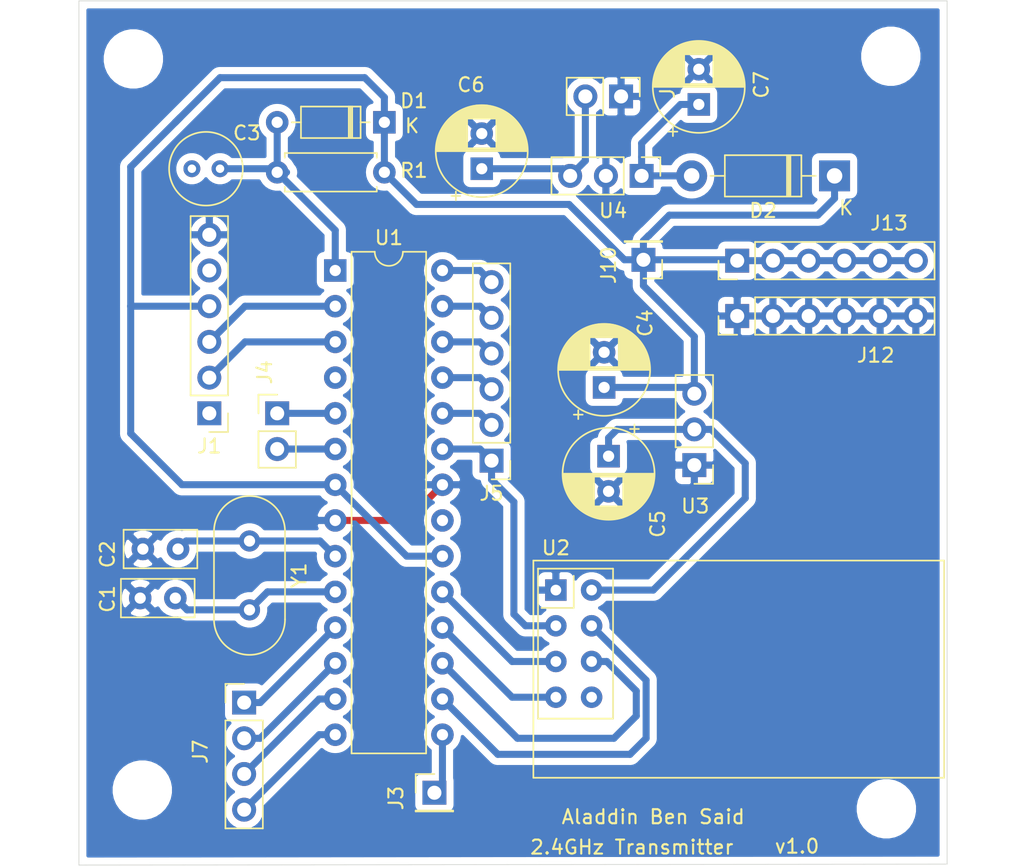
<source format=kicad_pcb>
(kicad_pcb (version 20171130) (host pcbnew "(5.1.4)-1")

  (general
    (thickness 1.6)
    (drawings 7)
    (tracks 122)
    (zones 0)
    (modules 28)
    (nets 31)
  )

  (page A4)
  (title_block
    (title "Transmitter 2.4GHz")
    (date 2020-08-27)
    (rev v1.0)
    (company "Aladdin Ben Said")
  )

  (layers
    (0 F.Cu signal)
    (31 B.Cu signal)
    (32 B.Adhes user)
    (33 F.Adhes user)
    (34 B.Paste user)
    (35 F.Paste user)
    (36 B.SilkS user)
    (37 F.SilkS user)
    (38 B.Mask user)
    (39 F.Mask user)
    (40 Dwgs.User user)
    (41 Cmts.User user)
    (42 Eco1.User user)
    (43 Eco2.User user)
    (44 Edge.Cuts user)
    (45 Margin user)
    (46 B.CrtYd user)
    (47 F.CrtYd user)
    (48 B.Fab user)
    (49 F.Fab user)
  )

  (setup
    (last_trace_width 0.5)
    (trace_clearance 0.2)
    (zone_clearance 0.508)
    (zone_45_only no)
    (trace_min 0.2)
    (via_size 0.8)
    (via_drill 0.4)
    (via_min_size 0.4)
    (via_min_drill 0.3)
    (uvia_size 0.3)
    (uvia_drill 0.1)
    (uvias_allowed no)
    (uvia_min_size 0.2)
    (uvia_min_drill 0.1)
    (edge_width 0.05)
    (segment_width 0.2)
    (pcb_text_width 0.3)
    (pcb_text_size 1.5 1.5)
    (mod_edge_width 0.12)
    (mod_text_size 1 1)
    (mod_text_width 0.15)
    (pad_size 1.7 1.7)
    (pad_drill 1)
    (pad_to_mask_clearance 0.051)
    (solder_mask_min_width 0.25)
    (aux_axis_origin 0 0)
    (visible_elements 7FFFFFFF)
    (pcbplotparams
      (layerselection 0x010fc_ffffffff)
      (usegerberextensions true)
      (usegerberattributes false)
      (usegerberadvancedattributes false)
      (creategerberjobfile false)
      (excludeedgelayer true)
      (linewidth 0.100000)
      (plotframeref false)
      (viasonmask false)
      (mode 1)
      (useauxorigin false)
      (hpglpennumber 1)
      (hpglpenspeed 20)
      (hpglpendiameter 15.000000)
      (psnegative false)
      (psa4output false)
      (plotreference true)
      (plotvalue false)
      (plotinvisibletext false)
      (padsonsilk false)
      (subtractmaskfromsilk false)
      (outputformat 1)
      (mirror false)
      (drillshape 0)
      (scaleselection 1)
      (outputdirectory "Gerber/"))
  )

  (net 0 "")
  (net 1 "Net-(C1-Pad1)")
  (net 2 GND)
  (net 3 "Net-(C2-Pad1)")
  (net 4 "Net-(C3-Pad1)")
  (net 5 +5V)
  (net 6 +3V3)
  (net 7 +12V)
  (net 8 "Net-(C7-Pad1)")
  (net 9 TX)
  (net 10 RX)
  (net 11 "Net-(J1-Pad5)")
  (net 12 "Net-(J4-Pad1)")
  (net 13 "Net-(J5-Pad6)")
  (net 14 "Net-(J5-Pad5)")
  (net 15 "Net-(J5-Pad4)")
  (net 16 "Net-(J5-Pad3)")
  (net 17 "Net-(J5-Pad2)")
  (net 18 "Net-(J7-Pad1)")
  (net 19 "Net-(J7-Pad2)")
  (net 20 "Net-(J7-Pad3)")
  (net 21 CSN)
  (net 22 MOSI)
  (net 23 MISO)
  (net 24 SCK)
  (net 25 "Net-(U1-Pad21)")
  (net 26 CE)
  (net 27 "Net-(U2-Pad8)")
  (net 28 "Net-(J3-Pad1)")
  (net 29 "Net-(J4-Pad2)")
  (net 30 PB0)

  (net_class Default "This is the default net class."
    (clearance 0.2)
    (trace_width 0.5)
    (via_dia 0.8)
    (via_drill 0.4)
    (uvia_dia 0.3)
    (uvia_drill 0.1)
    (add_net +12V)
    (add_net +3V3)
    (add_net +5V)
    (add_net CE)
    (add_net CSN)
    (add_net GND)
    (add_net MISO)
    (add_net MOSI)
    (add_net "Net-(C1-Pad1)")
    (add_net "Net-(C2-Pad1)")
    (add_net "Net-(C3-Pad1)")
    (add_net "Net-(C7-Pad1)")
    (add_net "Net-(J1-Pad5)")
    (add_net "Net-(J3-Pad1)")
    (add_net "Net-(J4-Pad1)")
    (add_net "Net-(J4-Pad2)")
    (add_net "Net-(J5-Pad2)")
    (add_net "Net-(J5-Pad3)")
    (add_net "Net-(J5-Pad4)")
    (add_net "Net-(J5-Pad5)")
    (add_net "Net-(J5-Pad6)")
    (add_net "Net-(J7-Pad1)")
    (add_net "Net-(J7-Pad2)")
    (add_net "Net-(J7-Pad3)")
    (add_net "Net-(U1-Pad21)")
    (add_net "Net-(U2-Pad8)")
    (add_net PB0)
    (add_net RX)
    (add_net SCK)
    (add_net TX)
  )

  (module MountingHole:MountingHole_3.2mm_M3 (layer F.Cu) (tedit 56D1B4CB) (tstamp 5F480B9E)
    (at 260.604 76.6445)
    (descr "Mounting Hole 3.2mm, no annular, M3")
    (tags "mounting hole 3.2mm no annular m3")
    (attr virtual)
    (fp_text reference REF** (at 0 -4.2) (layer F.SilkS) hide
      (effects (font (size 1 1) (thickness 0.15)))
    )
    (fp_text value MountingHole_3.2mm_M3 (at -5.715 -6.731) (layer F.Fab)
      (effects (font (size 1 1) (thickness 0.15)))
    )
    (fp_circle (center 0 0) (end 3.45 0) (layer F.CrtYd) (width 0.05))
    (fp_circle (center 0 0) (end 3.2 0) (layer Cmts.User) (width 0.15))
    (fp_text user %R (at 0.3 0) (layer F.Fab)
      (effects (font (size 1 1) (thickness 0.15)))
    )
    (pad 1 np_thru_hole circle (at 0 0) (size 3.2 3.2) (drill 3.2) (layers *.Cu *.Mask))
  )

  (module MountingHole:MountingHole_3.2mm_M3 (layer F.Cu) (tedit 56D1B4CB) (tstamp 5F480B6A)
    (at 207.0735 23.3045)
    (descr "Mounting Hole 3.2mm, no annular, M3")
    (tags "mounting hole 3.2mm no annular m3")
    (attr virtual)
    (fp_text reference REF** (at 0 -4.2) (layer F.SilkS) hide
      (effects (font (size 1 1) (thickness 0.15)))
    )
    (fp_text value MountingHole_3.2mm_M3 (at 0 4.2) (layer F.Fab)
      (effects (font (size 1 1) (thickness 0.15)))
    )
    (fp_circle (center 0 0) (end 3.45 0) (layer F.CrtYd) (width 0.05))
    (fp_circle (center 0 0) (end 3.2 0) (layer Cmts.User) (width 0.15))
    (fp_text user %R (at 0.3 0) (layer F.Fab)
      (effects (font (size 1 1) (thickness 0.15)))
    )
    (pad 1 np_thru_hole circle (at 0 0) (size 3.2 3.2) (drill 3.2) (layers *.Cu *.Mask))
  )

  (module MountingHole:MountingHole_3.2mm_M3 (layer F.Cu) (tedit 56D1B4CB) (tstamp 5F480B46)
    (at 260.9215 23.114)
    (descr "Mounting Hole 3.2mm, no annular, M3")
    (tags "mounting hole 3.2mm no annular m3")
    (attr virtual)
    (fp_text reference REF** (at 0 -4.2) (layer F.SilkS) hide
      (effects (font (size 1 1) (thickness 0.15)))
    )
    (fp_text value MountingHole_3.2mm_M3 (at 0 4.2) (layer F.Fab)
      (effects (font (size 1 1) (thickness 0.15)))
    )
    (fp_circle (center 0 0) (end 3.45 0) (layer F.CrtYd) (width 0.05))
    (fp_circle (center 0 0) (end 3.2 0) (layer Cmts.User) (width 0.15))
    (fp_text user %R (at 0.3 0) (layer F.Fab)
      (effects (font (size 1 1) (thickness 0.15)))
    )
    (pad 1 np_thru_hole circle (at 0 0) (size 3.2 3.2) (drill 3.2) (layers *.Cu *.Mask))
  )

  (module MountingHole:MountingHole_3.2mm_M3 (layer F.Cu) (tedit 56D1B4CB) (tstamp 5F480B22)
    (at 207.7085 75.311)
    (descr "Mounting Hole 3.2mm, no annular, M3")
    (tags "mounting hole 3.2mm no annular m3")
    (attr virtual)
    (fp_text reference REF** (at 0 -4.2) (layer F.SilkS) hide
      (effects (font (size 1 1) (thickness 0.15)))
    )
    (fp_text value MountingHole_3.2mm_M3 (at 0 4.2) (layer F.Fab)
      (effects (font (size 1 1) (thickness 0.15)))
    )
    (fp_circle (center 0 0) (end 3.45 0) (layer F.CrtYd) (width 0.05))
    (fp_circle (center 0 0) (end 3.2 0) (layer Cmts.User) (width 0.15))
    (fp_text user %R (at 0.3 0) (layer F.Fab)
      (effects (font (size 1 1) (thickness 0.15)))
    )
    (pad 1 np_thru_hole circle (at 0 0) (size 3.2 3.2) (drill 3.2) (layers *.Cu *.Mask))
  )

  (module Package_DIP:DIP-28_W7.62mm (layer F.Cu) (tedit 5F4719C3) (tstamp 5F46F9BB)
    (at 221.4245 38.354)
    (descr "28-lead though-hole mounted DIP package, row spacing 7.62 mm (300 mils)")
    (tags "THT DIP DIL PDIP 2.54mm 7.62mm 300mil")
    (path /5F4844D4)
    (fp_text reference U1 (at 3.81 -2.33) (layer F.SilkS)
      (effects (font (size 1 1) (thickness 0.15)))
    )
    (fp_text value ATmega8L-8PU (at 3.81 35.35) (layer F.Fab)
      (effects (font (size 1 1) (thickness 0.15)))
    )
    (fp_arc (start 3.81 -1.33) (end 2.81 -1.33) (angle -180) (layer F.SilkS) (width 0.12))
    (fp_line (start 1.635 -1.27) (end 6.985 -1.27) (layer F.Fab) (width 0.1))
    (fp_line (start 6.985 -1.27) (end 6.985 34.29) (layer F.Fab) (width 0.1))
    (fp_line (start 6.985 34.29) (end 0.635 34.29) (layer F.Fab) (width 0.1))
    (fp_line (start 0.635 34.29) (end 0.635 -0.27) (layer F.Fab) (width 0.1))
    (fp_line (start 0.635 -0.27) (end 1.635 -1.27) (layer F.Fab) (width 0.1))
    (fp_line (start 2.81 -1.33) (end 1.16 -1.33) (layer F.SilkS) (width 0.12))
    (fp_line (start 1.16 -1.33) (end 1.16 34.35) (layer F.SilkS) (width 0.12))
    (fp_line (start 1.16 34.35) (end 6.46 34.35) (layer F.SilkS) (width 0.12))
    (fp_line (start 6.46 34.35) (end 6.46 -1.33) (layer F.SilkS) (width 0.12))
    (fp_line (start 6.46 -1.33) (end 4.81 -1.33) (layer F.SilkS) (width 0.12))
    (fp_line (start -1.1 -1.55) (end -1.1 34.55) (layer F.CrtYd) (width 0.05))
    (fp_line (start -1.1 34.55) (end 8.7 34.55) (layer F.CrtYd) (width 0.05))
    (fp_line (start 8.7 34.55) (end 8.7 -1.55) (layer F.CrtYd) (width 0.05))
    (fp_line (start 8.7 -1.55) (end -1.1 -1.55) (layer F.CrtYd) (width 0.05))
    (fp_text user %R (at 3.81 16.51) (layer F.Fab)
      (effects (font (size 1 1) (thickness 0.15)))
    )
    (pad 1 thru_hole rect (at 0 0) (size 1.6 1.6) (drill 0.8) (layers *.Cu *.Mask)
      (net 4 "Net-(C3-Pad1)"))
    (pad 15 thru_hole oval (at 7.62 33.02) (size 1.6 1.6) (drill 0.8) (layers *.Cu *.Mask)
      (net 28 "Net-(J3-Pad1)"))
    (pad 2 thru_hole oval (at 0 2.54) (size 1.6 1.6) (drill 0.8) (layers *.Cu *.Mask)
      (net 10 RX))
    (pad 16 thru_hole oval (at 7.62 30.48) (size 1.6 1.6) (drill 0.8) (layers *.Cu *.Mask)
      (net 21 CSN))
    (pad 3 thru_hole oval (at 0 5.08) (size 1.6 1.6) (drill 0.8) (layers *.Cu *.Mask)
      (net 9 TX))
    (pad 17 thru_hole oval (at 7.62 27.94) (size 1.6 1.6) (drill 0.8) (layers *.Cu *.Mask)
      (net 22 MOSI))
    (pad 4 thru_hole oval (at 0 7.62) (size 1.6 1.6) (drill 0.8) (layers *.Cu *.Mask))
    (pad 18 thru_hole oval (at 7.62 25.4) (size 1.6 1.6) (drill 0.8) (layers *.Cu *.Mask)
      (net 23 MISO))
    (pad 5 thru_hole oval (at 0 10.16) (size 1.6 1.6) (drill 0.8) (layers *.Cu *.Mask)
      (net 12 "Net-(J4-Pad1)"))
    (pad 19 thru_hole oval (at 7.62 22.86) (size 1.6 1.6) (drill 0.8) (layers *.Cu *.Mask)
      (net 24 SCK))
    (pad 6 thru_hole oval (at 0 12.7) (size 1.6 1.6) (drill 0.8) (layers *.Cu *.Mask)
      (net 29 "Net-(J4-Pad2)"))
    (pad 20 thru_hole oval (at 7.62 20.32) (size 1.6 1.6) (drill 0.8) (layers *.Cu *.Mask)
      (net 5 +5V))
    (pad 7 thru_hole oval (at 0 15.24) (size 1.6 1.6) (drill 0.8) (layers *.Cu *.Mask)
      (net 5 +5V))
    (pad 21 thru_hole oval (at 7.62 17.78) (size 1.6 1.6) (drill 0.8) (layers *.Cu *.Mask)
      (net 25 "Net-(U1-Pad21)"))
    (pad 8 thru_hole oval (at 0 17.78) (size 1.6 1.6) (drill 0.8) (layers *.Cu *.Mask)
      (net 2 GND))
    (pad 22 thru_hole oval (at 7.62 15.24) (size 1.6 1.6) (drill 0.8) (layers *.Cu *.Mask)
      (net 2 GND))
    (pad 9 thru_hole oval (at 0 20.32) (size 1.6 1.6) (drill 0.8) (layers *.Cu *.Mask)
      (net 3 "Net-(C2-Pad1)"))
    (pad 23 thru_hole oval (at 7.62 12.7) (size 1.6 1.6) (drill 0.8) (layers *.Cu *.Mask)
      (net 26 CE))
    (pad 10 thru_hole oval (at 0 22.86) (size 1.6 1.6) (drill 0.8) (layers *.Cu *.Mask)
      (net 1 "Net-(C1-Pad1)"))
    (pad 24 thru_hole oval (at 7.62 10.16) (size 1.6 1.6) (drill 0.8) (layers *.Cu *.Mask)
      (net 17 "Net-(J5-Pad2)"))
    (pad 11 thru_hole oval (at 0 25.4) (size 1.6 1.6) (drill 0.8) (layers *.Cu *.Mask)
      (net 18 "Net-(J7-Pad1)"))
    (pad 25 thru_hole oval (at 7.62 7.62) (size 1.6 1.6) (drill 0.8) (layers *.Cu *.Mask)
      (net 16 "Net-(J5-Pad3)"))
    (pad 12 thru_hole oval (at 0 27.94) (size 1.6 1.6) (drill 0.8) (layers *.Cu *.Mask)
      (net 19 "Net-(J7-Pad2)"))
    (pad 26 thru_hole oval (at 7.62 5.08) (size 1.6 1.6) (drill 0.8) (layers *.Cu *.Mask)
      (net 15 "Net-(J5-Pad4)"))
    (pad 13 thru_hole oval (at 0 30.48) (size 1.6 1.6) (drill 0.8) (layers *.Cu *.Mask)
      (net 20 "Net-(J7-Pad3)"))
    (pad 27 thru_hole oval (at 7.62 2.54) (size 1.6 1.6) (drill 0.8) (layers *.Cu *.Mask)
      (net 14 "Net-(J5-Pad5)"))
    (pad 14 thru_hole oval (at 0 33.02) (size 1.6 1.6) (drill 0.8) (layers *.Cu *.Mask)
      (net 30 PB0))
    (pad 28 thru_hole oval (at 7.62 0) (size 1.6 1.6) (drill 0.8) (layers *.Cu *.Mask)
      (net 13 "Net-(J5-Pad6)"))
    (model ${KISYS3DMOD}/Package_DIP.3dshapes/DIP-28_W7.62mm.wrl
      (at (xyz 0 0 0))
      (scale (xyz 1 1 1))
      (rotate (xyz 0 0 0))
    )
  )

  (module Connector_PinHeader_2.54mm:PinHeader_1x06_P2.54mm_Vertical (layer F.Cu) (tedit 59FED5CC) (tstamp 5F47FE10)
    (at 249.9995 37.6555 90)
    (descr "Through hole straight pin header, 1x06, 2.54mm pitch, single row")
    (tags "Through hole pin header THT 1x06 2.54mm single row")
    (path /5F562253)
    (fp_text reference J13 (at 2.667 10.795) (layer F.SilkS)
      (effects (font (size 1 1) (thickness 0.15)))
    )
    (fp_text value Screw_Terminal_01x06 (at -11.7475 6.731 180) (layer F.Fab)
      (effects (font (size 1 1) (thickness 0.15)))
    )
    (fp_text user %R (at 0 6.35) (layer F.Fab)
      (effects (font (size 1 1) (thickness 0.15)))
    )
    (fp_line (start 1.8 -1.8) (end -1.8 -1.8) (layer F.CrtYd) (width 0.05))
    (fp_line (start 1.8 14.5) (end 1.8 -1.8) (layer F.CrtYd) (width 0.05))
    (fp_line (start -1.8 14.5) (end 1.8 14.5) (layer F.CrtYd) (width 0.05))
    (fp_line (start -1.8 -1.8) (end -1.8 14.5) (layer F.CrtYd) (width 0.05))
    (fp_line (start -1.33 -1.33) (end 0 -1.33) (layer F.SilkS) (width 0.12))
    (fp_line (start -1.33 0) (end -1.33 -1.33) (layer F.SilkS) (width 0.12))
    (fp_line (start -1.33 1.27) (end 1.33 1.27) (layer F.SilkS) (width 0.12))
    (fp_line (start 1.33 1.27) (end 1.33 14.03) (layer F.SilkS) (width 0.12))
    (fp_line (start -1.33 1.27) (end -1.33 14.03) (layer F.SilkS) (width 0.12))
    (fp_line (start -1.33 14.03) (end 1.33 14.03) (layer F.SilkS) (width 0.12))
    (fp_line (start -1.27 -0.635) (end -0.635 -1.27) (layer F.Fab) (width 0.1))
    (fp_line (start -1.27 13.97) (end -1.27 -0.635) (layer F.Fab) (width 0.1))
    (fp_line (start 1.27 13.97) (end -1.27 13.97) (layer F.Fab) (width 0.1))
    (fp_line (start 1.27 -1.27) (end 1.27 13.97) (layer F.Fab) (width 0.1))
    (fp_line (start -0.635 -1.27) (end 1.27 -1.27) (layer F.Fab) (width 0.1))
    (pad 6 thru_hole oval (at 0 12.7 90) (size 1.7 1.7) (drill 1) (layers *.Cu *.Mask)
      (net 5 +5V))
    (pad 5 thru_hole oval (at 0 10.16 90) (size 1.7 1.7) (drill 1) (layers *.Cu *.Mask)
      (net 5 +5V))
    (pad 4 thru_hole oval (at 0 7.62 90) (size 1.7 1.7) (drill 1) (layers *.Cu *.Mask)
      (net 5 +5V))
    (pad 3 thru_hole oval (at 0 5.08 90) (size 1.7 1.7) (drill 1) (layers *.Cu *.Mask)
      (net 5 +5V))
    (pad 2 thru_hole oval (at 0 2.54 90) (size 1.7 1.7) (drill 1) (layers *.Cu *.Mask)
      (net 5 +5V))
    (pad 1 thru_hole rect (at 0 0 90) (size 1.7 1.7) (drill 1) (layers *.Cu *.Mask)
      (net 5 +5V))
    (model ${KISYS3DMOD}/Connector_PinHeader_2.54mm.3dshapes/PinHeader_1x06_P2.54mm_Vertical.wrl
      (at (xyz 0 0 0))
      (scale (xyz 1 1 1))
      (rotate (xyz 0 0 0))
    )
  )

  (module Connector_PinHeader_2.54mm:PinHeader_1x06_P2.54mm_Vertical (layer F.Cu) (tedit 59FED5CC) (tstamp 5F47F4AA)
    (at 249.9995 41.5925 90)
    (descr "Through hole straight pin header, 1x06, 2.54mm pitch, single row")
    (tags "Through hole pin header THT 1x06 2.54mm single row")
    (path /5F5630CF)
    (fp_text reference J12 (at -2.794 9.8425) (layer F.SilkS)
      (effects (font (size 1 1) (thickness 0.15)))
    )
    (fp_text value Screw_Terminal_01x06 (at -6.0325 6.604 180) (layer F.Fab)
      (effects (font (size 1 1) (thickness 0.15)))
    )
    (fp_text user %R (at 0 6.35) (layer F.Fab)
      (effects (font (size 1 1) (thickness 0.15)))
    )
    (fp_line (start 1.8 -1.8) (end -1.8 -1.8) (layer F.CrtYd) (width 0.05))
    (fp_line (start 1.8 14.5) (end 1.8 -1.8) (layer F.CrtYd) (width 0.05))
    (fp_line (start -1.8 14.5) (end 1.8 14.5) (layer F.CrtYd) (width 0.05))
    (fp_line (start -1.8 -1.8) (end -1.8 14.5) (layer F.CrtYd) (width 0.05))
    (fp_line (start -1.33 -1.33) (end 0 -1.33) (layer F.SilkS) (width 0.12))
    (fp_line (start -1.33 0) (end -1.33 -1.33) (layer F.SilkS) (width 0.12))
    (fp_line (start -1.33 1.27) (end 1.33 1.27) (layer F.SilkS) (width 0.12))
    (fp_line (start 1.33 1.27) (end 1.33 14.03) (layer F.SilkS) (width 0.12))
    (fp_line (start -1.33 1.27) (end -1.33 14.03) (layer F.SilkS) (width 0.12))
    (fp_line (start -1.33 14.03) (end 1.33 14.03) (layer F.SilkS) (width 0.12))
    (fp_line (start -1.27 -0.635) (end -0.635 -1.27) (layer F.Fab) (width 0.1))
    (fp_line (start -1.27 13.97) (end -1.27 -0.635) (layer F.Fab) (width 0.1))
    (fp_line (start 1.27 13.97) (end -1.27 13.97) (layer F.Fab) (width 0.1))
    (fp_line (start 1.27 -1.27) (end 1.27 13.97) (layer F.Fab) (width 0.1))
    (fp_line (start -0.635 -1.27) (end 1.27 -1.27) (layer F.Fab) (width 0.1))
    (pad 6 thru_hole oval (at 0 12.7 90) (size 1.7 1.7) (drill 1) (layers *.Cu *.Mask)
      (net 2 GND))
    (pad 5 thru_hole oval (at 0 10.16 90) (size 1.7 1.7) (drill 1) (layers *.Cu *.Mask)
      (net 2 GND))
    (pad 4 thru_hole oval (at 0 7.62 90) (size 1.7 1.7) (drill 1) (layers *.Cu *.Mask)
      (net 2 GND))
    (pad 3 thru_hole oval (at 0 5.08 90) (size 1.7 1.7) (drill 1) (layers *.Cu *.Mask)
      (net 2 GND))
    (pad 2 thru_hole oval (at 0 2.54 90) (size 1.7 1.7) (drill 1) (layers *.Cu *.Mask)
      (net 2 GND))
    (pad 1 thru_hole rect (at 0 0 90) (size 1.7 1.7) (drill 1) (layers *.Cu *.Mask)
      (net 2 GND))
    (model ${KISYS3DMOD}/Connector_PinHeader_2.54mm.3dshapes/PinHeader_1x06_P2.54mm_Vertical.wrl
      (at (xyz 0 0 0))
      (scale (xyz 1 1 1))
      (rotate (xyz 0 0 0))
    )
  )

  (module Connector_PinHeader_2.54mm:PinHeader_1x04_P2.54mm_Vertical (layer F.Cu) (tedit 59FED5CC) (tstamp 5F479C44)
    (at 214.9475 69.088)
    (descr "Through hole straight pin header, 1x04, 2.54mm pitch, single row")
    (tags "Through hole pin header THT 1x04 2.54mm single row")
    (path /5F507628)
    (fp_text reference J7 (at -3.1115 3.4925 90) (layer F.SilkS)
      (effects (font (size 1 1) (thickness 0.15)))
    )
    (fp_text value Screw_Terminal_01x04 (at 0 9.95) (layer F.Fab)
      (effects (font (size 1 1) (thickness 0.15)))
    )
    (fp_text user %R (at 0 3.81 90) (layer F.Fab)
      (effects (font (size 1 1) (thickness 0.15)))
    )
    (fp_line (start 1.8 -1.8) (end -1.8 -1.8) (layer F.CrtYd) (width 0.05))
    (fp_line (start 1.8 9.4) (end 1.8 -1.8) (layer F.CrtYd) (width 0.05))
    (fp_line (start -1.8 9.4) (end 1.8 9.4) (layer F.CrtYd) (width 0.05))
    (fp_line (start -1.8 -1.8) (end -1.8 9.4) (layer F.CrtYd) (width 0.05))
    (fp_line (start -1.33 -1.33) (end 0 -1.33) (layer F.SilkS) (width 0.12))
    (fp_line (start -1.33 0) (end -1.33 -1.33) (layer F.SilkS) (width 0.12))
    (fp_line (start -1.33 1.27) (end 1.33 1.27) (layer F.SilkS) (width 0.12))
    (fp_line (start 1.33 1.27) (end 1.33 8.95) (layer F.SilkS) (width 0.12))
    (fp_line (start -1.33 1.27) (end -1.33 8.95) (layer F.SilkS) (width 0.12))
    (fp_line (start -1.33 8.95) (end 1.33 8.95) (layer F.SilkS) (width 0.12))
    (fp_line (start -1.27 -0.635) (end -0.635 -1.27) (layer F.Fab) (width 0.1))
    (fp_line (start -1.27 8.89) (end -1.27 -0.635) (layer F.Fab) (width 0.1))
    (fp_line (start 1.27 8.89) (end -1.27 8.89) (layer F.Fab) (width 0.1))
    (fp_line (start 1.27 -1.27) (end 1.27 8.89) (layer F.Fab) (width 0.1))
    (fp_line (start -0.635 -1.27) (end 1.27 -1.27) (layer F.Fab) (width 0.1))
    (pad 4 thru_hole oval (at 0 7.62) (size 1.7 1.7) (drill 1) (layers *.Cu *.Mask)
      (net 30 PB0))
    (pad 3 thru_hole oval (at 0 5.08) (size 1.7 1.7) (drill 1) (layers *.Cu *.Mask)
      (net 20 "Net-(J7-Pad3)"))
    (pad 2 thru_hole oval (at 0 2.54) (size 1.7 1.7) (drill 1) (layers *.Cu *.Mask)
      (net 19 "Net-(J7-Pad2)"))
    (pad 1 thru_hole rect (at 0 0) (size 1.7 1.7) (drill 1) (layers *.Cu *.Mask)
      (net 18 "Net-(J7-Pad1)"))
    (model ${KISYS3DMOD}/Connector_PinHeader_2.54mm.3dshapes/PinHeader_1x04_P2.54mm_Vertical.wrl
      (at (xyz 0 0 0))
      (scale (xyz 1 1 1))
      (rotate (xyz 0 0 0))
    )
  )

  (module Connector_PinHeader_2.54mm:PinHeader_1x02_P2.54mm_Vertical (layer F.Cu) (tedit 59FED5CC) (tstamp 5F479BFA)
    (at 217.297 48.514)
    (descr "Through hole straight pin header, 1x02, 2.54mm pitch, single row")
    (tags "Through hole pin header THT 1x02 2.54mm single row")
    (path /5F5012F3)
    (fp_text reference J4 (at -0.889 -2.921 90) (layer F.SilkS)
      (effects (font (size 1 1) (thickness 0.15)))
    )
    (fp_text value Screw_Terminal_01x02 (at 0 4.87) (layer F.Fab)
      (effects (font (size 1 1) (thickness 0.15)))
    )
    (fp_text user %R (at 0 1.27 90) (layer F.Fab)
      (effects (font (size 1 1) (thickness 0.15)))
    )
    (fp_line (start 1.8 -1.8) (end -1.8 -1.8) (layer F.CrtYd) (width 0.05))
    (fp_line (start 1.8 4.35) (end 1.8 -1.8) (layer F.CrtYd) (width 0.05))
    (fp_line (start -1.8 4.35) (end 1.8 4.35) (layer F.CrtYd) (width 0.05))
    (fp_line (start -1.8 -1.8) (end -1.8 4.35) (layer F.CrtYd) (width 0.05))
    (fp_line (start -1.33 -1.33) (end 0 -1.33) (layer F.SilkS) (width 0.12))
    (fp_line (start -1.33 0) (end -1.33 -1.33) (layer F.SilkS) (width 0.12))
    (fp_line (start -1.33 1.27) (end 1.33 1.27) (layer F.SilkS) (width 0.12))
    (fp_line (start 1.33 1.27) (end 1.33 3.87) (layer F.SilkS) (width 0.12))
    (fp_line (start -1.33 1.27) (end -1.33 3.87) (layer F.SilkS) (width 0.12))
    (fp_line (start -1.33 3.87) (end 1.33 3.87) (layer F.SilkS) (width 0.12))
    (fp_line (start -1.27 -0.635) (end -0.635 -1.27) (layer F.Fab) (width 0.1))
    (fp_line (start -1.27 3.81) (end -1.27 -0.635) (layer F.Fab) (width 0.1))
    (fp_line (start 1.27 3.81) (end -1.27 3.81) (layer F.Fab) (width 0.1))
    (fp_line (start 1.27 -1.27) (end 1.27 3.81) (layer F.Fab) (width 0.1))
    (fp_line (start -0.635 -1.27) (end 1.27 -1.27) (layer F.Fab) (width 0.1))
    (pad 2 thru_hole oval (at 0 2.54) (size 1.7 1.7) (drill 1) (layers *.Cu *.Mask)
      (net 29 "Net-(J4-Pad2)"))
    (pad 1 thru_hole rect (at 0 0) (size 1.7 1.7) (drill 1) (layers *.Cu *.Mask)
      (net 12 "Net-(J4-Pad1)"))
    (model ${KISYS3DMOD}/Connector_PinHeader_2.54mm.3dshapes/PinHeader_1x02_P2.54mm_Vertical.wrl
      (at (xyz 0 0 0))
      (scale (xyz 1 1 1))
      (rotate (xyz 0 0 0))
    )
  )

  (module Connector_PinHeader_2.54mm:PinHeader_1x01_P2.54mm_Vertical (layer F.Cu) (tedit 59FED5CC) (tstamp 5F479BE4)
    (at 228.473 75.5015)
    (descr "Through hole straight pin header, 1x01, 2.54mm pitch, single row")
    (tags "Through hole pin header THT 1x01 2.54mm single row")
    (path /5F4FE966)
    (fp_text reference J3 (at -2.7305 0.381 90) (layer F.SilkS)
      (effects (font (size 1 1) (thickness 0.15)))
    )
    (fp_text value Screw_Terminal_01x01 (at 0 2.33) (layer F.Fab)
      (effects (font (size 1 1) (thickness 0.15)))
    )
    (fp_text user %R (at 0 0 90) (layer F.Fab)
      (effects (font (size 1 1) (thickness 0.15)))
    )
    (fp_line (start 1.8 -1.8) (end -1.8 -1.8) (layer F.CrtYd) (width 0.05))
    (fp_line (start 1.8 1.8) (end 1.8 -1.8) (layer F.CrtYd) (width 0.05))
    (fp_line (start -1.8 1.8) (end 1.8 1.8) (layer F.CrtYd) (width 0.05))
    (fp_line (start -1.8 -1.8) (end -1.8 1.8) (layer F.CrtYd) (width 0.05))
    (fp_line (start -1.33 -1.33) (end 0 -1.33) (layer F.SilkS) (width 0.12))
    (fp_line (start -1.33 0) (end -1.33 -1.33) (layer F.SilkS) (width 0.12))
    (fp_line (start -1.33 1.27) (end 1.33 1.27) (layer F.SilkS) (width 0.12))
    (fp_line (start 1.33 1.27) (end 1.33 1.33) (layer F.SilkS) (width 0.12))
    (fp_line (start -1.33 1.27) (end -1.33 1.33) (layer F.SilkS) (width 0.12))
    (fp_line (start -1.33 1.33) (end 1.33 1.33) (layer F.SilkS) (width 0.12))
    (fp_line (start -1.27 -0.635) (end -0.635 -1.27) (layer F.Fab) (width 0.1))
    (fp_line (start -1.27 1.27) (end -1.27 -0.635) (layer F.Fab) (width 0.1))
    (fp_line (start 1.27 1.27) (end -1.27 1.27) (layer F.Fab) (width 0.1))
    (fp_line (start 1.27 -1.27) (end 1.27 1.27) (layer F.Fab) (width 0.1))
    (fp_line (start -0.635 -1.27) (end 1.27 -1.27) (layer F.Fab) (width 0.1))
    (pad 1 thru_hole rect (at 0 0) (size 1.7 1.7) (drill 1) (layers *.Cu *.Mask)
      (net 28 "Net-(J3-Pad1)"))
    (model ${KISYS3DMOD}/Connector_PinHeader_2.54mm.3dshapes/PinHeader_1x01_P2.54mm_Vertical.wrl
      (at (xyz 0 0 0))
      (scale (xyz 1 1 1))
      (rotate (xyz 0 0 0))
    )
  )

  (module Capacitor_THT:C_Disc_D5.0mm_W2.5mm_P2.50mm (layer F.Cu) (tedit 5AE50EF0) (tstamp 5F46F627)
    (at 210.058 61.6585 180)
    (descr "C, Disc series, Radial, pin pitch=2.50mm, , diameter*width=5*2.5mm^2, Capacitor, http://cdn-reichelt.de/documents/datenblatt/B300/DS_KERKO_TC.pdf")
    (tags "C Disc series Radial pin pitch 2.50mm  diameter 5mm width 2.5mm Capacitor")
    (path /5F464DE4)
    (fp_text reference C1 (at 4.826 -0.0635 90) (layer F.SilkS)
      (effects (font (size 1 1) (thickness 0.15)))
    )
    (fp_text value 22pF (at 1.25 2.5) (layer F.Fab)
      (effects (font (size 1 1) (thickness 0.15)))
    )
    (fp_line (start -1.25 -1.25) (end -1.25 1.25) (layer F.Fab) (width 0.1))
    (fp_line (start -1.25 1.25) (end 3.75 1.25) (layer F.Fab) (width 0.1))
    (fp_line (start 3.75 1.25) (end 3.75 -1.25) (layer F.Fab) (width 0.1))
    (fp_line (start 3.75 -1.25) (end -1.25 -1.25) (layer F.Fab) (width 0.1))
    (fp_line (start -1.37 -1.37) (end 3.87 -1.37) (layer F.SilkS) (width 0.12))
    (fp_line (start -1.37 1.37) (end 3.87 1.37) (layer F.SilkS) (width 0.12))
    (fp_line (start -1.37 -1.37) (end -1.37 1.37) (layer F.SilkS) (width 0.12))
    (fp_line (start 3.87 -1.37) (end 3.87 1.37) (layer F.SilkS) (width 0.12))
    (fp_line (start -1.5 -1.5) (end -1.5 1.5) (layer F.CrtYd) (width 0.05))
    (fp_line (start -1.5 1.5) (end 4 1.5) (layer F.CrtYd) (width 0.05))
    (fp_line (start 4 1.5) (end 4 -1.5) (layer F.CrtYd) (width 0.05))
    (fp_line (start 4 -1.5) (end -1.5 -1.5) (layer F.CrtYd) (width 0.05))
    (fp_text user %R (at 1.25 0) (layer F.Fab)
      (effects (font (size 1 1) (thickness 0.15)))
    )
    (pad 1 thru_hole circle (at 0 0 180) (size 1.6 1.6) (drill 0.8) (layers *.Cu *.Mask)
      (net 1 "Net-(C1-Pad1)"))
    (pad 2 thru_hole circle (at 2.5 0 180) (size 1.6 1.6) (drill 0.8) (layers *.Cu *.Mask)
      (net 2 GND))
    (model ${KISYS3DMOD}/Capacitor_THT.3dshapes/C_Disc_D5.0mm_W2.5mm_P2.50mm.wrl
      (at (xyz 0 0 0))
      (scale (xyz 1 1 1))
      (rotate (xyz 0 0 0))
    )
  )

  (module Capacitor_THT:C_Disc_D5.0mm_W2.5mm_P2.50mm (layer F.Cu) (tedit 5AE50EF0) (tstamp 5F46F63A)
    (at 210.2485 58.166 180)
    (descr "C, Disc series, Radial, pin pitch=2.50mm, , diameter*width=5*2.5mm^2, Capacitor, http://cdn-reichelt.de/documents/datenblatt/B300/DS_KERKO_TC.pdf")
    (tags "C Disc series Radial pin pitch 2.50mm  diameter 5mm width 2.5mm Capacitor")
    (path /5F4656D0)
    (fp_text reference C2 (at 5.0165 -0.381 90) (layer F.SilkS)
      (effects (font (size 1 1) (thickness 0.15)))
    )
    (fp_text value 22pF (at 1.25 2.5) (layer F.Fab)
      (effects (font (size 1 1) (thickness 0.15)))
    )
    (fp_text user %R (at 1.671499 -0.021501) (layer F.Fab)
      (effects (font (size 1 1) (thickness 0.15)))
    )
    (fp_line (start 4 -1.5) (end -1.5 -1.5) (layer F.CrtYd) (width 0.05))
    (fp_line (start 4 1.5) (end 4 -1.5) (layer F.CrtYd) (width 0.05))
    (fp_line (start -1.5 1.5) (end 4 1.5) (layer F.CrtYd) (width 0.05))
    (fp_line (start -1.5 -1.5) (end -1.5 1.5) (layer F.CrtYd) (width 0.05))
    (fp_line (start 3.87 -1.37) (end 3.87 1.37) (layer F.SilkS) (width 0.12))
    (fp_line (start -1.37 -1.37) (end -1.37 1.37) (layer F.SilkS) (width 0.12))
    (fp_line (start -1.37 1.37) (end 3.87 1.37) (layer F.SilkS) (width 0.12))
    (fp_line (start -1.37 -1.37) (end 3.87 -1.37) (layer F.SilkS) (width 0.12))
    (fp_line (start 3.75 -1.25) (end -1.25 -1.25) (layer F.Fab) (width 0.1))
    (fp_line (start 3.75 1.25) (end 3.75 -1.25) (layer F.Fab) (width 0.1))
    (fp_line (start -1.25 1.25) (end 3.75 1.25) (layer F.Fab) (width 0.1))
    (fp_line (start -1.25 -1.25) (end -1.25 1.25) (layer F.Fab) (width 0.1))
    (pad 2 thru_hole circle (at 2.5 0 180) (size 1.6 1.6) (drill 0.8) (layers *.Cu *.Mask)
      (net 2 GND))
    (pad 1 thru_hole circle (at 0 0 180) (size 1.6 1.6) (drill 0.8) (layers *.Cu *.Mask)
      (net 3 "Net-(C2-Pad1)"))
    (model ${KISYS3DMOD}/Capacitor_THT.3dshapes/C_Disc_D5.0mm_W2.5mm_P2.50mm.wrl
      (at (xyz 0 0 0))
      (scale (xyz 1 1 1))
      (rotate (xyz 0 0 0))
    )
  )

  (module Capacitor_THT:C_Radial_D5.0mm_H7.0mm_P2.00mm (layer F.Cu) (tedit 5F4702F7) (tstamp 5F46F644)
    (at 213.233 31.115 180)
    (descr "C, Radial series, Radial, pin pitch=2.00mm, diameter=5mm, height=7mm, Non-Polar Electrolytic Capacitor")
    (tags "C Radial series Radial pin pitch 2.00mm diameter 5mm height 7mm Non-Polar Electrolytic Capacitor")
    (path /5F465E5D)
    (fp_text reference C3 (at -1.905 2.54) (layer F.SilkS)
      (effects (font (size 1 1) (thickness 0.15)))
    )
    (fp_text value C (at 1 3.75) (layer F.Fab)
      (effects (font (size 1 1) (thickness 0.15)))
    )
    (fp_circle (center 1 0) (end 3.5 0) (layer F.Fab) (width 0.1))
    (fp_circle (center 1 0) (end 3.62 0) (layer F.SilkS) (width 0.12))
    (fp_circle (center 1 0) (end 3.75 0) (layer F.CrtYd) (width 0.05))
    (fp_text user %R (at 1 0) (layer F.Fab)
      (effects (font (size 1 1) (thickness 0.15)))
    )
    (pad 1 thru_hole circle (at 0 0 180) (size 1.2 1.2) (drill 0.6) (layers *.Cu *.Mask)
      (net 4 "Net-(C3-Pad1)"))
    (pad 2 thru_hole circle (at 2 0 180) (size 1.2 1.2) (drill 0.6) (layers *.Cu *.Mask))
    (model ${KISYS3DMOD}/Capacitor_THT.3dshapes/C_Radial_D5.0mm_H7.0mm_P2.00mm.wrl
      (at (xyz 0 0 0))
      (scale (xyz 1 1 1))
      (rotate (xyz 0 0 0))
    )
  )

  (module Capacitor_THT:CP_Radial_D6.3mm_P2.50mm (layer F.Cu) (tedit 5AE50EF0) (tstamp 5F46F6D8)
    (at 240.538 46.6725 90)
    (descr "CP, Radial series, Radial, pin pitch=2.50mm, , diameter=6.3mm, Electrolytic Capacitor")
    (tags "CP Radial series Radial pin pitch 2.50mm  diameter 6.3mm Electrolytic Capacitor")
    (path /5F48610A)
    (fp_text reference C4 (at 4.572 2.921 90) (layer F.SilkS)
      (effects (font (size 1 1) (thickness 0.15)))
    )
    (fp_text value CP (at 1.25 4.4 90) (layer F.Fab)
      (effects (font (size 1 1) (thickness 0.15)))
    )
    (fp_circle (center 1.25 0) (end 4.4 0) (layer F.Fab) (width 0.1))
    (fp_circle (center 1.25 0) (end 4.52 0) (layer F.SilkS) (width 0.12))
    (fp_circle (center 1.25 0) (end 4.65 0) (layer F.CrtYd) (width 0.05))
    (fp_line (start -1.443972 -1.3735) (end -0.813972 -1.3735) (layer F.Fab) (width 0.1))
    (fp_line (start -1.128972 -1.6885) (end -1.128972 -1.0585) (layer F.Fab) (width 0.1))
    (fp_line (start 1.25 -3.23) (end 1.25 3.23) (layer F.SilkS) (width 0.12))
    (fp_line (start 1.29 -3.23) (end 1.29 3.23) (layer F.SilkS) (width 0.12))
    (fp_line (start 1.33 -3.23) (end 1.33 3.23) (layer F.SilkS) (width 0.12))
    (fp_line (start 1.37 -3.228) (end 1.37 3.228) (layer F.SilkS) (width 0.12))
    (fp_line (start 1.41 -3.227) (end 1.41 3.227) (layer F.SilkS) (width 0.12))
    (fp_line (start 1.45 -3.224) (end 1.45 3.224) (layer F.SilkS) (width 0.12))
    (fp_line (start 1.49 -3.222) (end 1.49 -1.04) (layer F.SilkS) (width 0.12))
    (fp_line (start 1.49 1.04) (end 1.49 3.222) (layer F.SilkS) (width 0.12))
    (fp_line (start 1.53 -3.218) (end 1.53 -1.04) (layer F.SilkS) (width 0.12))
    (fp_line (start 1.53 1.04) (end 1.53 3.218) (layer F.SilkS) (width 0.12))
    (fp_line (start 1.57 -3.215) (end 1.57 -1.04) (layer F.SilkS) (width 0.12))
    (fp_line (start 1.57 1.04) (end 1.57 3.215) (layer F.SilkS) (width 0.12))
    (fp_line (start 1.61 -3.211) (end 1.61 -1.04) (layer F.SilkS) (width 0.12))
    (fp_line (start 1.61 1.04) (end 1.61 3.211) (layer F.SilkS) (width 0.12))
    (fp_line (start 1.65 -3.206) (end 1.65 -1.04) (layer F.SilkS) (width 0.12))
    (fp_line (start 1.65 1.04) (end 1.65 3.206) (layer F.SilkS) (width 0.12))
    (fp_line (start 1.69 -3.201) (end 1.69 -1.04) (layer F.SilkS) (width 0.12))
    (fp_line (start 1.69 1.04) (end 1.69 3.201) (layer F.SilkS) (width 0.12))
    (fp_line (start 1.73 -3.195) (end 1.73 -1.04) (layer F.SilkS) (width 0.12))
    (fp_line (start 1.73 1.04) (end 1.73 3.195) (layer F.SilkS) (width 0.12))
    (fp_line (start 1.77 -3.189) (end 1.77 -1.04) (layer F.SilkS) (width 0.12))
    (fp_line (start 1.77 1.04) (end 1.77 3.189) (layer F.SilkS) (width 0.12))
    (fp_line (start 1.81 -3.182) (end 1.81 -1.04) (layer F.SilkS) (width 0.12))
    (fp_line (start 1.81 1.04) (end 1.81 3.182) (layer F.SilkS) (width 0.12))
    (fp_line (start 1.85 -3.175) (end 1.85 -1.04) (layer F.SilkS) (width 0.12))
    (fp_line (start 1.85 1.04) (end 1.85 3.175) (layer F.SilkS) (width 0.12))
    (fp_line (start 1.89 -3.167) (end 1.89 -1.04) (layer F.SilkS) (width 0.12))
    (fp_line (start 1.89 1.04) (end 1.89 3.167) (layer F.SilkS) (width 0.12))
    (fp_line (start 1.93 -3.159) (end 1.93 -1.04) (layer F.SilkS) (width 0.12))
    (fp_line (start 1.93 1.04) (end 1.93 3.159) (layer F.SilkS) (width 0.12))
    (fp_line (start 1.971 -3.15) (end 1.971 -1.04) (layer F.SilkS) (width 0.12))
    (fp_line (start 1.971 1.04) (end 1.971 3.15) (layer F.SilkS) (width 0.12))
    (fp_line (start 2.011 -3.141) (end 2.011 -1.04) (layer F.SilkS) (width 0.12))
    (fp_line (start 2.011 1.04) (end 2.011 3.141) (layer F.SilkS) (width 0.12))
    (fp_line (start 2.051 -3.131) (end 2.051 -1.04) (layer F.SilkS) (width 0.12))
    (fp_line (start 2.051 1.04) (end 2.051 3.131) (layer F.SilkS) (width 0.12))
    (fp_line (start 2.091 -3.121) (end 2.091 -1.04) (layer F.SilkS) (width 0.12))
    (fp_line (start 2.091 1.04) (end 2.091 3.121) (layer F.SilkS) (width 0.12))
    (fp_line (start 2.131 -3.11) (end 2.131 -1.04) (layer F.SilkS) (width 0.12))
    (fp_line (start 2.131 1.04) (end 2.131 3.11) (layer F.SilkS) (width 0.12))
    (fp_line (start 2.171 -3.098) (end 2.171 -1.04) (layer F.SilkS) (width 0.12))
    (fp_line (start 2.171 1.04) (end 2.171 3.098) (layer F.SilkS) (width 0.12))
    (fp_line (start 2.211 -3.086) (end 2.211 -1.04) (layer F.SilkS) (width 0.12))
    (fp_line (start 2.211 1.04) (end 2.211 3.086) (layer F.SilkS) (width 0.12))
    (fp_line (start 2.251 -3.074) (end 2.251 -1.04) (layer F.SilkS) (width 0.12))
    (fp_line (start 2.251 1.04) (end 2.251 3.074) (layer F.SilkS) (width 0.12))
    (fp_line (start 2.291 -3.061) (end 2.291 -1.04) (layer F.SilkS) (width 0.12))
    (fp_line (start 2.291 1.04) (end 2.291 3.061) (layer F.SilkS) (width 0.12))
    (fp_line (start 2.331 -3.047) (end 2.331 -1.04) (layer F.SilkS) (width 0.12))
    (fp_line (start 2.331 1.04) (end 2.331 3.047) (layer F.SilkS) (width 0.12))
    (fp_line (start 2.371 -3.033) (end 2.371 -1.04) (layer F.SilkS) (width 0.12))
    (fp_line (start 2.371 1.04) (end 2.371 3.033) (layer F.SilkS) (width 0.12))
    (fp_line (start 2.411 -3.018) (end 2.411 -1.04) (layer F.SilkS) (width 0.12))
    (fp_line (start 2.411 1.04) (end 2.411 3.018) (layer F.SilkS) (width 0.12))
    (fp_line (start 2.451 -3.002) (end 2.451 -1.04) (layer F.SilkS) (width 0.12))
    (fp_line (start 2.451 1.04) (end 2.451 3.002) (layer F.SilkS) (width 0.12))
    (fp_line (start 2.491 -2.986) (end 2.491 -1.04) (layer F.SilkS) (width 0.12))
    (fp_line (start 2.491 1.04) (end 2.491 2.986) (layer F.SilkS) (width 0.12))
    (fp_line (start 2.531 -2.97) (end 2.531 -1.04) (layer F.SilkS) (width 0.12))
    (fp_line (start 2.531 1.04) (end 2.531 2.97) (layer F.SilkS) (width 0.12))
    (fp_line (start 2.571 -2.952) (end 2.571 -1.04) (layer F.SilkS) (width 0.12))
    (fp_line (start 2.571 1.04) (end 2.571 2.952) (layer F.SilkS) (width 0.12))
    (fp_line (start 2.611 -2.934) (end 2.611 -1.04) (layer F.SilkS) (width 0.12))
    (fp_line (start 2.611 1.04) (end 2.611 2.934) (layer F.SilkS) (width 0.12))
    (fp_line (start 2.651 -2.916) (end 2.651 -1.04) (layer F.SilkS) (width 0.12))
    (fp_line (start 2.651 1.04) (end 2.651 2.916) (layer F.SilkS) (width 0.12))
    (fp_line (start 2.691 -2.896) (end 2.691 -1.04) (layer F.SilkS) (width 0.12))
    (fp_line (start 2.691 1.04) (end 2.691 2.896) (layer F.SilkS) (width 0.12))
    (fp_line (start 2.731 -2.876) (end 2.731 -1.04) (layer F.SilkS) (width 0.12))
    (fp_line (start 2.731 1.04) (end 2.731 2.876) (layer F.SilkS) (width 0.12))
    (fp_line (start 2.771 -2.856) (end 2.771 -1.04) (layer F.SilkS) (width 0.12))
    (fp_line (start 2.771 1.04) (end 2.771 2.856) (layer F.SilkS) (width 0.12))
    (fp_line (start 2.811 -2.834) (end 2.811 -1.04) (layer F.SilkS) (width 0.12))
    (fp_line (start 2.811 1.04) (end 2.811 2.834) (layer F.SilkS) (width 0.12))
    (fp_line (start 2.851 -2.812) (end 2.851 -1.04) (layer F.SilkS) (width 0.12))
    (fp_line (start 2.851 1.04) (end 2.851 2.812) (layer F.SilkS) (width 0.12))
    (fp_line (start 2.891 -2.79) (end 2.891 -1.04) (layer F.SilkS) (width 0.12))
    (fp_line (start 2.891 1.04) (end 2.891 2.79) (layer F.SilkS) (width 0.12))
    (fp_line (start 2.931 -2.766) (end 2.931 -1.04) (layer F.SilkS) (width 0.12))
    (fp_line (start 2.931 1.04) (end 2.931 2.766) (layer F.SilkS) (width 0.12))
    (fp_line (start 2.971 -2.742) (end 2.971 -1.04) (layer F.SilkS) (width 0.12))
    (fp_line (start 2.971 1.04) (end 2.971 2.742) (layer F.SilkS) (width 0.12))
    (fp_line (start 3.011 -2.716) (end 3.011 -1.04) (layer F.SilkS) (width 0.12))
    (fp_line (start 3.011 1.04) (end 3.011 2.716) (layer F.SilkS) (width 0.12))
    (fp_line (start 3.051 -2.69) (end 3.051 -1.04) (layer F.SilkS) (width 0.12))
    (fp_line (start 3.051 1.04) (end 3.051 2.69) (layer F.SilkS) (width 0.12))
    (fp_line (start 3.091 -2.664) (end 3.091 -1.04) (layer F.SilkS) (width 0.12))
    (fp_line (start 3.091 1.04) (end 3.091 2.664) (layer F.SilkS) (width 0.12))
    (fp_line (start 3.131 -2.636) (end 3.131 -1.04) (layer F.SilkS) (width 0.12))
    (fp_line (start 3.131 1.04) (end 3.131 2.636) (layer F.SilkS) (width 0.12))
    (fp_line (start 3.171 -2.607) (end 3.171 -1.04) (layer F.SilkS) (width 0.12))
    (fp_line (start 3.171 1.04) (end 3.171 2.607) (layer F.SilkS) (width 0.12))
    (fp_line (start 3.211 -2.578) (end 3.211 -1.04) (layer F.SilkS) (width 0.12))
    (fp_line (start 3.211 1.04) (end 3.211 2.578) (layer F.SilkS) (width 0.12))
    (fp_line (start 3.251 -2.548) (end 3.251 -1.04) (layer F.SilkS) (width 0.12))
    (fp_line (start 3.251 1.04) (end 3.251 2.548) (layer F.SilkS) (width 0.12))
    (fp_line (start 3.291 -2.516) (end 3.291 -1.04) (layer F.SilkS) (width 0.12))
    (fp_line (start 3.291 1.04) (end 3.291 2.516) (layer F.SilkS) (width 0.12))
    (fp_line (start 3.331 -2.484) (end 3.331 -1.04) (layer F.SilkS) (width 0.12))
    (fp_line (start 3.331 1.04) (end 3.331 2.484) (layer F.SilkS) (width 0.12))
    (fp_line (start 3.371 -2.45) (end 3.371 -1.04) (layer F.SilkS) (width 0.12))
    (fp_line (start 3.371 1.04) (end 3.371 2.45) (layer F.SilkS) (width 0.12))
    (fp_line (start 3.411 -2.416) (end 3.411 -1.04) (layer F.SilkS) (width 0.12))
    (fp_line (start 3.411 1.04) (end 3.411 2.416) (layer F.SilkS) (width 0.12))
    (fp_line (start 3.451 -2.38) (end 3.451 -1.04) (layer F.SilkS) (width 0.12))
    (fp_line (start 3.451 1.04) (end 3.451 2.38) (layer F.SilkS) (width 0.12))
    (fp_line (start 3.491 -2.343) (end 3.491 -1.04) (layer F.SilkS) (width 0.12))
    (fp_line (start 3.491 1.04) (end 3.491 2.343) (layer F.SilkS) (width 0.12))
    (fp_line (start 3.531 -2.305) (end 3.531 -1.04) (layer F.SilkS) (width 0.12))
    (fp_line (start 3.531 1.04) (end 3.531 2.305) (layer F.SilkS) (width 0.12))
    (fp_line (start 3.571 -2.265) (end 3.571 2.265) (layer F.SilkS) (width 0.12))
    (fp_line (start 3.611 -2.224) (end 3.611 2.224) (layer F.SilkS) (width 0.12))
    (fp_line (start 3.651 -2.182) (end 3.651 2.182) (layer F.SilkS) (width 0.12))
    (fp_line (start 3.691 -2.137) (end 3.691 2.137) (layer F.SilkS) (width 0.12))
    (fp_line (start 3.731 -2.092) (end 3.731 2.092) (layer F.SilkS) (width 0.12))
    (fp_line (start 3.771 -2.044) (end 3.771 2.044) (layer F.SilkS) (width 0.12))
    (fp_line (start 3.811 -1.995) (end 3.811 1.995) (layer F.SilkS) (width 0.12))
    (fp_line (start 3.851 -1.944) (end 3.851 1.944) (layer F.SilkS) (width 0.12))
    (fp_line (start 3.891 -1.89) (end 3.891 1.89) (layer F.SilkS) (width 0.12))
    (fp_line (start 3.931 -1.834) (end 3.931 1.834) (layer F.SilkS) (width 0.12))
    (fp_line (start 3.971 -1.776) (end 3.971 1.776) (layer F.SilkS) (width 0.12))
    (fp_line (start 4.011 -1.714) (end 4.011 1.714) (layer F.SilkS) (width 0.12))
    (fp_line (start 4.051 -1.65) (end 4.051 1.65) (layer F.SilkS) (width 0.12))
    (fp_line (start 4.091 -1.581) (end 4.091 1.581) (layer F.SilkS) (width 0.12))
    (fp_line (start 4.131 -1.509) (end 4.131 1.509) (layer F.SilkS) (width 0.12))
    (fp_line (start 4.171 -1.432) (end 4.171 1.432) (layer F.SilkS) (width 0.12))
    (fp_line (start 4.211 -1.35) (end 4.211 1.35) (layer F.SilkS) (width 0.12))
    (fp_line (start 4.251 -1.262) (end 4.251 1.262) (layer F.SilkS) (width 0.12))
    (fp_line (start 4.291 -1.165) (end 4.291 1.165) (layer F.SilkS) (width 0.12))
    (fp_line (start 4.331 -1.059) (end 4.331 1.059) (layer F.SilkS) (width 0.12))
    (fp_line (start 4.371 -0.94) (end 4.371 0.94) (layer F.SilkS) (width 0.12))
    (fp_line (start 4.411 -0.802) (end 4.411 0.802) (layer F.SilkS) (width 0.12))
    (fp_line (start 4.451 -0.633) (end 4.451 0.633) (layer F.SilkS) (width 0.12))
    (fp_line (start 4.491 -0.402) (end 4.491 0.402) (layer F.SilkS) (width 0.12))
    (fp_line (start -2.250241 -1.839) (end -1.620241 -1.839) (layer F.SilkS) (width 0.12))
    (fp_line (start -1.935241 -2.154) (end -1.935241 -1.524) (layer F.SilkS) (width 0.12))
    (fp_text user %R (at 1.25 0 90) (layer F.Fab)
      (effects (font (size 1 1) (thickness 0.15)))
    )
    (pad 1 thru_hole rect (at 0 0 90) (size 1.6 1.6) (drill 0.8) (layers *.Cu *.Mask)
      (net 5 +5V))
    (pad 2 thru_hole circle (at 2.5 0 90) (size 1.6 1.6) (drill 0.8) (layers *.Cu *.Mask)
      (net 2 GND))
    (model ${KISYS3DMOD}/Capacitor_THT.3dshapes/CP_Radial_D6.3mm_P2.50mm.wrl
      (at (xyz 0 0 0))
      (scale (xyz 1 1 1))
      (rotate (xyz 0 0 0))
    )
  )

  (module Capacitor_THT:CP_Radial_D6.3mm_P2.50mm (layer F.Cu) (tedit 5AE50EF0) (tstamp 5F46F76C)
    (at 240.8555 51.562 270)
    (descr "CP, Radial series, Radial, pin pitch=2.50mm, , diameter=6.3mm, Electrolytic Capacitor")
    (tags "CP Radial series Radial pin pitch 2.50mm  diameter 6.3mm Electrolytic Capacitor")
    (path /5F4858FE)
    (fp_text reference C5 (at 4.826 -3.4925 90) (layer F.SilkS)
      (effects (font (size 1 1) (thickness 0.15)))
    )
    (fp_text value CP (at 1.25 4.4 90) (layer F.Fab)
      (effects (font (size 1 1) (thickness 0.15)))
    )
    (fp_text user %R (at 1.25 0 90) (layer F.Fab)
      (effects (font (size 1 1) (thickness 0.15)))
    )
    (fp_line (start -1.935241 -2.154) (end -1.935241 -1.524) (layer F.SilkS) (width 0.12))
    (fp_line (start -2.250241 -1.839) (end -1.620241 -1.839) (layer F.SilkS) (width 0.12))
    (fp_line (start 4.491 -0.402) (end 4.491 0.402) (layer F.SilkS) (width 0.12))
    (fp_line (start 4.451 -0.633) (end 4.451 0.633) (layer F.SilkS) (width 0.12))
    (fp_line (start 4.411 -0.802) (end 4.411 0.802) (layer F.SilkS) (width 0.12))
    (fp_line (start 4.371 -0.94) (end 4.371 0.94) (layer F.SilkS) (width 0.12))
    (fp_line (start 4.331 -1.059) (end 4.331 1.059) (layer F.SilkS) (width 0.12))
    (fp_line (start 4.291 -1.165) (end 4.291 1.165) (layer F.SilkS) (width 0.12))
    (fp_line (start 4.251 -1.262) (end 4.251 1.262) (layer F.SilkS) (width 0.12))
    (fp_line (start 4.211 -1.35) (end 4.211 1.35) (layer F.SilkS) (width 0.12))
    (fp_line (start 4.171 -1.432) (end 4.171 1.432) (layer F.SilkS) (width 0.12))
    (fp_line (start 4.131 -1.509) (end 4.131 1.509) (layer F.SilkS) (width 0.12))
    (fp_line (start 4.091 -1.581) (end 4.091 1.581) (layer F.SilkS) (width 0.12))
    (fp_line (start 4.051 -1.65) (end 4.051 1.65) (layer F.SilkS) (width 0.12))
    (fp_line (start 4.011 -1.714) (end 4.011 1.714) (layer F.SilkS) (width 0.12))
    (fp_line (start 3.971 -1.776) (end 3.971 1.776) (layer F.SilkS) (width 0.12))
    (fp_line (start 3.931 -1.834) (end 3.931 1.834) (layer F.SilkS) (width 0.12))
    (fp_line (start 3.891 -1.89) (end 3.891 1.89) (layer F.SilkS) (width 0.12))
    (fp_line (start 3.851 -1.944) (end 3.851 1.944) (layer F.SilkS) (width 0.12))
    (fp_line (start 3.811 -1.995) (end 3.811 1.995) (layer F.SilkS) (width 0.12))
    (fp_line (start 3.771 -2.044) (end 3.771 2.044) (layer F.SilkS) (width 0.12))
    (fp_line (start 3.731 -2.092) (end 3.731 2.092) (layer F.SilkS) (width 0.12))
    (fp_line (start 3.691 -2.137) (end 3.691 2.137) (layer F.SilkS) (width 0.12))
    (fp_line (start 3.651 -2.182) (end 3.651 2.182) (layer F.SilkS) (width 0.12))
    (fp_line (start 3.611 -2.224) (end 3.611 2.224) (layer F.SilkS) (width 0.12))
    (fp_line (start 3.571 -2.265) (end 3.571 2.265) (layer F.SilkS) (width 0.12))
    (fp_line (start 3.531 1.04) (end 3.531 2.305) (layer F.SilkS) (width 0.12))
    (fp_line (start 3.531 -2.305) (end 3.531 -1.04) (layer F.SilkS) (width 0.12))
    (fp_line (start 3.491 1.04) (end 3.491 2.343) (layer F.SilkS) (width 0.12))
    (fp_line (start 3.491 -2.343) (end 3.491 -1.04) (layer F.SilkS) (width 0.12))
    (fp_line (start 3.451 1.04) (end 3.451 2.38) (layer F.SilkS) (width 0.12))
    (fp_line (start 3.451 -2.38) (end 3.451 -1.04) (layer F.SilkS) (width 0.12))
    (fp_line (start 3.411 1.04) (end 3.411 2.416) (layer F.SilkS) (width 0.12))
    (fp_line (start 3.411 -2.416) (end 3.411 -1.04) (layer F.SilkS) (width 0.12))
    (fp_line (start 3.371 1.04) (end 3.371 2.45) (layer F.SilkS) (width 0.12))
    (fp_line (start 3.371 -2.45) (end 3.371 -1.04) (layer F.SilkS) (width 0.12))
    (fp_line (start 3.331 1.04) (end 3.331 2.484) (layer F.SilkS) (width 0.12))
    (fp_line (start 3.331 -2.484) (end 3.331 -1.04) (layer F.SilkS) (width 0.12))
    (fp_line (start 3.291 1.04) (end 3.291 2.516) (layer F.SilkS) (width 0.12))
    (fp_line (start 3.291 -2.516) (end 3.291 -1.04) (layer F.SilkS) (width 0.12))
    (fp_line (start 3.251 1.04) (end 3.251 2.548) (layer F.SilkS) (width 0.12))
    (fp_line (start 3.251 -2.548) (end 3.251 -1.04) (layer F.SilkS) (width 0.12))
    (fp_line (start 3.211 1.04) (end 3.211 2.578) (layer F.SilkS) (width 0.12))
    (fp_line (start 3.211 -2.578) (end 3.211 -1.04) (layer F.SilkS) (width 0.12))
    (fp_line (start 3.171 1.04) (end 3.171 2.607) (layer F.SilkS) (width 0.12))
    (fp_line (start 3.171 -2.607) (end 3.171 -1.04) (layer F.SilkS) (width 0.12))
    (fp_line (start 3.131 1.04) (end 3.131 2.636) (layer F.SilkS) (width 0.12))
    (fp_line (start 3.131 -2.636) (end 3.131 -1.04) (layer F.SilkS) (width 0.12))
    (fp_line (start 3.091 1.04) (end 3.091 2.664) (layer F.SilkS) (width 0.12))
    (fp_line (start 3.091 -2.664) (end 3.091 -1.04) (layer F.SilkS) (width 0.12))
    (fp_line (start 3.051 1.04) (end 3.051 2.69) (layer F.SilkS) (width 0.12))
    (fp_line (start 3.051 -2.69) (end 3.051 -1.04) (layer F.SilkS) (width 0.12))
    (fp_line (start 3.011 1.04) (end 3.011 2.716) (layer F.SilkS) (width 0.12))
    (fp_line (start 3.011 -2.716) (end 3.011 -1.04) (layer F.SilkS) (width 0.12))
    (fp_line (start 2.971 1.04) (end 2.971 2.742) (layer F.SilkS) (width 0.12))
    (fp_line (start 2.971 -2.742) (end 2.971 -1.04) (layer F.SilkS) (width 0.12))
    (fp_line (start 2.931 1.04) (end 2.931 2.766) (layer F.SilkS) (width 0.12))
    (fp_line (start 2.931 -2.766) (end 2.931 -1.04) (layer F.SilkS) (width 0.12))
    (fp_line (start 2.891 1.04) (end 2.891 2.79) (layer F.SilkS) (width 0.12))
    (fp_line (start 2.891 -2.79) (end 2.891 -1.04) (layer F.SilkS) (width 0.12))
    (fp_line (start 2.851 1.04) (end 2.851 2.812) (layer F.SilkS) (width 0.12))
    (fp_line (start 2.851 -2.812) (end 2.851 -1.04) (layer F.SilkS) (width 0.12))
    (fp_line (start 2.811 1.04) (end 2.811 2.834) (layer F.SilkS) (width 0.12))
    (fp_line (start 2.811 -2.834) (end 2.811 -1.04) (layer F.SilkS) (width 0.12))
    (fp_line (start 2.771 1.04) (end 2.771 2.856) (layer F.SilkS) (width 0.12))
    (fp_line (start 2.771 -2.856) (end 2.771 -1.04) (layer F.SilkS) (width 0.12))
    (fp_line (start 2.731 1.04) (end 2.731 2.876) (layer F.SilkS) (width 0.12))
    (fp_line (start 2.731 -2.876) (end 2.731 -1.04) (layer F.SilkS) (width 0.12))
    (fp_line (start 2.691 1.04) (end 2.691 2.896) (layer F.SilkS) (width 0.12))
    (fp_line (start 2.691 -2.896) (end 2.691 -1.04) (layer F.SilkS) (width 0.12))
    (fp_line (start 2.651 1.04) (end 2.651 2.916) (layer F.SilkS) (width 0.12))
    (fp_line (start 2.651 -2.916) (end 2.651 -1.04) (layer F.SilkS) (width 0.12))
    (fp_line (start 2.611 1.04) (end 2.611 2.934) (layer F.SilkS) (width 0.12))
    (fp_line (start 2.611 -2.934) (end 2.611 -1.04) (layer F.SilkS) (width 0.12))
    (fp_line (start 2.571 1.04) (end 2.571 2.952) (layer F.SilkS) (width 0.12))
    (fp_line (start 2.571 -2.952) (end 2.571 -1.04) (layer F.SilkS) (width 0.12))
    (fp_line (start 2.531 1.04) (end 2.531 2.97) (layer F.SilkS) (width 0.12))
    (fp_line (start 2.531 -2.97) (end 2.531 -1.04) (layer F.SilkS) (width 0.12))
    (fp_line (start 2.491 1.04) (end 2.491 2.986) (layer F.SilkS) (width 0.12))
    (fp_line (start 2.491 -2.986) (end 2.491 -1.04) (layer F.SilkS) (width 0.12))
    (fp_line (start 2.451 1.04) (end 2.451 3.002) (layer F.SilkS) (width 0.12))
    (fp_line (start 2.451 -3.002) (end 2.451 -1.04) (layer F.SilkS) (width 0.12))
    (fp_line (start 2.411 1.04) (end 2.411 3.018) (layer F.SilkS) (width 0.12))
    (fp_line (start 2.411 -3.018) (end 2.411 -1.04) (layer F.SilkS) (width 0.12))
    (fp_line (start 2.371 1.04) (end 2.371 3.033) (layer F.SilkS) (width 0.12))
    (fp_line (start 2.371 -3.033) (end 2.371 -1.04) (layer F.SilkS) (width 0.12))
    (fp_line (start 2.331 1.04) (end 2.331 3.047) (layer F.SilkS) (width 0.12))
    (fp_line (start 2.331 -3.047) (end 2.331 -1.04) (layer F.SilkS) (width 0.12))
    (fp_line (start 2.291 1.04) (end 2.291 3.061) (layer F.SilkS) (width 0.12))
    (fp_line (start 2.291 -3.061) (end 2.291 -1.04) (layer F.SilkS) (width 0.12))
    (fp_line (start 2.251 1.04) (end 2.251 3.074) (layer F.SilkS) (width 0.12))
    (fp_line (start 2.251 -3.074) (end 2.251 -1.04) (layer F.SilkS) (width 0.12))
    (fp_line (start 2.211 1.04) (end 2.211 3.086) (layer F.SilkS) (width 0.12))
    (fp_line (start 2.211 -3.086) (end 2.211 -1.04) (layer F.SilkS) (width 0.12))
    (fp_line (start 2.171 1.04) (end 2.171 3.098) (layer F.SilkS) (width 0.12))
    (fp_line (start 2.171 -3.098) (end 2.171 -1.04) (layer F.SilkS) (width 0.12))
    (fp_line (start 2.131 1.04) (end 2.131 3.11) (layer F.SilkS) (width 0.12))
    (fp_line (start 2.131 -3.11) (end 2.131 -1.04) (layer F.SilkS) (width 0.12))
    (fp_line (start 2.091 1.04) (end 2.091 3.121) (layer F.SilkS) (width 0.12))
    (fp_line (start 2.091 -3.121) (end 2.091 -1.04) (layer F.SilkS) (width 0.12))
    (fp_line (start 2.051 1.04) (end 2.051 3.131) (layer F.SilkS) (width 0.12))
    (fp_line (start 2.051 -3.131) (end 2.051 -1.04) (layer F.SilkS) (width 0.12))
    (fp_line (start 2.011 1.04) (end 2.011 3.141) (layer F.SilkS) (width 0.12))
    (fp_line (start 2.011 -3.141) (end 2.011 -1.04) (layer F.SilkS) (width 0.12))
    (fp_line (start 1.971 1.04) (end 1.971 3.15) (layer F.SilkS) (width 0.12))
    (fp_line (start 1.971 -3.15) (end 1.971 -1.04) (layer F.SilkS) (width 0.12))
    (fp_line (start 1.93 1.04) (end 1.93 3.159) (layer F.SilkS) (width 0.12))
    (fp_line (start 1.93 -3.159) (end 1.93 -1.04) (layer F.SilkS) (width 0.12))
    (fp_line (start 1.89 1.04) (end 1.89 3.167) (layer F.SilkS) (width 0.12))
    (fp_line (start 1.89 -3.167) (end 1.89 -1.04) (layer F.SilkS) (width 0.12))
    (fp_line (start 1.85 1.04) (end 1.85 3.175) (layer F.SilkS) (width 0.12))
    (fp_line (start 1.85 -3.175) (end 1.85 -1.04) (layer F.SilkS) (width 0.12))
    (fp_line (start 1.81 1.04) (end 1.81 3.182) (layer F.SilkS) (width 0.12))
    (fp_line (start 1.81 -3.182) (end 1.81 -1.04) (layer F.SilkS) (width 0.12))
    (fp_line (start 1.77 1.04) (end 1.77 3.189) (layer F.SilkS) (width 0.12))
    (fp_line (start 1.77 -3.189) (end 1.77 -1.04) (layer F.SilkS) (width 0.12))
    (fp_line (start 1.73 1.04) (end 1.73 3.195) (layer F.SilkS) (width 0.12))
    (fp_line (start 1.73 -3.195) (end 1.73 -1.04) (layer F.SilkS) (width 0.12))
    (fp_line (start 1.69 1.04) (end 1.69 3.201) (layer F.SilkS) (width 0.12))
    (fp_line (start 1.69 -3.201) (end 1.69 -1.04) (layer F.SilkS) (width 0.12))
    (fp_line (start 1.65 1.04) (end 1.65 3.206) (layer F.SilkS) (width 0.12))
    (fp_line (start 1.65 -3.206) (end 1.65 -1.04) (layer F.SilkS) (width 0.12))
    (fp_line (start 1.61 1.04) (end 1.61 3.211) (layer F.SilkS) (width 0.12))
    (fp_line (start 1.61 -3.211) (end 1.61 -1.04) (layer F.SilkS) (width 0.12))
    (fp_line (start 1.57 1.04) (end 1.57 3.215) (layer F.SilkS) (width 0.12))
    (fp_line (start 1.57 -3.215) (end 1.57 -1.04) (layer F.SilkS) (width 0.12))
    (fp_line (start 1.53 1.04) (end 1.53 3.218) (layer F.SilkS) (width 0.12))
    (fp_line (start 1.53 -3.218) (end 1.53 -1.04) (layer F.SilkS) (width 0.12))
    (fp_line (start 1.49 1.04) (end 1.49 3.222) (layer F.SilkS) (width 0.12))
    (fp_line (start 1.49 -3.222) (end 1.49 -1.04) (layer F.SilkS) (width 0.12))
    (fp_line (start 1.45 -3.224) (end 1.45 3.224) (layer F.SilkS) (width 0.12))
    (fp_line (start 1.41 -3.227) (end 1.41 3.227) (layer F.SilkS) (width 0.12))
    (fp_line (start 1.37 -3.228) (end 1.37 3.228) (layer F.SilkS) (width 0.12))
    (fp_line (start 1.33 -3.23) (end 1.33 3.23) (layer F.SilkS) (width 0.12))
    (fp_line (start 1.29 -3.23) (end 1.29 3.23) (layer F.SilkS) (width 0.12))
    (fp_line (start 1.25 -3.23) (end 1.25 3.23) (layer F.SilkS) (width 0.12))
    (fp_line (start -1.128972 -1.6885) (end -1.128972 -1.0585) (layer F.Fab) (width 0.1))
    (fp_line (start -1.443972 -1.3735) (end -0.813972 -1.3735) (layer F.Fab) (width 0.1))
    (fp_circle (center 1.25 0) (end 4.65 0) (layer F.CrtYd) (width 0.05))
    (fp_circle (center 1.25 0) (end 4.52 0) (layer F.SilkS) (width 0.12))
    (fp_circle (center 1.25 0) (end 4.4 0) (layer F.Fab) (width 0.1))
    (pad 2 thru_hole circle (at 2.5 0 270) (size 1.6 1.6) (drill 0.8) (layers *.Cu *.Mask)
      (net 2 GND))
    (pad 1 thru_hole rect (at 0 0 270) (size 1.6 1.6) (drill 0.8) (layers *.Cu *.Mask)
      (net 6 +3V3))
    (model ${KISYS3DMOD}/Capacitor_THT.3dshapes/CP_Radial_D6.3mm_P2.50mm.wrl
      (at (xyz 0 0 0))
      (scale (xyz 1 1 1))
      (rotate (xyz 0 0 0))
    )
  )

  (module Capacitor_THT:CP_Radial_D6.3mm_P2.50mm (layer F.Cu) (tedit 5AE50EF0) (tstamp 5F46F800)
    (at 231.8385 31.115 90)
    (descr "CP, Radial series, Radial, pin pitch=2.50mm, , diameter=6.3mm, Electrolytic Capacitor")
    (tags "CP Radial series Radial pin pitch 2.50mm  diameter 6.3mm Electrolytic Capacitor")
    (path /5F4865EF)
    (fp_text reference C6 (at 5.969 -0.762 180) (layer F.SilkS)
      (effects (font (size 1 1) (thickness 0.15)))
    )
    (fp_text value CP (at 1.25 4.4 90) (layer F.Fab)
      (effects (font (size 1 1) (thickness 0.15)))
    )
    (fp_circle (center 1.25 0) (end 4.4 0) (layer F.Fab) (width 0.1))
    (fp_circle (center 1.25 0) (end 4.52 0) (layer F.SilkS) (width 0.12))
    (fp_circle (center 1.25 0) (end 4.65 0) (layer F.CrtYd) (width 0.05))
    (fp_line (start -1.443972 -1.3735) (end -0.813972 -1.3735) (layer F.Fab) (width 0.1))
    (fp_line (start -1.128972 -1.6885) (end -1.128972 -1.0585) (layer F.Fab) (width 0.1))
    (fp_line (start 1.25 -3.23) (end 1.25 3.23) (layer F.SilkS) (width 0.12))
    (fp_line (start 1.29 -3.23) (end 1.29 3.23) (layer F.SilkS) (width 0.12))
    (fp_line (start 1.33 -3.23) (end 1.33 3.23) (layer F.SilkS) (width 0.12))
    (fp_line (start 1.37 -3.228) (end 1.37 3.228) (layer F.SilkS) (width 0.12))
    (fp_line (start 1.41 -3.227) (end 1.41 3.227) (layer F.SilkS) (width 0.12))
    (fp_line (start 1.45 -3.224) (end 1.45 3.224) (layer F.SilkS) (width 0.12))
    (fp_line (start 1.49 -3.222) (end 1.49 -1.04) (layer F.SilkS) (width 0.12))
    (fp_line (start 1.49 1.04) (end 1.49 3.222) (layer F.SilkS) (width 0.12))
    (fp_line (start 1.53 -3.218) (end 1.53 -1.04) (layer F.SilkS) (width 0.12))
    (fp_line (start 1.53 1.04) (end 1.53 3.218) (layer F.SilkS) (width 0.12))
    (fp_line (start 1.57 -3.215) (end 1.57 -1.04) (layer F.SilkS) (width 0.12))
    (fp_line (start 1.57 1.04) (end 1.57 3.215) (layer F.SilkS) (width 0.12))
    (fp_line (start 1.61 -3.211) (end 1.61 -1.04) (layer F.SilkS) (width 0.12))
    (fp_line (start 1.61 1.04) (end 1.61 3.211) (layer F.SilkS) (width 0.12))
    (fp_line (start 1.65 -3.206) (end 1.65 -1.04) (layer F.SilkS) (width 0.12))
    (fp_line (start 1.65 1.04) (end 1.65 3.206) (layer F.SilkS) (width 0.12))
    (fp_line (start 1.69 -3.201) (end 1.69 -1.04) (layer F.SilkS) (width 0.12))
    (fp_line (start 1.69 1.04) (end 1.69 3.201) (layer F.SilkS) (width 0.12))
    (fp_line (start 1.73 -3.195) (end 1.73 -1.04) (layer F.SilkS) (width 0.12))
    (fp_line (start 1.73 1.04) (end 1.73 3.195) (layer F.SilkS) (width 0.12))
    (fp_line (start 1.77 -3.189) (end 1.77 -1.04) (layer F.SilkS) (width 0.12))
    (fp_line (start 1.77 1.04) (end 1.77 3.189) (layer F.SilkS) (width 0.12))
    (fp_line (start 1.81 -3.182) (end 1.81 -1.04) (layer F.SilkS) (width 0.12))
    (fp_line (start 1.81 1.04) (end 1.81 3.182) (layer F.SilkS) (width 0.12))
    (fp_line (start 1.85 -3.175) (end 1.85 -1.04) (layer F.SilkS) (width 0.12))
    (fp_line (start 1.85 1.04) (end 1.85 3.175) (layer F.SilkS) (width 0.12))
    (fp_line (start 1.89 -3.167) (end 1.89 -1.04) (layer F.SilkS) (width 0.12))
    (fp_line (start 1.89 1.04) (end 1.89 3.167) (layer F.SilkS) (width 0.12))
    (fp_line (start 1.93 -3.159) (end 1.93 -1.04) (layer F.SilkS) (width 0.12))
    (fp_line (start 1.93 1.04) (end 1.93 3.159) (layer F.SilkS) (width 0.12))
    (fp_line (start 1.971 -3.15) (end 1.971 -1.04) (layer F.SilkS) (width 0.12))
    (fp_line (start 1.971 1.04) (end 1.971 3.15) (layer F.SilkS) (width 0.12))
    (fp_line (start 2.011 -3.141) (end 2.011 -1.04) (layer F.SilkS) (width 0.12))
    (fp_line (start 2.011 1.04) (end 2.011 3.141) (layer F.SilkS) (width 0.12))
    (fp_line (start 2.051 -3.131) (end 2.051 -1.04) (layer F.SilkS) (width 0.12))
    (fp_line (start 2.051 1.04) (end 2.051 3.131) (layer F.SilkS) (width 0.12))
    (fp_line (start 2.091 -3.121) (end 2.091 -1.04) (layer F.SilkS) (width 0.12))
    (fp_line (start 2.091 1.04) (end 2.091 3.121) (layer F.SilkS) (width 0.12))
    (fp_line (start 2.131 -3.11) (end 2.131 -1.04) (layer F.SilkS) (width 0.12))
    (fp_line (start 2.131 1.04) (end 2.131 3.11) (layer F.SilkS) (width 0.12))
    (fp_line (start 2.171 -3.098) (end 2.171 -1.04) (layer F.SilkS) (width 0.12))
    (fp_line (start 2.171 1.04) (end 2.171 3.098) (layer F.SilkS) (width 0.12))
    (fp_line (start 2.211 -3.086) (end 2.211 -1.04) (layer F.SilkS) (width 0.12))
    (fp_line (start 2.211 1.04) (end 2.211 3.086) (layer F.SilkS) (width 0.12))
    (fp_line (start 2.251 -3.074) (end 2.251 -1.04) (layer F.SilkS) (width 0.12))
    (fp_line (start 2.251 1.04) (end 2.251 3.074) (layer F.SilkS) (width 0.12))
    (fp_line (start 2.291 -3.061) (end 2.291 -1.04) (layer F.SilkS) (width 0.12))
    (fp_line (start 2.291 1.04) (end 2.291 3.061) (layer F.SilkS) (width 0.12))
    (fp_line (start 2.331 -3.047) (end 2.331 -1.04) (layer F.SilkS) (width 0.12))
    (fp_line (start 2.331 1.04) (end 2.331 3.047) (layer F.SilkS) (width 0.12))
    (fp_line (start 2.371 -3.033) (end 2.371 -1.04) (layer F.SilkS) (width 0.12))
    (fp_line (start 2.371 1.04) (end 2.371 3.033) (layer F.SilkS) (width 0.12))
    (fp_line (start 2.411 -3.018) (end 2.411 -1.04) (layer F.SilkS) (width 0.12))
    (fp_line (start 2.411 1.04) (end 2.411 3.018) (layer F.SilkS) (width 0.12))
    (fp_line (start 2.451 -3.002) (end 2.451 -1.04) (layer F.SilkS) (width 0.12))
    (fp_line (start 2.451 1.04) (end 2.451 3.002) (layer F.SilkS) (width 0.12))
    (fp_line (start 2.491 -2.986) (end 2.491 -1.04) (layer F.SilkS) (width 0.12))
    (fp_line (start 2.491 1.04) (end 2.491 2.986) (layer F.SilkS) (width 0.12))
    (fp_line (start 2.531 -2.97) (end 2.531 -1.04) (layer F.SilkS) (width 0.12))
    (fp_line (start 2.531 1.04) (end 2.531 2.97) (layer F.SilkS) (width 0.12))
    (fp_line (start 2.571 -2.952) (end 2.571 -1.04) (layer F.SilkS) (width 0.12))
    (fp_line (start 2.571 1.04) (end 2.571 2.952) (layer F.SilkS) (width 0.12))
    (fp_line (start 2.611 -2.934) (end 2.611 -1.04) (layer F.SilkS) (width 0.12))
    (fp_line (start 2.611 1.04) (end 2.611 2.934) (layer F.SilkS) (width 0.12))
    (fp_line (start 2.651 -2.916) (end 2.651 -1.04) (layer F.SilkS) (width 0.12))
    (fp_line (start 2.651 1.04) (end 2.651 2.916) (layer F.SilkS) (width 0.12))
    (fp_line (start 2.691 -2.896) (end 2.691 -1.04) (layer F.SilkS) (width 0.12))
    (fp_line (start 2.691 1.04) (end 2.691 2.896) (layer F.SilkS) (width 0.12))
    (fp_line (start 2.731 -2.876) (end 2.731 -1.04) (layer F.SilkS) (width 0.12))
    (fp_line (start 2.731 1.04) (end 2.731 2.876) (layer F.SilkS) (width 0.12))
    (fp_line (start 2.771 -2.856) (end 2.771 -1.04) (layer F.SilkS) (width 0.12))
    (fp_line (start 2.771 1.04) (end 2.771 2.856) (layer F.SilkS) (width 0.12))
    (fp_line (start 2.811 -2.834) (end 2.811 -1.04) (layer F.SilkS) (width 0.12))
    (fp_line (start 2.811 1.04) (end 2.811 2.834) (layer F.SilkS) (width 0.12))
    (fp_line (start 2.851 -2.812) (end 2.851 -1.04) (layer F.SilkS) (width 0.12))
    (fp_line (start 2.851 1.04) (end 2.851 2.812) (layer F.SilkS) (width 0.12))
    (fp_line (start 2.891 -2.79) (end 2.891 -1.04) (layer F.SilkS) (width 0.12))
    (fp_line (start 2.891 1.04) (end 2.891 2.79) (layer F.SilkS) (width 0.12))
    (fp_line (start 2.931 -2.766) (end 2.931 -1.04) (layer F.SilkS) (width 0.12))
    (fp_line (start 2.931 1.04) (end 2.931 2.766) (layer F.SilkS) (width 0.12))
    (fp_line (start 2.971 -2.742) (end 2.971 -1.04) (layer F.SilkS) (width 0.12))
    (fp_line (start 2.971 1.04) (end 2.971 2.742) (layer F.SilkS) (width 0.12))
    (fp_line (start 3.011 -2.716) (end 3.011 -1.04) (layer F.SilkS) (width 0.12))
    (fp_line (start 3.011 1.04) (end 3.011 2.716) (layer F.SilkS) (width 0.12))
    (fp_line (start 3.051 -2.69) (end 3.051 -1.04) (layer F.SilkS) (width 0.12))
    (fp_line (start 3.051 1.04) (end 3.051 2.69) (layer F.SilkS) (width 0.12))
    (fp_line (start 3.091 -2.664) (end 3.091 -1.04) (layer F.SilkS) (width 0.12))
    (fp_line (start 3.091 1.04) (end 3.091 2.664) (layer F.SilkS) (width 0.12))
    (fp_line (start 3.131 -2.636) (end 3.131 -1.04) (layer F.SilkS) (width 0.12))
    (fp_line (start 3.131 1.04) (end 3.131 2.636) (layer F.SilkS) (width 0.12))
    (fp_line (start 3.171 -2.607) (end 3.171 -1.04) (layer F.SilkS) (width 0.12))
    (fp_line (start 3.171 1.04) (end 3.171 2.607) (layer F.SilkS) (width 0.12))
    (fp_line (start 3.211 -2.578) (end 3.211 -1.04) (layer F.SilkS) (width 0.12))
    (fp_line (start 3.211 1.04) (end 3.211 2.578) (layer F.SilkS) (width 0.12))
    (fp_line (start 3.251 -2.548) (end 3.251 -1.04) (layer F.SilkS) (width 0.12))
    (fp_line (start 3.251 1.04) (end 3.251 2.548) (layer F.SilkS) (width 0.12))
    (fp_line (start 3.291 -2.516) (end 3.291 -1.04) (layer F.SilkS) (width 0.12))
    (fp_line (start 3.291 1.04) (end 3.291 2.516) (layer F.SilkS) (width 0.12))
    (fp_line (start 3.331 -2.484) (end 3.331 -1.04) (layer F.SilkS) (width 0.12))
    (fp_line (start 3.331 1.04) (end 3.331 2.484) (layer F.SilkS) (width 0.12))
    (fp_line (start 3.371 -2.45) (end 3.371 -1.04) (layer F.SilkS) (width 0.12))
    (fp_line (start 3.371 1.04) (end 3.371 2.45) (layer F.SilkS) (width 0.12))
    (fp_line (start 3.411 -2.416) (end 3.411 -1.04) (layer F.SilkS) (width 0.12))
    (fp_line (start 3.411 1.04) (end 3.411 2.416) (layer F.SilkS) (width 0.12))
    (fp_line (start 3.451 -2.38) (end 3.451 -1.04) (layer F.SilkS) (width 0.12))
    (fp_line (start 3.451 1.04) (end 3.451 2.38) (layer F.SilkS) (width 0.12))
    (fp_line (start 3.491 -2.343) (end 3.491 -1.04) (layer F.SilkS) (width 0.12))
    (fp_line (start 3.491 1.04) (end 3.491 2.343) (layer F.SilkS) (width 0.12))
    (fp_line (start 3.531 -2.305) (end 3.531 -1.04) (layer F.SilkS) (width 0.12))
    (fp_line (start 3.531 1.04) (end 3.531 2.305) (layer F.SilkS) (width 0.12))
    (fp_line (start 3.571 -2.265) (end 3.571 2.265) (layer F.SilkS) (width 0.12))
    (fp_line (start 3.611 -2.224) (end 3.611 2.224) (layer F.SilkS) (width 0.12))
    (fp_line (start 3.651 -2.182) (end 3.651 2.182) (layer F.SilkS) (width 0.12))
    (fp_line (start 3.691 -2.137) (end 3.691 2.137) (layer F.SilkS) (width 0.12))
    (fp_line (start 3.731 -2.092) (end 3.731 2.092) (layer F.SilkS) (width 0.12))
    (fp_line (start 3.771 -2.044) (end 3.771 2.044) (layer F.SilkS) (width 0.12))
    (fp_line (start 3.811 -1.995) (end 3.811 1.995) (layer F.SilkS) (width 0.12))
    (fp_line (start 3.851 -1.944) (end 3.851 1.944) (layer F.SilkS) (width 0.12))
    (fp_line (start 3.891 -1.89) (end 3.891 1.89) (layer F.SilkS) (width 0.12))
    (fp_line (start 3.931 -1.834) (end 3.931 1.834) (layer F.SilkS) (width 0.12))
    (fp_line (start 3.971 -1.776) (end 3.971 1.776) (layer F.SilkS) (width 0.12))
    (fp_line (start 4.011 -1.714) (end 4.011 1.714) (layer F.SilkS) (width 0.12))
    (fp_line (start 4.051 -1.65) (end 4.051 1.65) (layer F.SilkS) (width 0.12))
    (fp_line (start 4.091 -1.581) (end 4.091 1.581) (layer F.SilkS) (width 0.12))
    (fp_line (start 4.131 -1.509) (end 4.131 1.509) (layer F.SilkS) (width 0.12))
    (fp_line (start 4.171 -1.432) (end 4.171 1.432) (layer F.SilkS) (width 0.12))
    (fp_line (start 4.211 -1.35) (end 4.211 1.35) (layer F.SilkS) (width 0.12))
    (fp_line (start 4.251 -1.262) (end 4.251 1.262) (layer F.SilkS) (width 0.12))
    (fp_line (start 4.291 -1.165) (end 4.291 1.165) (layer F.SilkS) (width 0.12))
    (fp_line (start 4.331 -1.059) (end 4.331 1.059) (layer F.SilkS) (width 0.12))
    (fp_line (start 4.371 -0.94) (end 4.371 0.94) (layer F.SilkS) (width 0.12))
    (fp_line (start 4.411 -0.802) (end 4.411 0.802) (layer F.SilkS) (width 0.12))
    (fp_line (start 4.451 -0.633) (end 4.451 0.633) (layer F.SilkS) (width 0.12))
    (fp_line (start 4.491 -0.402) (end 4.491 0.402) (layer F.SilkS) (width 0.12))
    (fp_line (start -2.250241 -1.839) (end -1.620241 -1.839) (layer F.SilkS) (width 0.12))
    (fp_line (start -1.935241 -2.154) (end -1.935241 -1.524) (layer F.SilkS) (width 0.12))
    (fp_text user %R (at 1.25 0 90) (layer F.Fab)
      (effects (font (size 1 1) (thickness 0.15)))
    )
    (pad 1 thru_hole rect (at 0 0 90) (size 1.6 1.6) (drill 0.8) (layers *.Cu *.Mask)
      (net 7 +12V))
    (pad 2 thru_hole circle (at 2.5 0 90) (size 1.6 1.6) (drill 0.8) (layers *.Cu *.Mask)
      (net 2 GND))
    (model ${KISYS3DMOD}/Capacitor_THT.3dshapes/CP_Radial_D6.3mm_P2.50mm.wrl
      (at (xyz 0 0 0))
      (scale (xyz 1 1 1))
      (rotate (xyz 0 0 0))
    )
  )

  (module Capacitor_THT:CP_Radial_D6.3mm_P2.50mm (layer F.Cu) (tedit 5AE50EF0) (tstamp 5F4804A4)
    (at 247.269 26.543 90)
    (descr "CP, Radial series, Radial, pin pitch=2.50mm, , diameter=6.3mm, Electrolytic Capacitor")
    (tags "CP Radial series Radial pin pitch 2.50mm  diameter 6.3mm Electrolytic Capacitor")
    (path /5F4863D0)
    (fp_text reference C7 (at 1.397 4.445 90) (layer F.SilkS)
      (effects (font (size 1 1) (thickness 0.15)))
    )
    (fp_text value CP (at 1.25 4.4 90) (layer F.Fab)
      (effects (font (size 1 1) (thickness 0.15)))
    )
    (fp_text user %R (at 1.25 0 90) (layer F.Fab)
      (effects (font (size 1 1) (thickness 0.15)))
    )
    (fp_line (start -1.935241 -2.154) (end -1.935241 -1.524) (layer F.SilkS) (width 0.12))
    (fp_line (start -2.250241 -1.839) (end -1.620241 -1.839) (layer F.SilkS) (width 0.12))
    (fp_line (start 4.491 -0.402) (end 4.491 0.402) (layer F.SilkS) (width 0.12))
    (fp_line (start 4.451 -0.633) (end 4.451 0.633) (layer F.SilkS) (width 0.12))
    (fp_line (start 4.411 -0.802) (end 4.411 0.802) (layer F.SilkS) (width 0.12))
    (fp_line (start 4.371 -0.94) (end 4.371 0.94) (layer F.SilkS) (width 0.12))
    (fp_line (start 4.331 -1.059) (end 4.331 1.059) (layer F.SilkS) (width 0.12))
    (fp_line (start 4.291 -1.165) (end 4.291 1.165) (layer F.SilkS) (width 0.12))
    (fp_line (start 4.251 -1.262) (end 4.251 1.262) (layer F.SilkS) (width 0.12))
    (fp_line (start 4.211 -1.35) (end 4.211 1.35) (layer F.SilkS) (width 0.12))
    (fp_line (start 4.171 -1.432) (end 4.171 1.432) (layer F.SilkS) (width 0.12))
    (fp_line (start 4.131 -1.509) (end 4.131 1.509) (layer F.SilkS) (width 0.12))
    (fp_line (start 4.091 -1.581) (end 4.091 1.581) (layer F.SilkS) (width 0.12))
    (fp_line (start 4.051 -1.65) (end 4.051 1.65) (layer F.SilkS) (width 0.12))
    (fp_line (start 4.011 -1.714) (end 4.011 1.714) (layer F.SilkS) (width 0.12))
    (fp_line (start 3.971 -1.776) (end 3.971 1.776) (layer F.SilkS) (width 0.12))
    (fp_line (start 3.931 -1.834) (end 3.931 1.834) (layer F.SilkS) (width 0.12))
    (fp_line (start 3.891 -1.89) (end 3.891 1.89) (layer F.SilkS) (width 0.12))
    (fp_line (start 3.851 -1.944) (end 3.851 1.944) (layer F.SilkS) (width 0.12))
    (fp_line (start 3.811 -1.995) (end 3.811 1.995) (layer F.SilkS) (width 0.12))
    (fp_line (start 3.771 -2.044) (end 3.771 2.044) (layer F.SilkS) (width 0.12))
    (fp_line (start 3.731 -2.092) (end 3.731 2.092) (layer F.SilkS) (width 0.12))
    (fp_line (start 3.691 -2.137) (end 3.691 2.137) (layer F.SilkS) (width 0.12))
    (fp_line (start 3.651 -2.182) (end 3.651 2.182) (layer F.SilkS) (width 0.12))
    (fp_line (start 3.611 -2.224) (end 3.611 2.224) (layer F.SilkS) (width 0.12))
    (fp_line (start 3.571 -2.265) (end 3.571 2.265) (layer F.SilkS) (width 0.12))
    (fp_line (start 3.531 1.04) (end 3.531 2.305) (layer F.SilkS) (width 0.12))
    (fp_line (start 3.531 -2.305) (end 3.531 -1.04) (layer F.SilkS) (width 0.12))
    (fp_line (start 3.491 1.04) (end 3.491 2.343) (layer F.SilkS) (width 0.12))
    (fp_line (start 3.491 -2.343) (end 3.491 -1.04) (layer F.SilkS) (width 0.12))
    (fp_line (start 3.451 1.04) (end 3.451 2.38) (layer F.SilkS) (width 0.12))
    (fp_line (start 3.451 -2.38) (end 3.451 -1.04) (layer F.SilkS) (width 0.12))
    (fp_line (start 3.411 1.04) (end 3.411 2.416) (layer F.SilkS) (width 0.12))
    (fp_line (start 3.411 -2.416) (end 3.411 -1.04) (layer F.SilkS) (width 0.12))
    (fp_line (start 3.371 1.04) (end 3.371 2.45) (layer F.SilkS) (width 0.12))
    (fp_line (start 3.371 -2.45) (end 3.371 -1.04) (layer F.SilkS) (width 0.12))
    (fp_line (start 3.331 1.04) (end 3.331 2.484) (layer F.SilkS) (width 0.12))
    (fp_line (start 3.331 -2.484) (end 3.331 -1.04) (layer F.SilkS) (width 0.12))
    (fp_line (start 3.291 1.04) (end 3.291 2.516) (layer F.SilkS) (width 0.12))
    (fp_line (start 3.291 -2.516) (end 3.291 -1.04) (layer F.SilkS) (width 0.12))
    (fp_line (start 3.251 1.04) (end 3.251 2.548) (layer F.SilkS) (width 0.12))
    (fp_line (start 3.251 -2.548) (end 3.251 -1.04) (layer F.SilkS) (width 0.12))
    (fp_line (start 3.211 1.04) (end 3.211 2.578) (layer F.SilkS) (width 0.12))
    (fp_line (start 3.211 -2.578) (end 3.211 -1.04) (layer F.SilkS) (width 0.12))
    (fp_line (start 3.171 1.04) (end 3.171 2.607) (layer F.SilkS) (width 0.12))
    (fp_line (start 3.171 -2.607) (end 3.171 -1.04) (layer F.SilkS) (width 0.12))
    (fp_line (start 3.131 1.04) (end 3.131 2.636) (layer F.SilkS) (width 0.12))
    (fp_line (start 3.131 -2.636) (end 3.131 -1.04) (layer F.SilkS) (width 0.12))
    (fp_line (start 3.091 1.04) (end 3.091 2.664) (layer F.SilkS) (width 0.12))
    (fp_line (start 3.091 -2.664) (end 3.091 -1.04) (layer F.SilkS) (width 0.12))
    (fp_line (start 3.051 1.04) (end 3.051 2.69) (layer F.SilkS) (width 0.12))
    (fp_line (start 3.051 -2.69) (end 3.051 -1.04) (layer F.SilkS) (width 0.12))
    (fp_line (start 3.011 1.04) (end 3.011 2.716) (layer F.SilkS) (width 0.12))
    (fp_line (start 3.011 -2.716) (end 3.011 -1.04) (layer F.SilkS) (width 0.12))
    (fp_line (start 2.971 1.04) (end 2.971 2.742) (layer F.SilkS) (width 0.12))
    (fp_line (start 2.971 -2.742) (end 2.971 -1.04) (layer F.SilkS) (width 0.12))
    (fp_line (start 2.931 1.04) (end 2.931 2.766) (layer F.SilkS) (width 0.12))
    (fp_line (start 2.931 -2.766) (end 2.931 -1.04) (layer F.SilkS) (width 0.12))
    (fp_line (start 2.891 1.04) (end 2.891 2.79) (layer F.SilkS) (width 0.12))
    (fp_line (start 2.891 -2.79) (end 2.891 -1.04) (layer F.SilkS) (width 0.12))
    (fp_line (start 2.851 1.04) (end 2.851 2.812) (layer F.SilkS) (width 0.12))
    (fp_line (start 2.851 -2.812) (end 2.851 -1.04) (layer F.SilkS) (width 0.12))
    (fp_line (start 2.811 1.04) (end 2.811 2.834) (layer F.SilkS) (width 0.12))
    (fp_line (start 2.811 -2.834) (end 2.811 -1.04) (layer F.SilkS) (width 0.12))
    (fp_line (start 2.771 1.04) (end 2.771 2.856) (layer F.SilkS) (width 0.12))
    (fp_line (start 2.771 -2.856) (end 2.771 -1.04) (layer F.SilkS) (width 0.12))
    (fp_line (start 2.731 1.04) (end 2.731 2.876) (layer F.SilkS) (width 0.12))
    (fp_line (start 2.731 -2.876) (end 2.731 -1.04) (layer F.SilkS) (width 0.12))
    (fp_line (start 2.691 1.04) (end 2.691 2.896) (layer F.SilkS) (width 0.12))
    (fp_line (start 2.691 -2.896) (end 2.691 -1.04) (layer F.SilkS) (width 0.12))
    (fp_line (start 2.651 1.04) (end 2.651 2.916) (layer F.SilkS) (width 0.12))
    (fp_line (start 2.651 -2.916) (end 2.651 -1.04) (layer F.SilkS) (width 0.12))
    (fp_line (start 2.611 1.04) (end 2.611 2.934) (layer F.SilkS) (width 0.12))
    (fp_line (start 2.611 -2.934) (end 2.611 -1.04) (layer F.SilkS) (width 0.12))
    (fp_line (start 2.571 1.04) (end 2.571 2.952) (layer F.SilkS) (width 0.12))
    (fp_line (start 2.571 -2.952) (end 2.571 -1.04) (layer F.SilkS) (width 0.12))
    (fp_line (start 2.531 1.04) (end 2.531 2.97) (layer F.SilkS) (width 0.12))
    (fp_line (start 2.531 -2.97) (end 2.531 -1.04) (layer F.SilkS) (width 0.12))
    (fp_line (start 2.491 1.04) (end 2.491 2.986) (layer F.SilkS) (width 0.12))
    (fp_line (start 2.491 -2.986) (end 2.491 -1.04) (layer F.SilkS) (width 0.12))
    (fp_line (start 2.451 1.04) (end 2.451 3.002) (layer F.SilkS) (width 0.12))
    (fp_line (start 2.451 -3.002) (end 2.451 -1.04) (layer F.SilkS) (width 0.12))
    (fp_line (start 2.411 1.04) (end 2.411 3.018) (layer F.SilkS) (width 0.12))
    (fp_line (start 2.411 -3.018) (end 2.411 -1.04) (layer F.SilkS) (width 0.12))
    (fp_line (start 2.371 1.04) (end 2.371 3.033) (layer F.SilkS) (width 0.12))
    (fp_line (start 2.371 -3.033) (end 2.371 -1.04) (layer F.SilkS) (width 0.12))
    (fp_line (start 2.331 1.04) (end 2.331 3.047) (layer F.SilkS) (width 0.12))
    (fp_line (start 2.331 -3.047) (end 2.331 -1.04) (layer F.SilkS) (width 0.12))
    (fp_line (start 2.291 1.04) (end 2.291 3.061) (layer F.SilkS) (width 0.12))
    (fp_line (start 2.291 -3.061) (end 2.291 -1.04) (layer F.SilkS) (width 0.12))
    (fp_line (start 2.251 1.04) (end 2.251 3.074) (layer F.SilkS) (width 0.12))
    (fp_line (start 2.251 -3.074) (end 2.251 -1.04) (layer F.SilkS) (width 0.12))
    (fp_line (start 2.211 1.04) (end 2.211 3.086) (layer F.SilkS) (width 0.12))
    (fp_line (start 2.211 -3.086) (end 2.211 -1.04) (layer F.SilkS) (width 0.12))
    (fp_line (start 2.171 1.04) (end 2.171 3.098) (layer F.SilkS) (width 0.12))
    (fp_line (start 2.171 -3.098) (end 2.171 -1.04) (layer F.SilkS) (width 0.12))
    (fp_line (start 2.131 1.04) (end 2.131 3.11) (layer F.SilkS) (width 0.12))
    (fp_line (start 2.131 -3.11) (end 2.131 -1.04) (layer F.SilkS) (width 0.12))
    (fp_line (start 2.091 1.04) (end 2.091 3.121) (layer F.SilkS) (width 0.12))
    (fp_line (start 2.091 -3.121) (end 2.091 -1.04) (layer F.SilkS) (width 0.12))
    (fp_line (start 2.051 1.04) (end 2.051 3.131) (layer F.SilkS) (width 0.12))
    (fp_line (start 2.051 -3.131) (end 2.051 -1.04) (layer F.SilkS) (width 0.12))
    (fp_line (start 2.011 1.04) (end 2.011 3.141) (layer F.SilkS) (width 0.12))
    (fp_line (start 2.011 -3.141) (end 2.011 -1.04) (layer F.SilkS) (width 0.12))
    (fp_line (start 1.971 1.04) (end 1.971 3.15) (layer F.SilkS) (width 0.12))
    (fp_line (start 1.971 -3.15) (end 1.971 -1.04) (layer F.SilkS) (width 0.12))
    (fp_line (start 1.93 1.04) (end 1.93 3.159) (layer F.SilkS) (width 0.12))
    (fp_line (start 1.93 -3.159) (end 1.93 -1.04) (layer F.SilkS) (width 0.12))
    (fp_line (start 1.89 1.04) (end 1.89 3.167) (layer F.SilkS) (width 0.12))
    (fp_line (start 1.89 -3.167) (end 1.89 -1.04) (layer F.SilkS) (width 0.12))
    (fp_line (start 1.85 1.04) (end 1.85 3.175) (layer F.SilkS) (width 0.12))
    (fp_line (start 1.85 -3.175) (end 1.85 -1.04) (layer F.SilkS) (width 0.12))
    (fp_line (start 1.81 1.04) (end 1.81 3.182) (layer F.SilkS) (width 0.12))
    (fp_line (start 1.81 -3.182) (end 1.81 -1.04) (layer F.SilkS) (width 0.12))
    (fp_line (start 1.77 1.04) (end 1.77 3.189) (layer F.SilkS) (width 0.12))
    (fp_line (start 1.77 -3.189) (end 1.77 -1.04) (layer F.SilkS) (width 0.12))
    (fp_line (start 1.73 1.04) (end 1.73 3.195) (layer F.SilkS) (width 0.12))
    (fp_line (start 1.73 -3.195) (end 1.73 -1.04) (layer F.SilkS) (width 0.12))
    (fp_line (start 1.69 1.04) (end 1.69 3.201) (layer F.SilkS) (width 0.12))
    (fp_line (start 1.69 -3.201) (end 1.69 -1.04) (layer F.SilkS) (width 0.12))
    (fp_line (start 1.65 1.04) (end 1.65 3.206) (layer F.SilkS) (width 0.12))
    (fp_line (start 1.65 -3.206) (end 1.65 -1.04) (layer F.SilkS) (width 0.12))
    (fp_line (start 1.61 1.04) (end 1.61 3.211) (layer F.SilkS) (width 0.12))
    (fp_line (start 1.61 -3.211) (end 1.61 -1.04) (layer F.SilkS) (width 0.12))
    (fp_line (start 1.57 1.04) (end 1.57 3.215) (layer F.SilkS) (width 0.12))
    (fp_line (start 1.57 -3.215) (end 1.57 -1.04) (layer F.SilkS) (width 0.12))
    (fp_line (start 1.53 1.04) (end 1.53 3.218) (layer F.SilkS) (width 0.12))
    (fp_line (start 1.53 -3.218) (end 1.53 -1.04) (layer F.SilkS) (width 0.12))
    (fp_line (start 1.49 1.04) (end 1.49 3.222) (layer F.SilkS) (width 0.12))
    (fp_line (start 1.49 -3.222) (end 1.49 -1.04) (layer F.SilkS) (width 0.12))
    (fp_line (start 1.45 -3.224) (end 1.45 3.224) (layer F.SilkS) (width 0.12))
    (fp_line (start 1.41 -3.227) (end 1.41 3.227) (layer F.SilkS) (width 0.12))
    (fp_line (start 1.37 -3.228) (end 1.37 3.228) (layer F.SilkS) (width 0.12))
    (fp_line (start 1.33 -3.23) (end 1.33 3.23) (layer F.SilkS) (width 0.12))
    (fp_line (start 1.29 -3.23) (end 1.29 3.23) (layer F.SilkS) (width 0.12))
    (fp_line (start 1.25 -3.23) (end 1.25 3.23) (layer F.SilkS) (width 0.12))
    (fp_line (start -1.128972 -1.6885) (end -1.128972 -1.0585) (layer F.Fab) (width 0.1))
    (fp_line (start -1.443972 -1.3735) (end -0.813972 -1.3735) (layer F.Fab) (width 0.1))
    (fp_circle (center 1.25 0) (end 4.65 0) (layer F.CrtYd) (width 0.05))
    (fp_circle (center 1.25 0) (end 4.52 0) (layer F.SilkS) (width 0.12))
    (fp_circle (center 1.25 0) (end 4.4 0) (layer F.Fab) (width 0.1))
    (pad 2 thru_hole circle (at 2.5 0 90) (size 1.6 1.6) (drill 0.8) (layers *.Cu *.Mask)
      (net 2 GND))
    (pad 1 thru_hole rect (at 0 0 90) (size 1.6 1.6) (drill 0.8) (layers *.Cu *.Mask)
      (net 8 "Net-(C7-Pad1)"))
    (model ${KISYS3DMOD}/Capacitor_THT.3dshapes/CP_Radial_D6.3mm_P2.50mm.wrl
      (at (xyz 0 0 0))
      (scale (xyz 1 1 1))
      (rotate (xyz 0 0 0))
    )
  )

  (module Diode_THT:D_DO-35_SOD27_P7.62mm_Horizontal (layer F.Cu) (tedit 5AE50CD5) (tstamp 5F46F8B3)
    (at 224.917 27.813 180)
    (descr "Diode, DO-35_SOD27 series, Axial, Horizontal, pin pitch=7.62mm, , length*diameter=4*2mm^2, , http://www.diodes.com/_files/packages/DO-35.pdf")
    (tags "Diode DO-35_SOD27 series Axial Horizontal pin pitch 7.62mm  length 4mm diameter 2mm")
    (path /5F46647C)
    (fp_text reference D1 (at -2.0955 1.524) (layer F.SilkS)
      (effects (font (size 1 1) (thickness 0.15)))
    )
    (fp_text value 1N4148 (at 3.81 2.12) (layer F.Fab)
      (effects (font (size 1 1) (thickness 0.15)))
    )
    (fp_line (start 1.81 -1) (end 1.81 1) (layer F.Fab) (width 0.1))
    (fp_line (start 1.81 1) (end 5.81 1) (layer F.Fab) (width 0.1))
    (fp_line (start 5.81 1) (end 5.81 -1) (layer F.Fab) (width 0.1))
    (fp_line (start 5.81 -1) (end 1.81 -1) (layer F.Fab) (width 0.1))
    (fp_line (start 0 0) (end 1.81 0) (layer F.Fab) (width 0.1))
    (fp_line (start 7.62 0) (end 5.81 0) (layer F.Fab) (width 0.1))
    (fp_line (start 2.41 -1) (end 2.41 1) (layer F.Fab) (width 0.1))
    (fp_line (start 2.51 -1) (end 2.51 1) (layer F.Fab) (width 0.1))
    (fp_line (start 2.31 -1) (end 2.31 1) (layer F.Fab) (width 0.1))
    (fp_line (start 1.69 -1.12) (end 1.69 1.12) (layer F.SilkS) (width 0.12))
    (fp_line (start 1.69 1.12) (end 5.93 1.12) (layer F.SilkS) (width 0.12))
    (fp_line (start 5.93 1.12) (end 5.93 -1.12) (layer F.SilkS) (width 0.12))
    (fp_line (start 5.93 -1.12) (end 1.69 -1.12) (layer F.SilkS) (width 0.12))
    (fp_line (start 1.04 0) (end 1.69 0) (layer F.SilkS) (width 0.12))
    (fp_line (start 6.58 0) (end 5.93 0) (layer F.SilkS) (width 0.12))
    (fp_line (start 2.41 -1.12) (end 2.41 1.12) (layer F.SilkS) (width 0.12))
    (fp_line (start 2.53 -1.12) (end 2.53 1.12) (layer F.SilkS) (width 0.12))
    (fp_line (start 2.29 -1.12) (end 2.29 1.12) (layer F.SilkS) (width 0.12))
    (fp_line (start -1.05 -1.25) (end -1.05 1.25) (layer F.CrtYd) (width 0.05))
    (fp_line (start -1.05 1.25) (end 8.67 1.25) (layer F.CrtYd) (width 0.05))
    (fp_line (start 8.67 1.25) (end 8.67 -1.25) (layer F.CrtYd) (width 0.05))
    (fp_line (start 8.67 -1.25) (end -1.05 -1.25) (layer F.CrtYd) (width 0.05))
    (fp_text user %R (at 4.11 0) (layer F.Fab)
      (effects (font (size 0.8 0.8) (thickness 0.12)))
    )
    (fp_text user K (at 0.1905 -1.8415) (layer F.Fab)
      (effects (font (size 1 1) (thickness 0.15)))
    )
    (fp_text user K (at -1.9685 -0.254) (layer F.SilkS)
      (effects (font (size 1 1) (thickness 0.15)))
    )
    (pad 1 thru_hole rect (at 0 0 180) (size 1.6 1.6) (drill 0.8) (layers *.Cu *.Mask)
      (net 5 +5V))
    (pad 2 thru_hole oval (at 7.62 0 180) (size 1.6 1.6) (drill 0.8) (layers *.Cu *.Mask)
      (net 4 "Net-(C3-Pad1)"))
    (model ${KISYS3DMOD}/Diode_THT.3dshapes/D_DO-35_SOD27_P7.62mm_Horizontal.wrl
      (at (xyz 0 0 0))
      (scale (xyz 1 1 1))
      (rotate (xyz 0 0 0))
    )
  )

  (module Diode_THT:D_DO-41_SOD81_P10.16mm_Horizontal (layer F.Cu) (tedit 5AE50CD5) (tstamp 5F46F8D2)
    (at 256.921 31.623 180)
    (descr "Diode, DO-41_SOD81 series, Axial, Horizontal, pin pitch=10.16mm, , length*diameter=5.2*2.7mm^2, , http://www.diodes.com/_files/packages/DO-41%20(Plastic).pdf")
    (tags "Diode DO-41_SOD81 series Axial Horizontal pin pitch 10.16mm  length 5.2mm diameter 2.7mm")
    (path /5F4C6C3F)
    (fp_text reference D2 (at 5.08 -2.47) (layer F.SilkS)
      (effects (font (size 1 1) (thickness 0.15)))
    )
    (fp_text value 1N4001 (at 5.08 2.47) (layer F.Fab)
      (effects (font (size 1 1) (thickness 0.15)))
    )
    (fp_line (start 2.48 -1.35) (end 2.48 1.35) (layer F.Fab) (width 0.1))
    (fp_line (start 2.48 1.35) (end 7.68 1.35) (layer F.Fab) (width 0.1))
    (fp_line (start 7.68 1.35) (end 7.68 -1.35) (layer F.Fab) (width 0.1))
    (fp_line (start 7.68 -1.35) (end 2.48 -1.35) (layer F.Fab) (width 0.1))
    (fp_line (start 0 0) (end 2.48 0) (layer F.Fab) (width 0.1))
    (fp_line (start 10.16 0) (end 7.68 0) (layer F.Fab) (width 0.1))
    (fp_line (start 3.26 -1.35) (end 3.26 1.35) (layer F.Fab) (width 0.1))
    (fp_line (start 3.36 -1.35) (end 3.36 1.35) (layer F.Fab) (width 0.1))
    (fp_line (start 3.16 -1.35) (end 3.16 1.35) (layer F.Fab) (width 0.1))
    (fp_line (start 2.36 -1.47) (end 2.36 1.47) (layer F.SilkS) (width 0.12))
    (fp_line (start 2.36 1.47) (end 7.8 1.47) (layer F.SilkS) (width 0.12))
    (fp_line (start 7.8 1.47) (end 7.8 -1.47) (layer F.SilkS) (width 0.12))
    (fp_line (start 7.8 -1.47) (end 2.36 -1.47) (layer F.SilkS) (width 0.12))
    (fp_line (start 1.34 0) (end 2.36 0) (layer F.SilkS) (width 0.12))
    (fp_line (start 8.82 0) (end 7.8 0) (layer F.SilkS) (width 0.12))
    (fp_line (start 3.26 -1.47) (end 3.26 1.47) (layer F.SilkS) (width 0.12))
    (fp_line (start 3.38 -1.47) (end 3.38 1.47) (layer F.SilkS) (width 0.12))
    (fp_line (start 3.14 -1.47) (end 3.14 1.47) (layer F.SilkS) (width 0.12))
    (fp_line (start -1.35 -1.6) (end -1.35 1.6) (layer F.CrtYd) (width 0.05))
    (fp_line (start -1.35 1.6) (end 11.51 1.6) (layer F.CrtYd) (width 0.05))
    (fp_line (start 11.51 1.6) (end 11.51 -1.6) (layer F.CrtYd) (width 0.05))
    (fp_line (start 11.51 -1.6) (end -1.35 -1.6) (layer F.CrtYd) (width 0.05))
    (fp_text user %R (at 5.334 -0.254) (layer F.Fab)
      (effects (font (size 1 1) (thickness 0.15)))
    )
    (fp_text user K (at 0 -2.1) (layer F.Fab)
      (effects (font (size 1 1) (thickness 0.15)))
    )
    (fp_text user K (at -0.8255 -2.286) (layer F.SilkS)
      (effects (font (size 1 1) (thickness 0.15)))
    )
    (pad 1 thru_hole rect (at 0 0 180) (size 2.2 2.2) (drill 1.1) (layers *.Cu *.Mask)
      (net 5 +5V))
    (pad 2 thru_hole oval (at 10.16 0 180) (size 2.2 2.2) (drill 1.1) (layers *.Cu *.Mask)
      (net 8 "Net-(C7-Pad1)"))
    (model ${KISYS3DMOD}/Diode_THT.3dshapes/D_DO-41_SOD81_P10.16mm_Horizontal.wrl
      (at (xyz 0 0 0))
      (scale (xyz 1 1 1))
      (rotate (xyz 0 0 0))
    )
  )

  (module Connector_PinHeader_2.54mm:PinHeader_1x06_P2.54mm_Vertical (layer F.Cu) (tedit 5F470302) (tstamp 5F46F8EC)
    (at 212.471 48.514 180)
    (descr "Through hole straight pin header, 1x06, 2.54mm pitch, single row")
    (tags "Through hole pin header THT 1x06 2.54mm single row")
    (path /5F466CAB)
    (fp_text reference J1 (at 0 -2.33) (layer F.SilkS)
      (effects (font (size 1 1) (thickness 0.15)))
    )
    (fp_text value Screw_Terminal_01x06 (at 0 15.03) (layer F.Fab)
      (effects (font (size 1 1) (thickness 0.15)))
    )
    (fp_line (start -0.635 -1.27) (end 1.27 -1.27) (layer F.Fab) (width 0.1))
    (fp_line (start 1.27 -1.27) (end 1.27 13.97) (layer F.Fab) (width 0.1))
    (fp_line (start 1.27 13.97) (end -1.27 13.97) (layer F.Fab) (width 0.1))
    (fp_line (start -1.27 13.97) (end -1.27 -0.635) (layer F.Fab) (width 0.1))
    (fp_line (start -1.27 -0.635) (end -0.635 -1.27) (layer F.Fab) (width 0.1))
    (fp_line (start -1.33 14.03) (end 1.33 14.03) (layer F.SilkS) (width 0.12))
    (fp_line (start -1.33 1.27) (end -1.33 14.03) (layer F.SilkS) (width 0.12))
    (fp_line (start 1.33 1.27) (end 1.33 14.03) (layer F.SilkS) (width 0.12))
    (fp_line (start -1.33 1.27) (end 1.33 1.27) (layer F.SilkS) (width 0.12))
    (fp_line (start -1.33 0) (end -1.33 -1.33) (layer F.SilkS) (width 0.12))
    (fp_line (start -1.33 -1.33) (end 0 -1.33) (layer F.SilkS) (width 0.12))
    (fp_line (start -1.8 -1.8) (end -1.8 14.5) (layer F.CrtYd) (width 0.05))
    (fp_line (start -1.8 14.5) (end 1.8 14.5) (layer F.CrtYd) (width 0.05))
    (fp_line (start 1.8 14.5) (end 1.8 -1.8) (layer F.CrtYd) (width 0.05))
    (fp_line (start 1.8 -1.8) (end -1.8 -1.8) (layer F.CrtYd) (width 0.05))
    (fp_text user %R (at 0 6.35 90) (layer F.Fab)
      (effects (font (size 1 1) (thickness 0.15)))
    )
    (pad 1 thru_hole rect (at 0 0 180) (size 1.7 1.7) (drill 1) (layers *.Cu *.Mask))
    (pad 2 thru_hole oval (at 0 2.54 180) (size 1.7 1.7) (drill 1) (layers *.Cu *.Mask)
      (net 9 TX))
    (pad 3 thru_hole oval (at 0 5.08 180) (size 1.7 1.7) (drill 1) (layers *.Cu *.Mask)
      (net 10 RX))
    (pad 4 thru_hole oval (at 0 7.62 180) (size 1.7 1.7) (drill 1) (layers *.Cu *.Mask)
      (net 5 +5V))
    (pad 5 thru_hole oval (at 0 10.16 180) (size 1.7 1.7) (drill 1) (layers *.Cu *.Mask)
      (net 11 "Net-(J1-Pad5)"))
    (pad 6 thru_hole oval (at 0 12.7 180) (size 1.7 1.7) (drill 1) (layers *.Cu *.Mask)
      (net 2 GND))
    (model ${KISYS3DMOD}/Connector_PinHeader_2.54mm.3dshapes/PinHeader_1x06_P2.54mm_Vertical.wrl
      (at (xyz 0 0 0))
      (scale (xyz 1 1 1))
      (rotate (xyz 0 0 0))
    )
  )

  (module Connector_PinHeader_2.54mm:PinHeader_1x02_P2.54mm_Vertical (layer F.Cu) (tedit 59FED5CC) (tstamp 5F46F902)
    (at 241.7445 25.9715 270)
    (descr "Through hole straight pin header, 1x02, 2.54mm pitch, single row")
    (tags "Through hole pin header THT 1x02 2.54mm single row")
    (path /5F4D204E)
    (fp_text reference J2 (at -0.6985 -3.302 90) (layer F.SilkS)
      (effects (font (size 1 1) (thickness 0.15)))
    )
    (fp_text value Screw_Terminal_01x02 (at -2.8575 0.5715 180) (layer F.Fab)
      (effects (font (size 1 1) (thickness 0.15)))
    )
    (fp_line (start -0.635 -1.27) (end 1.27 -1.27) (layer F.Fab) (width 0.1))
    (fp_line (start 1.27 -1.27) (end 1.27 3.81) (layer F.Fab) (width 0.1))
    (fp_line (start 1.27 3.81) (end -1.27 3.81) (layer F.Fab) (width 0.1))
    (fp_line (start -1.27 3.81) (end -1.27 -0.635) (layer F.Fab) (width 0.1))
    (fp_line (start -1.27 -0.635) (end -0.635 -1.27) (layer F.Fab) (width 0.1))
    (fp_line (start -1.33 3.87) (end 1.33 3.87) (layer F.SilkS) (width 0.12))
    (fp_line (start -1.33 1.27) (end -1.33 3.87) (layer F.SilkS) (width 0.12))
    (fp_line (start 1.33 1.27) (end 1.33 3.87) (layer F.SilkS) (width 0.12))
    (fp_line (start -1.33 1.27) (end 1.33 1.27) (layer F.SilkS) (width 0.12))
    (fp_line (start -1.33 0) (end -1.33 -1.33) (layer F.SilkS) (width 0.12))
    (fp_line (start -1.33 -1.33) (end 0 -1.33) (layer F.SilkS) (width 0.12))
    (fp_line (start -1.8 -1.8) (end -1.8 4.35) (layer F.CrtYd) (width 0.05))
    (fp_line (start -1.8 4.35) (end 1.8 4.35) (layer F.CrtYd) (width 0.05))
    (fp_line (start 1.8 4.35) (end 1.8 -1.8) (layer F.CrtYd) (width 0.05))
    (fp_line (start 1.8 -1.8) (end -1.8 -1.8) (layer F.CrtYd) (width 0.05))
    (fp_text user %R (at 0 1.27) (layer F.Fab)
      (effects (font (size 1 1) (thickness 0.15)))
    )
    (pad 1 thru_hole rect (at 0 0 270) (size 1.7 1.7) (drill 1) (layers *.Cu *.Mask)
      (net 2 GND))
    (pad 2 thru_hole oval (at 0 2.54 270) (size 1.7 1.7) (drill 1) (layers *.Cu *.Mask)
      (net 7 +12V))
    (model ${KISYS3DMOD}/Connector_PinHeader_2.54mm.3dshapes/PinHeader_1x02_P2.54mm_Vertical.wrl
      (at (xyz 0 0 0))
      (scale (xyz 1 1 1))
      (rotate (xyz 0 0 0))
    )
  )

  (module Connector_PinHeader_2.54mm:PinHeader_1x06_P2.54mm_Vertical (layer F.Cu) (tedit 5F4719DF) (tstamp 5F46F931)
    (at 232.537 51.8795 180)
    (descr "Through hole straight pin header, 1x06, 2.54mm pitch, single row")
    (tags "Through hole pin header THT 1x06 2.54mm single row")
    (path /5F4B9E56)
    (fp_text reference J5 (at 0 -2.33) (layer F.SilkS)
      (effects (font (size 1 1) (thickness 0.15)))
    )
    (fp_text value Screw_Terminal_01x06 (at -4.3815 6.2865 270) (layer F.Fab)
      (effects (font (size 1 1) (thickness 0.15)))
    )
    (fp_text user %R (at 0 6.35 90) (layer F.Fab)
      (effects (font (size 1 1) (thickness 0.15)))
    )
    (fp_line (start 1.8 -1.8) (end -1.8 -1.8) (layer F.CrtYd) (width 0.05))
    (fp_line (start 1.8 14.5) (end 1.8 -1.8) (layer F.CrtYd) (width 0.05))
    (fp_line (start -1.8 14.5) (end 1.8 14.5) (layer F.CrtYd) (width 0.05))
    (fp_line (start -1.8 -1.8) (end -1.8 14.5) (layer F.CrtYd) (width 0.05))
    (fp_line (start -1.33 -1.33) (end 0 -1.33) (layer F.SilkS) (width 0.12))
    (fp_line (start -1.33 0) (end -1.33 -1.33) (layer F.SilkS) (width 0.12))
    (fp_line (start -1.33 1.27) (end 1.33 1.27) (layer F.SilkS) (width 0.12))
    (fp_line (start 1.33 1.27) (end 1.33 14.03) (layer F.SilkS) (width 0.12))
    (fp_line (start -1.33 1.27) (end -1.33 14.03) (layer F.SilkS) (width 0.12))
    (fp_line (start -1.33 14.03) (end 1.33 14.03) (layer F.SilkS) (width 0.12))
    (fp_line (start -1.27 -0.635) (end -0.635 -1.27) (layer F.Fab) (width 0.1))
    (fp_line (start -1.27 13.97) (end -1.27 -0.635) (layer F.Fab) (width 0.1))
    (fp_line (start 1.27 13.97) (end -1.27 13.97) (layer F.Fab) (width 0.1))
    (fp_line (start 1.27 -1.27) (end 1.27 13.97) (layer F.Fab) (width 0.1))
    (fp_line (start -0.635 -1.27) (end 1.27 -1.27) (layer F.Fab) (width 0.1))
    (pad 6 thru_hole oval (at 0 12.7 180) (size 1.7 1.7) (drill 1) (layers *.Cu *.Mask)
      (net 13 "Net-(J5-Pad6)"))
    (pad 5 thru_hole oval (at 0 10.16 180) (size 1.7 1.7) (drill 1) (layers *.Cu *.Mask)
      (net 14 "Net-(J5-Pad5)"))
    (pad 4 thru_hole oval (at 0 7.62 180) (size 1.7 1.7) (drill 1) (layers *.Cu *.Mask)
      (net 15 "Net-(J5-Pad4)"))
    (pad 3 thru_hole oval (at 0 5.08 180) (size 1.7 1.7) (drill 1) (layers *.Cu *.Mask)
      (net 16 "Net-(J5-Pad3)"))
    (pad 2 thru_hole oval (at 0 2.54 180) (size 1.7 1.7) (drill 1) (layers *.Cu *.Mask)
      (net 17 "Net-(J5-Pad2)"))
    (pad 1 thru_hole rect (at 0 0 180) (size 1.7 1.7) (drill 1) (layers *.Cu *.Mask)
      (net 26 CE))
    (model ${KISYS3DMOD}/Connector_PinHeader_2.54mm.3dshapes/PinHeader_1x06_P2.54mm_Vertical.wrl
      (at (xyz 0 0 0))
      (scale (xyz 1 1 1))
      (rotate (xyz 0 0 0))
    )
  )

  (module Connector_PinHeader_2.54mm:PinHeader_1x01_P2.54mm_Vertical (layer F.Cu) (tedit 59FED5CC) (tstamp 5F47FD98)
    (at 243.332 37.592 180)
    (descr "Through hole straight pin header, 1x01, 2.54mm pitch, single row")
    (tags "Through hole pin header THT 1x01 2.54mm single row")
    (path /5F4CF716)
    (fp_text reference J10 (at 2.4765 -0.381 90) (layer F.SilkS)
      (effects (font (size 1 1) (thickness 0.15)))
    )
    (fp_text value Screw_Terminal_01x01 (at 0 2.33) (layer F.Fab)
      (effects (font (size 1 1) (thickness 0.15)))
    )
    (fp_line (start -0.635 -1.27) (end 1.27 -1.27) (layer F.Fab) (width 0.1))
    (fp_line (start 1.27 -1.27) (end 1.27 1.27) (layer F.Fab) (width 0.1))
    (fp_line (start 1.27 1.27) (end -1.27 1.27) (layer F.Fab) (width 0.1))
    (fp_line (start -1.27 1.27) (end -1.27 -0.635) (layer F.Fab) (width 0.1))
    (fp_line (start -1.27 -0.635) (end -0.635 -1.27) (layer F.Fab) (width 0.1))
    (fp_line (start -1.33 1.33) (end 1.33 1.33) (layer F.SilkS) (width 0.12))
    (fp_line (start -1.33 1.27) (end -1.33 1.33) (layer F.SilkS) (width 0.12))
    (fp_line (start 1.33 1.27) (end 1.33 1.33) (layer F.SilkS) (width 0.12))
    (fp_line (start -1.33 1.27) (end 1.33 1.27) (layer F.SilkS) (width 0.12))
    (fp_line (start -1.33 0) (end -1.33 -1.33) (layer F.SilkS) (width 0.12))
    (fp_line (start -1.33 -1.33) (end 0 -1.33) (layer F.SilkS) (width 0.12))
    (fp_line (start -1.8 -1.8) (end -1.8 1.8) (layer F.CrtYd) (width 0.05))
    (fp_line (start -1.8 1.8) (end 1.8 1.8) (layer F.CrtYd) (width 0.05))
    (fp_line (start 1.8 1.8) (end 1.8 -1.8) (layer F.CrtYd) (width 0.05))
    (fp_line (start 1.8 -1.8) (end -1.8 -1.8) (layer F.CrtYd) (width 0.05))
    (fp_text user %R (at -0.381 -0.1905 90) (layer F.Fab)
      (effects (font (size 1 1) (thickness 0.15)))
    )
    (pad 1 thru_hole rect (at 0 0 180) (size 1.7 1.7) (drill 1) (layers *.Cu *.Mask)
      (net 5 +5V))
    (model ${KISYS3DMOD}/Connector_PinHeader_2.54mm.3dshapes/PinHeader_1x01_P2.54mm_Vertical.wrl
      (at (xyz 0 0 0))
      (scale (xyz 1 1 1))
      (rotate (xyz 0 0 0))
    )
  )

  (module Resistor_THT:R_Axial_DIN0207_L6.3mm_D2.5mm_P7.62mm_Horizontal (layer F.Cu) (tedit 5AE5139B) (tstamp 5F46F98B)
    (at 217.297 31.369)
    (descr "Resistor, Axial_DIN0207 series, Axial, Horizontal, pin pitch=7.62mm, 0.25W = 1/4W, length*diameter=6.3*2.5mm^2, http://cdn-reichelt.de/documents/datenblatt/B400/1_4W%23YAG.pdf")
    (tags "Resistor Axial_DIN0207 series Axial Horizontal pin pitch 7.62mm 0.25W = 1/4W length 6.3mm diameter 2.5mm")
    (path /5F465A76)
    (fp_text reference R1 (at 9.7155 -0.127) (layer F.SilkS)
      (effects (font (size 1 1) (thickness 0.15)))
    )
    (fp_text value R (at 3.81 2.37) (layer F.Fab)
      (effects (font (size 1 1) (thickness 0.15)))
    )
    (fp_line (start 0.66 -1.25) (end 0.66 1.25) (layer F.Fab) (width 0.1))
    (fp_line (start 0.66 1.25) (end 6.96 1.25) (layer F.Fab) (width 0.1))
    (fp_line (start 6.96 1.25) (end 6.96 -1.25) (layer F.Fab) (width 0.1))
    (fp_line (start 6.96 -1.25) (end 0.66 -1.25) (layer F.Fab) (width 0.1))
    (fp_line (start 0 0) (end 0.66 0) (layer F.Fab) (width 0.1))
    (fp_line (start 7.62 0) (end 6.96 0) (layer F.Fab) (width 0.1))
    (fp_line (start 0.54 -1.04) (end 0.54 -1.37) (layer F.SilkS) (width 0.12))
    (fp_line (start 0.54 -1.37) (end 7.08 -1.37) (layer F.SilkS) (width 0.12))
    (fp_line (start 7.08 -1.37) (end 7.08 -1.04) (layer F.SilkS) (width 0.12))
    (fp_line (start 0.54 1.04) (end 0.54 1.37) (layer F.SilkS) (width 0.12))
    (fp_line (start 0.54 1.37) (end 7.08 1.37) (layer F.SilkS) (width 0.12))
    (fp_line (start 7.08 1.37) (end 7.08 1.04) (layer F.SilkS) (width 0.12))
    (fp_line (start -1.05 -1.5) (end -1.05 1.5) (layer F.CrtYd) (width 0.05))
    (fp_line (start -1.05 1.5) (end 8.67 1.5) (layer F.CrtYd) (width 0.05))
    (fp_line (start 8.67 1.5) (end 8.67 -1.5) (layer F.CrtYd) (width 0.05))
    (fp_line (start 8.67 -1.5) (end -1.05 -1.5) (layer F.CrtYd) (width 0.05))
    (fp_text user %R (at 3.81 0) (layer F.Fab)
      (effects (font (size 1 1) (thickness 0.15)))
    )
    (pad 1 thru_hole circle (at 0 0) (size 1.6 1.6) (drill 0.8) (layers *.Cu *.Mask)
      (net 4 "Net-(C3-Pad1)"))
    (pad 2 thru_hole oval (at 7.62 0) (size 1.6 1.6) (drill 0.8) (layers *.Cu *.Mask)
      (net 5 +5V))
    (model ${KISYS3DMOD}/Resistor_THT.3dshapes/R_Axial_DIN0207_L6.3mm_D2.5mm_P7.62mm_Horizontal.wrl
      (at (xyz 0 0 0))
      (scale (xyz 1 1 1))
      (rotate (xyz 0 0 0))
    )
  )

  (module RF_Module:nRF24L01_Breakout (layer F.Cu) (tedit 5A056C61) (tstamp 5F46F9E5)
    (at 237.109 61.087)
    (descr "nRF24L01 breakout board")
    (tags "nRF24L01 adapter breakout")
    (path /5F4631C6)
    (fp_text reference U2 (at 0 -3) (layer F.SilkS)
      (effects (font (size 1 1) (thickness 0.15)))
    )
    (fp_text value NRF24L01_Breakout (at 13 5) (layer F.Fab)
      (effects (font (size 1 1) (thickness 0.15)))
    )
    (fp_line (start -1.5 -2) (end 27.5 -2) (layer F.Fab) (width 0.1))
    (fp_line (start 27.5 -2) (end 27.5 13.25) (layer F.Fab) (width 0.1))
    (fp_line (start 27.5 13.25) (end -1.5 13.25) (layer F.Fab) (width 0.1))
    (fp_line (start -1.5 13.25) (end -1.5 -2) (layer F.Fab) (width 0.1))
    (fp_line (start -1.5 -2) (end -1.5 -2) (layer F.Fab) (width 0.1))
    (fp_line (start -1.27 -1.27) (end 3.81 -1.27) (layer F.Fab) (width 0.1))
    (fp_line (start 3.81 -1.27) (end 3.81 8.89) (layer F.Fab) (width 0.1))
    (fp_line (start 3.81 8.89) (end -1.27 8.89) (layer F.Fab) (width 0.1))
    (fp_line (start -1.27 8.89) (end -1.27 -1.27) (layer F.Fab) (width 0.1))
    (fp_line (start -1.27 -1.27) (end -1.27 -1.27) (layer F.Fab) (width 0.1))
    (fp_line (start -1.27 -1.524) (end 4.064 -1.524) (layer F.SilkS) (width 0.12))
    (fp_line (start 4.064 -1.524) (end 4.064 9.144) (layer F.SilkS) (width 0.12))
    (fp_line (start 4.064 9.144) (end -1.27 9.144) (layer F.SilkS) (width 0.12))
    (fp_line (start -1.27 9.144) (end -1.27 9.144) (layer F.SilkS) (width 0.12))
    (fp_line (start 1.27 -1.016) (end 1.27 1.27) (layer F.SilkS) (width 0.12))
    (fp_line (start 1.27 1.27) (end -1.016 1.27) (layer F.SilkS) (width 0.12))
    (fp_line (start -1.016 1.27) (end -1.016 1.27) (layer F.SilkS) (width 0.12))
    (fp_line (start -1.6 -2.1) (end 27.6 -2.1) (layer F.SilkS) (width 0.12))
    (fp_line (start 27.6 -2.1) (end 27.6 13.35) (layer F.SilkS) (width 0.12))
    (fp_line (start 27.6 13.35) (end -1.6 13.35) (layer F.SilkS) (width 0.12))
    (fp_line (start -1.6 13.35) (end -1.6 -2.1) (layer F.SilkS) (width 0.12))
    (fp_line (start -1.6 -2.1) (end -1.6 -2.1) (layer F.SilkS) (width 0.12))
    (fp_line (start -1.27 9.144) (end -1.27 -1.524) (layer F.SilkS) (width 0.12))
    (fp_line (start -1.27 -1.524) (end -1.27 -1.524) (layer F.SilkS) (width 0.12))
    (fp_line (start 27.75 -2.25) (end -1.75 -2.25) (layer F.CrtYd) (width 0.05))
    (fp_line (start -1.75 -2.25) (end -1.75 13.5) (layer F.CrtYd) (width 0.05))
    (fp_line (start -1.75 13.5) (end 27.75 13.5) (layer F.CrtYd) (width 0.05))
    (fp_line (start 27.75 13.5) (end 27.75 -2.25) (layer F.CrtYd) (width 0.05))
    (fp_line (start 27.75 -2.25) (end 27.75 -2.25) (layer F.CrtYd) (width 0.05))
    (fp_text user %R (at 12.5 2.5) (layer F.Fab)
      (effects (font (size 1 1) (thickness 0.15)))
    )
    (pad 1 thru_hole rect (at 0 0) (size 1.524 1.524) (drill 0.762) (layers *.Cu *.Mask)
      (net 2 GND))
    (pad 2 thru_hole circle (at 2.54 0) (size 1.524 1.524) (drill 0.762) (layers *.Cu *.Mask)
      (net 6 +3V3))
    (pad 3 thru_hole circle (at 0 2.54) (size 1.524 1.524) (drill 0.762) (layers *.Cu *.Mask)
      (net 26 CE))
    (pad 4 thru_hole circle (at 2.54 2.54) (size 1.524 1.524) (drill 0.762) (layers *.Cu *.Mask)
      (net 21 CSN))
    (pad 5 thru_hole circle (at 0 5.08) (size 1.524 1.524) (drill 0.762) (layers *.Cu *.Mask)
      (net 24 SCK))
    (pad 6 thru_hole circle (at 2.54 5.08) (size 1.524 1.524) (drill 0.762) (layers *.Cu *.Mask)
      (net 22 MOSI))
    (pad 7 thru_hole circle (at 0 7.62) (size 1.524 1.524) (drill 0.762) (layers *.Cu *.Mask)
      (net 23 MISO))
    (pad 8 thru_hole circle (at 2.54 7.62) (size 1.524 1.524) (drill 0.762) (layers *.Cu *.Mask)
      (net 27 "Net-(U2-Pad8)"))
    (model ${KISYS3DMOD}/RF_Module.3dshapes/nRF24L01_Breakout.wrl
      (at (xyz 0 0 0))
      (scale (xyz 1 1 1))
      (rotate (xyz 0 0 0))
    )
  )

  (module Connector_PinHeader_2.54mm:PinHeader_1x03_P2.54mm_Vertical (layer F.Cu) (tedit 59FED5CC) (tstamp 5F46F9FC)
    (at 246.9515 52.197 180)
    (descr "Through hole straight pin header, 1x03, 2.54mm pitch, single row")
    (tags "Through hole pin header THT 1x03 2.54mm single row")
    (path /5F48558C)
    (fp_text reference U3 (at -0.0635 -2.921) (layer F.SilkS)
      (effects (font (size 1 1) (thickness 0.15)))
    )
    (fp_text value LD1117S33TR_SOT223 (at 0 7.41) (layer F.Fab)
      (effects (font (size 1 1) (thickness 0.15)))
    )
    (fp_line (start -0.635 -1.27) (end 1.27 -1.27) (layer F.Fab) (width 0.1))
    (fp_line (start 1.27 -1.27) (end 1.27 6.35) (layer F.Fab) (width 0.1))
    (fp_line (start 1.27 6.35) (end -1.27 6.35) (layer F.Fab) (width 0.1))
    (fp_line (start -1.27 6.35) (end -1.27 -0.635) (layer F.Fab) (width 0.1))
    (fp_line (start -1.27 -0.635) (end -0.635 -1.27) (layer F.Fab) (width 0.1))
    (fp_line (start -1.33 6.41) (end 1.33 6.41) (layer F.SilkS) (width 0.12))
    (fp_line (start -1.33 1.27) (end -1.33 6.41) (layer F.SilkS) (width 0.12))
    (fp_line (start 1.33 1.27) (end 1.33 6.41) (layer F.SilkS) (width 0.12))
    (fp_line (start -1.33 1.27) (end 1.33 1.27) (layer F.SilkS) (width 0.12))
    (fp_line (start -1.33 0) (end -1.33 -1.33) (layer F.SilkS) (width 0.12))
    (fp_line (start -1.33 -1.33) (end 0 -1.33) (layer F.SilkS) (width 0.12))
    (fp_line (start -1.8 -1.8) (end -1.8 6.85) (layer F.CrtYd) (width 0.05))
    (fp_line (start -1.8 6.85) (end 1.8 6.85) (layer F.CrtYd) (width 0.05))
    (fp_line (start 1.8 6.85) (end 1.8 -1.8) (layer F.CrtYd) (width 0.05))
    (fp_line (start 1.8 -1.8) (end -1.8 -1.8) (layer F.CrtYd) (width 0.05))
    (fp_text user %R (at 0 2.2225 90) (layer F.Fab)
      (effects (font (size 1 1) (thickness 0.15)))
    )
    (pad 1 thru_hole rect (at 0 0 180) (size 1.7 1.7) (drill 1) (layers *.Cu *.Mask)
      (net 2 GND))
    (pad 2 thru_hole oval (at 0 2.54 180) (size 1.7 1.7) (drill 1) (layers *.Cu *.Mask)
      (net 6 +3V3))
    (pad 3 thru_hole oval (at 0 5.08 180) (size 1.7 1.7) (drill 1) (layers *.Cu *.Mask)
      (net 5 +5V))
    (model ${KISYS3DMOD}/Connector_PinHeader_2.54mm.3dshapes/PinHeader_1x03_P2.54mm_Vertical.wrl
      (at (xyz 0 0 0))
      (scale (xyz 1 1 1))
      (rotate (xyz 0 0 0))
    )
  )

  (module Connector_PinHeader_2.54mm:PinHeader_1x03_P2.54mm_Vertical (layer F.Cu) (tedit 59FED5CC) (tstamp 5F46FA13)
    (at 243.205 31.623 270)
    (descr "Through hole straight pin header, 1x03, 2.54mm pitch, single row")
    (tags "Through hole pin header THT 1x03 2.54mm single row")
    (path /5F486988)
    (fp_text reference U4 (at 2.4765 2.032 180) (layer F.SilkS)
      (effects (font (size 1 1) (thickness 0.15)))
    )
    (fp_text value LM78L05_TO92 (at 0 7.41 90) (layer F.Fab)
      (effects (font (size 1 1) (thickness 0.15)))
    )
    (fp_text user %R (at 0 2.54) (layer F.Fab)
      (effects (font (size 1 1) (thickness 0.15)))
    )
    (fp_line (start 1.8 -1.8) (end -1.8 -1.8) (layer F.CrtYd) (width 0.05))
    (fp_line (start 1.8 6.85) (end 1.8 -1.8) (layer F.CrtYd) (width 0.05))
    (fp_line (start -1.8 6.85) (end 1.8 6.85) (layer F.CrtYd) (width 0.05))
    (fp_line (start -1.8 -1.8) (end -1.8 6.85) (layer F.CrtYd) (width 0.05))
    (fp_line (start -1.33 -1.33) (end 0 -1.33) (layer F.SilkS) (width 0.12))
    (fp_line (start -1.33 0) (end -1.33 -1.33) (layer F.SilkS) (width 0.12))
    (fp_line (start -1.33 1.27) (end 1.33 1.27) (layer F.SilkS) (width 0.12))
    (fp_line (start 1.33 1.27) (end 1.33 6.41) (layer F.SilkS) (width 0.12))
    (fp_line (start -1.33 1.27) (end -1.33 6.41) (layer F.SilkS) (width 0.12))
    (fp_line (start -1.33 6.41) (end 1.33 6.41) (layer F.SilkS) (width 0.12))
    (fp_line (start -1.27 -0.635) (end -0.635 -1.27) (layer F.Fab) (width 0.1))
    (fp_line (start -1.27 6.35) (end -1.27 -0.635) (layer F.Fab) (width 0.1))
    (fp_line (start 1.27 6.35) (end -1.27 6.35) (layer F.Fab) (width 0.1))
    (fp_line (start 1.27 -1.27) (end 1.27 6.35) (layer F.Fab) (width 0.1))
    (fp_line (start -0.635 -1.27) (end 1.27 -1.27) (layer F.Fab) (width 0.1))
    (pad 3 thru_hole oval (at 0 5.08 270) (size 1.7 1.7) (drill 1) (layers *.Cu *.Mask)
      (net 7 +12V))
    (pad 2 thru_hole oval (at 0 2.54 270) (size 1.7 1.7) (drill 1) (layers *.Cu *.Mask)
      (net 2 GND))
    (pad 1 thru_hole rect (at 0 0 270) (size 1.7 1.7) (drill 1) (layers *.Cu *.Mask)
      (net 8 "Net-(C7-Pad1)"))
    (model ${KISYS3DMOD}/Connector_PinHeader_2.54mm.3dshapes/PinHeader_1x03_P2.54mm_Vertical.wrl
      (at (xyz 0 0 0))
      (scale (xyz 1 1 1))
      (rotate (xyz 0 0 0))
    )
  )

  (module Crystal:Crystal_HC18-U_Vertical (layer F.Cu) (tedit 5A1AD3B7) (tstamp 5F47A8D6)
    (at 215.3285 57.5945 270)
    (descr "Crystal THT HC-18/U, http://5hertz.com/pdfs/04404_D.pdf")
    (tags "THT crystalHC-18/U")
    (path /5F46380D)
    (fp_text reference Y1 (at 2.45 -3.525 90) (layer F.SilkS)
      (effects (font (size 1 1) (thickness 0.15)))
    )
    (fp_text value 16Mhz (at 2.413 3.556 90) (layer F.Fab)
      (effects (font (size 1 1) (thickness 0.15)))
    )
    (fp_text user %R (at 2.45 0 90) (layer F.Fab)
      (effects (font (size 1 1) (thickness 0.15)))
    )
    (fp_line (start -0.675 -2.325) (end 5.575 -2.325) (layer F.Fab) (width 0.1))
    (fp_line (start -0.675 2.325) (end 5.575 2.325) (layer F.Fab) (width 0.1))
    (fp_line (start -0.55 -2) (end 5.45 -2) (layer F.Fab) (width 0.1))
    (fp_line (start -0.55 2) (end 5.45 2) (layer F.Fab) (width 0.1))
    (fp_line (start -0.675 -2.525) (end 5.575 -2.525) (layer F.SilkS) (width 0.12))
    (fp_line (start -0.675 2.525) (end 5.575 2.525) (layer F.SilkS) (width 0.12))
    (fp_line (start -3.5 -2.8) (end -3.5 2.8) (layer F.CrtYd) (width 0.05))
    (fp_line (start -3.5 2.8) (end 8.4 2.8) (layer F.CrtYd) (width 0.05))
    (fp_line (start 8.4 2.8) (end 8.4 -2.8) (layer F.CrtYd) (width 0.05))
    (fp_line (start 8.4 -2.8) (end -3.5 -2.8) (layer F.CrtYd) (width 0.05))
    (fp_arc (start -0.675 0) (end -0.675 -2.325) (angle -180) (layer F.Fab) (width 0.1))
    (fp_arc (start 5.575 0) (end 5.575 -2.325) (angle 180) (layer F.Fab) (width 0.1))
    (fp_arc (start -0.55 0) (end -0.55 -2) (angle -180) (layer F.Fab) (width 0.1))
    (fp_arc (start 5.45 0) (end 5.45 -2) (angle 180) (layer F.Fab) (width 0.1))
    (fp_arc (start -0.675 0) (end -0.675 -2.525) (angle -180) (layer F.SilkS) (width 0.12))
    (fp_arc (start 5.575 0) (end 5.575 -2.525) (angle 180) (layer F.SilkS) (width 0.12))
    (pad 1 thru_hole circle (at 0 0 270) (size 1.5 1.5) (drill 0.8) (layers *.Cu *.Mask)
      (net 3 "Net-(C2-Pad1)"))
    (pad 2 thru_hole circle (at 4.9 0 270) (size 1.5 1.5) (drill 0.8) (layers *.Cu *.Mask)
      (net 1 "Net-(C1-Pad1)"))
    (model ${KISYS3DMOD}/Crystal.3dshapes/Crystal_HC18-U_Vertical.wrl
      (at (xyz 0 0 0))
      (scale (xyz 1 1 1))
      (rotate (xyz 0 0 0))
    )
  )

  (gr_text "v1.0\n" (at 254.254 79.3115) (layer F.SilkS)
    (effects (font (size 1 1) (thickness 0.15)))
  )
  (gr_text "2.4GHz Transmitter" (at 242.5065 79.375) (layer F.SilkS)
    (effects (font (size 1 1) (thickness 0.15)))
  )
  (gr_text "Aladdin Ben Said\n" (at 244.0305 77.216) (layer F.SilkS)
    (effects (font (size 1 1) (thickness 0.15)))
  )
  (gr_line (start 203.2 80.645) (end 203.2 19.177) (layer Edge.Cuts) (width 0.05) (tstamp 5F480034))
  (gr_line (start 264.922 80.5815) (end 203.2 80.645) (layer Edge.Cuts) (width 0.05))
  (gr_line (start 264.922 19.177) (end 264.922 80.5815) (layer Edge.Cuts) (width 0.05))
  (gr_line (start 203.2 19.177) (end 264.922 19.177) (layer Edge.Cuts) (width 0.05))

  (segment (start 216.609 61.214) (end 221.4245 61.214) (width 0.5) (layer B.Cu) (net 1))
  (segment (start 215.3285 62.4945) (end 216.609 61.214) (width 0.5) (layer B.Cu) (net 1))
  (segment (start 210.894 62.4945) (end 210.058 61.6585) (width 0.5) (layer B.Cu) (net 1))
  (segment (start 215.3285 62.4945) (end 210.894 62.4945) (width 0.5) (layer B.Cu) (net 1))
  (segment (start 226.5045 56.134) (end 229.0445 53.594) (width 0.5) (layer F.Cu) (net 2))
  (segment (start 221.4245 56.134) (end 226.5045 56.134) (width 0.5) (layer F.Cu) (net 2))
  (segment (start 220.345 57.5945) (end 221.4245 58.674) (width 0.5) (layer B.Cu) (net 3))
  (segment (start 215.3285 57.5945) (end 220.345 57.5945) (width 0.5) (layer B.Cu) (net 3))
  (segment (start 210.82 57.5945) (end 210.2485 58.166) (width 0.5) (layer B.Cu) (net 3))
  (segment (start 215.3285 57.5945) (end 210.82 57.5945) (width 0.5) (layer B.Cu) (net 3))
  (segment (start 217.962 31.369) (end 217.297 31.369) (width 0.5) (layer B.Cu) (net 4))
  (segment (start 221.4245 35.4965) (end 217.297 31.369) (width 0.5) (layer B.Cu) (net 4))
  (segment (start 221.4245 38.354) (end 221.4245 35.4965) (width 0.5) (layer B.Cu) (net 4))
  (segment (start 217.297 31.369) (end 217.297 27.813) (width 0.5) (layer B.Cu) (net 4))
  (segment (start 217.043 31.115) (end 217.297 31.369) (width 0.5) (layer B.Cu) (net 4))
  (segment (start 213.233 31.115) (end 217.043 31.115) (width 0.5) (layer B.Cu) (net 4))
  (segment (start 226.5045 58.674) (end 229.0445 58.674) (width 0.5) (layer B.Cu) (net 5))
  (segment (start 221.4245 53.594) (end 226.5045 58.674) (width 0.5) (layer B.Cu) (net 5))
  (segment (start 249.936 37.719) (end 249.9995 37.6555) (width 0.5) (layer B.Cu) (net 5) (tstamp 5F47FE99))
  (segment (start 252.5395 37.6555) (end 255.0795 37.6555) (width 0.5) (layer B.Cu) (net 5) (tstamp 5F47FE90))
  (segment (start 257.6195 37.6555) (end 260.1595 37.6555) (width 0.5) (layer B.Cu) (net 5) (tstamp 5F47FE96))
  (segment (start 260.1595 37.6555) (end 262.6995 37.6555) (width 0.5) (layer B.Cu) (net 5) (tstamp 5F47FE8D))
  (segment (start 255.0795 37.6555) (end 257.6195 37.6555) (width 0.5) (layer B.Cu) (net 5) (tstamp 5F47FE93))
  (segment (start 249.9995 37.6555) (end 252.5395 37.6555) (width 0.5) (layer B.Cu) (net 5) (tstamp 5F47FE8A))
  (segment (start 246.8245 46.99) (end 246.9515 47.117) (width 0.5) (layer B.Cu) (net 5))
  (segment (start 246.507 46.6725) (end 246.9515 47.117) (width 0.5) (layer B.Cu) (net 5))
  (segment (start 240.538 46.6725) (end 246.507 46.6725) (width 0.5) (layer B.Cu) (net 5))
  (segment (start 206.9465 40.9575) (end 206.883 40.894) (width 0.5) (layer B.Cu) (net 5))
  (segment (start 206.883 40.894) (end 206.883 30.988) (width 0.5) (layer B.Cu) (net 5))
  (segment (start 243.332 36.242) (end 243.332 37.592) (width 0.5) (layer B.Cu) (net 5))
  (segment (start 256.921 31.623) (end 256.921 33.223) (width 0.5) (layer B.Cu) (net 5))
  (segment (start 255.727 34.417) (end 245.1735 34.417) (width 0.5) (layer B.Cu) (net 5))
  (segment (start 245.1735 34.417) (end 243.713 35.8775) (width 0.5) (layer B.Cu) (net 5))
  (segment (start 256.921 33.223) (end 255.727 34.417) (width 0.5) (layer B.Cu) (net 5))
  (segment (start 243.713 35.8775) (end 243.6965 35.8775) (width 0.5) (layer B.Cu) (net 5))
  (segment (start 243.6965 35.8775) (end 243.332 36.242) (width 0.5) (layer B.Cu) (net 5))
  (segment (start 246.9515 43.053) (end 246.9515 47.117) (width 0.5) (layer B.Cu) (net 5))
  (segment (start 243.332 37.592) (end 243.332 39.4335) (width 0.5) (layer B.Cu) (net 5))
  (segment (start 243.332 39.4335) (end 246.9515 43.053) (width 0.5) (layer B.Cu) (net 5))
  (segment (start 241.982 37.592) (end 238.045 33.655) (width 0.5) (layer B.Cu) (net 5))
  (segment (start 243.332 37.592) (end 241.982 37.592) (width 0.5) (layer B.Cu) (net 5))
  (segment (start 249.936 37.592) (end 249.9995 37.6555) (width 0.5) (layer B.Cu) (net 5))
  (segment (start 243.332 37.592) (end 249.936 37.592) (width 0.5) (layer B.Cu) (net 5))
  (segment (start 227.203 33.655) (end 224.917 31.369) (width 0.5) (layer B.Cu) (net 5))
  (segment (start 238.045 33.655) (end 227.203 33.655) (width 0.5) (layer B.Cu) (net 5))
  (segment (start 224.917 31.369) (end 224.917 27.813) (width 0.5) (layer B.Cu) (net 5))
  (segment (start 206.883 49.944502) (end 206.883 40.894) (width 0.5) (layer B.Cu) (net 5))
  (segment (start 210.532498 53.594) (end 206.883 49.944502) (width 0.5) (layer B.Cu) (net 5))
  (segment (start 221.4245 53.594) (end 210.532498 53.594) (width 0.5) (layer B.Cu) (net 5))
  (segment (start 224.917 27.813) (end 224.917 26.035) (width 0.5) (layer B.Cu) (net 5))
  (segment (start 224.917 26.035) (end 223.52 24.638) (width 0.5) (layer B.Cu) (net 5))
  (segment (start 213.233 24.638) (end 210.058 27.813) (width 0.5) (layer B.Cu) (net 5))
  (segment (start 223.52 24.638) (end 213.233 24.638) (width 0.5) (layer B.Cu) (net 5))
  (segment (start 206.883 30.988) (end 210.058 27.813) (width 0.5) (layer B.Cu) (net 5))
  (segment (start 210.058 27.813) (end 210.39225 27.47875) (width 0.5) (layer B.Cu) (net 5))
  (segment (start 211.268919 40.894) (end 206.883 40.894) (width 0.5) (layer B.Cu) (net 5))
  (segment (start 212.471 40.894) (end 211.268919 40.894) (width 0.5) (layer B.Cu) (net 5))
  (segment (start 239.649 61.087) (end 244.0305 61.087) (width 0.5) (layer B.Cu) (net 6))
  (segment (start 244.0305 61.087) (end 250.571 54.5465) (width 0.5) (layer B.Cu) (net 6))
  (segment (start 250.571 52.074419) (end 250.571 54.5465) (width 0.5) (layer B.Cu) (net 6))
  (segment (start 248.153581 49.657) (end 250.571 52.074419) (width 0.5) (layer B.Cu) (net 6))
  (segment (start 246.9515 49.657) (end 248.153581 49.657) (width 0.5) (layer B.Cu) (net 6))
  (segment (start 240.8555 50.262) (end 240.8555 51.562) (width 0.5) (layer B.Cu) (net 6))
  (segment (start 241.4605 49.657) (end 240.8555 50.262) (width 0.5) (layer B.Cu) (net 6))
  (segment (start 246.9515 49.657) (end 241.4605 49.657) (width 0.5) (layer B.Cu) (net 6))
  (segment (start 239.2045 30.5435) (end 238.125 31.623) (width 0.5) (layer B.Cu) (net 7))
  (segment (start 239.2045 25.9715) (end 239.2045 30.5435) (width 0.5) (layer B.Cu) (net 7))
  (segment (start 237.617 31.115) (end 238.125 31.623) (width 0.5) (layer B.Cu) (net 7))
  (segment (start 231.8385 31.115) (end 237.617 31.115) (width 0.5) (layer B.Cu) (net 7))
  (segment (start 243.205 31.623) (end 246.761 31.623) (width 0.5) (layer B.Cu) (net 8))
  (segment (start 243.205 30.273) (end 243.205 31.623) (width 0.5) (layer B.Cu) (net 8))
  (segment (start 243.205 29.307) (end 243.205 30.273) (width 0.5) (layer B.Cu) (net 8))
  (segment (start 245.969 26.543) (end 243.205 29.307) (width 0.5) (layer B.Cu) (net 8))
  (segment (start 247.269 26.543) (end 245.969 26.543) (width 0.5) (layer B.Cu) (net 8))
  (segment (start 215.011 43.434) (end 212.471 45.974) (width 0.5) (layer B.Cu) (net 9))
  (segment (start 221.4245 43.434) (end 215.011 43.434) (width 0.5) (layer B.Cu) (net 9))
  (segment (start 215.011 40.894) (end 212.471 43.434) (width 0.5) (layer B.Cu) (net 10))
  (segment (start 221.4245 40.894) (end 215.011 40.894) (width 0.5) (layer B.Cu) (net 10))
  (segment (start 221.4245 48.514) (end 217.297 48.514) (width 0.5) (layer B.Cu) (net 12))
  (segment (start 231.7115 38.354) (end 232.537 39.1795) (width 0.5) (layer B.Cu) (net 13))
  (segment (start 229.0445 38.354) (end 231.7115 38.354) (width 0.5) (layer B.Cu) (net 13))
  (segment (start 231.7115 40.894) (end 232.537 41.7195) (width 0.5) (layer B.Cu) (net 14))
  (segment (start 229.0445 40.894) (end 231.7115 40.894) (width 0.5) (layer B.Cu) (net 14))
  (segment (start 231.7115 43.434) (end 232.537 44.2595) (width 0.5) (layer B.Cu) (net 15))
  (segment (start 229.0445 43.434) (end 231.7115 43.434) (width 0.5) (layer B.Cu) (net 15))
  (segment (start 231.7115 45.974) (end 232.537 46.7995) (width 0.5) (layer B.Cu) (net 16))
  (segment (start 229.0445 45.974) (end 231.7115 45.974) (width 0.5) (layer B.Cu) (net 16))
  (segment (start 231.7115 48.514) (end 232.537 49.3395) (width 0.5) (layer B.Cu) (net 17))
  (segment (start 229.0445 48.514) (end 231.7115 48.514) (width 0.5) (layer B.Cu) (net 17))
  (segment (start 231.7115 51.054) (end 232.537 51.8795) (width 0.5) (layer B.Cu) (net 26))
  (segment (start 229.0445 51.054) (end 231.7115 51.054) (width 0.5) (layer B.Cu) (net 26))
  (segment (start 216.0905 69.088) (end 214.9475 69.088) (width 0.5) (layer B.Cu) (net 18))
  (segment (start 221.4245 63.754) (end 216.0905 69.088) (width 0.5) (layer B.Cu) (net 18))
  (segment (start 216.0905 71.628) (end 214.9475 71.628) (width 0.5) (layer B.Cu) (net 19))
  (segment (start 221.4245 66.294) (end 216.0905 71.628) (width 0.5) (layer B.Cu) (net 19))
  (segment (start 220.2815 68.834) (end 214.9475 74.168) (width 0.5) (layer B.Cu) (net 20))
  (segment (start 221.4245 68.834) (end 220.2815 68.834) (width 0.5) (layer B.Cu) (net 20))
  (segment (start 243.52401 67.50201) (end 239.649 63.627) (width 0.5) (layer B.Cu) (net 21))
  (segment (start 243.52401 71.62649) (end 243.52401 67.50201) (width 0.5) (layer B.Cu) (net 21))
  (segment (start 242.3795 72.771) (end 243.52401 71.62649) (width 0.5) (layer B.Cu) (net 21))
  (segment (start 229.0445 68.834) (end 232.9815 72.771) (width 0.5) (layer B.Cu) (net 21))
  (segment (start 232.9815 72.771) (end 242.3795 72.771) (width 0.5) (layer B.Cu) (net 21))
  (segment (start 234.3785 71.628) (end 241.2365 71.628) (width 0.5) (layer B.Cu) (net 22))
  (segment (start 229.0445 66.294) (end 234.3785 71.628) (width 0.5) (layer B.Cu) (net 22))
  (segment (start 242.824 68.26437) (end 242.824 70.0405) (width 0.5) (layer B.Cu) (net 22))
  (segment (start 240.72663 66.167) (end 242.824 68.26437) (width 0.5) (layer B.Cu) (net 22))
  (segment (start 239.649 66.167) (end 240.72663 66.167) (width 0.5) (layer B.Cu) (net 22))
  (segment (start 241.2365 71.628) (end 242.824 70.0405) (width 0.5) (layer B.Cu) (net 22))
  (segment (start 233.9975 68.707) (end 237.109 68.707) (width 0.5) (layer B.Cu) (net 23))
  (segment (start 229.0445 63.754) (end 233.9975 68.707) (width 0.5) (layer B.Cu) (net 23))
  (segment (start 233.9975 66.167) (end 237.109 66.167) (width 0.5) (layer B.Cu) (net 24))
  (segment (start 229.0445 61.214) (end 233.9975 66.167) (width 0.5) (layer B.Cu) (net 24))
  (segment (start 234.95 63.627) (end 237.109 63.627) (width 0.5) (layer B.Cu) (net 26))
  (segment (start 234.1245 62.8015) (end 234.95 63.627) (width 0.5) (layer B.Cu) (net 26))
  (segment (start 234.1245 54.817) (end 234.1245 62.8015) (width 0.5) (layer B.Cu) (net 26))
  (segment (start 232.537 51.8795) (end 232.537 53.2295) (width 0.5) (layer B.Cu) (net 26))
  (segment (start 232.537 53.2295) (end 234.1245 54.817) (width 0.5) (layer B.Cu) (net 26))
  (segment (start 229.0445 74.93) (end 228.473 75.5015) (width 0.5) (layer B.Cu) (net 28))
  (segment (start 229.0445 71.374) (end 229.0445 74.93) (width 0.5) (layer B.Cu) (net 28))
  (segment (start 221.4245 51.054) (end 217.297 51.054) (width 0.5) (layer B.Cu) (net 29))
  (segment (start 220.2815 71.374) (end 214.9475 76.708) (width 0.5) (layer B.Cu) (net 30))
  (segment (start 221.4245 71.374) (end 220.2815 71.374) (width 0.5) (layer B.Cu) (net 30))

  (zone (net 2) (net_name GND) (layer B.Cu) (tstamp 5F48147A) (hatch edge 0.508)
    (connect_pads (clearance 0.508))
    (min_thickness 0.254)
    (fill yes (arc_segments 32) (thermal_gap 0.508) (thermal_bridge_width 0.508))
    (polygon
      (pts
        (xy 203.1365 19.1135) (xy 264.9855 19.1135) (xy 264.9855 80.645) (xy 203.1365 80.7085)
      )
    )
    (filled_polygon
      (pts
        (xy 264.262001 79.922179) (xy 203.86 79.984321) (xy 203.86 75.090872) (xy 205.4735 75.090872) (xy 205.4735 75.531128)
        (xy 205.55939 75.962925) (xy 205.727869 76.369669) (xy 205.972462 76.735729) (xy 206.283771 77.047038) (xy 206.649831 77.291631)
        (xy 207.056575 77.46011) (xy 207.488372 77.546) (xy 207.928628 77.546) (xy 208.360425 77.46011) (xy 208.767169 77.291631)
        (xy 209.133229 77.047038) (xy 209.444538 76.735729) (xy 209.689131 76.369669) (xy 209.85761 75.962925) (xy 209.9435 75.531128)
        (xy 209.9435 75.090872) (xy 209.85761 74.659075) (xy 209.689131 74.252331) (xy 209.444538 73.886271) (xy 209.133229 73.574962)
        (xy 208.767169 73.330369) (xy 208.360425 73.16189) (xy 207.928628 73.076) (xy 207.488372 73.076) (xy 207.056575 73.16189)
        (xy 206.649831 73.330369) (xy 206.283771 73.574962) (xy 205.972462 73.886271) (xy 205.727869 74.252331) (xy 205.55939 74.659075)
        (xy 205.4735 75.090872) (xy 203.86 75.090872) (xy 203.86 62.651202) (xy 206.744903 62.651202) (xy 206.816486 62.895171)
        (xy 207.071996 63.016071) (xy 207.346184 63.0848) (xy 207.628512 63.098717) (xy 207.90813 63.057287) (xy 208.174292 62.962103)
        (xy 208.299514 62.895171) (xy 208.371097 62.651202) (xy 207.558 61.838105) (xy 206.744903 62.651202) (xy 203.86 62.651202)
        (xy 203.86 61.729012) (xy 206.117783 61.729012) (xy 206.159213 62.00863) (xy 206.254397 62.274792) (xy 206.321329 62.400014)
        (xy 206.565298 62.471597) (xy 207.378395 61.6585) (xy 206.565298 60.845403) (xy 206.321329 60.916986) (xy 206.200429 61.172496)
        (xy 206.1317 61.446684) (xy 206.117783 61.729012) (xy 203.86 61.729012) (xy 203.86 60.665798) (xy 206.744903 60.665798)
        (xy 207.558 61.478895) (xy 208.371097 60.665798) (xy 208.299514 60.421829) (xy 208.044004 60.300929) (xy 207.769816 60.2322)
        (xy 207.487488 60.218283) (xy 207.20787 60.259713) (xy 206.941708 60.354897) (xy 206.816486 60.421829) (xy 206.744903 60.665798)
        (xy 203.86 60.665798) (xy 203.86 59.158702) (xy 206.935403 59.158702) (xy 207.006986 59.402671) (xy 207.262496 59.523571)
        (xy 207.536684 59.5923) (xy 207.819012 59.606217) (xy 208.09863 59.564787) (xy 208.364792 59.469603) (xy 208.490014 59.402671)
        (xy 208.561597 59.158702) (xy 207.7485 58.345605) (xy 206.935403 59.158702) (xy 203.86 59.158702) (xy 203.86 58.236512)
        (xy 206.308283 58.236512) (xy 206.349713 58.51613) (xy 206.444897 58.782292) (xy 206.511829 58.907514) (xy 206.755798 58.979097)
        (xy 207.568895 58.166) (xy 206.755798 57.352903) (xy 206.511829 57.424486) (xy 206.390929 57.679996) (xy 206.3222 57.954184)
        (xy 206.308283 58.236512) (xy 203.86 58.236512) (xy 203.86 57.173298) (xy 206.935403 57.173298) (xy 207.7485 57.986395)
        (xy 208.561597 57.173298) (xy 208.490014 56.929329) (xy 208.234504 56.808429) (xy 207.960316 56.7397) (xy 207.677988 56.725783)
        (xy 207.39837 56.767213) (xy 207.132208 56.862397) (xy 207.006986 56.929329) (xy 206.935403 57.173298) (xy 203.86 57.173298)
        (xy 203.86 40.894) (xy 205.993718 40.894) (xy 205.998001 40.937487) (xy 205.998 49.901033) (xy 205.993719 49.944502)
        (xy 205.998 49.987971) (xy 205.998 49.987978) (xy 206.006956 50.07891) (xy 206.010805 50.117992) (xy 206.02498 50.164719)
        (xy 206.061411 50.284814) (xy 206.143589 50.43856) (xy 206.254183 50.573319) (xy 206.287956 50.601036) (xy 209.875968 54.189049)
        (xy 209.903681 54.222817) (xy 209.937449 54.25053) (xy 209.937451 54.250532) (xy 210.038439 54.333411) (xy 210.192184 54.415589)
        (xy 210.359008 54.466195) (xy 210.489021 54.479) (xy 210.489029 54.479) (xy 210.532498 54.483281) (xy 210.575967 54.479)
        (xy 220.294422 54.479) (xy 220.404892 54.613608) (xy 220.623399 54.792932) (xy 220.761182 54.866579) (xy 220.569369 54.981615)
        (xy 220.360981 55.170586) (xy 220.193463 55.39658) (xy 220.073254 55.650913) (xy 220.032596 55.784961) (xy 220.154585 56.007)
        (xy 221.2975 56.007) (xy 221.2975 55.987) (xy 221.5515 55.987) (xy 221.5515 56.007) (xy 221.5715 56.007)
        (xy 221.5715 56.261) (xy 221.5515 56.261) (xy 221.5515 56.281) (xy 221.2975 56.281) (xy 221.2975 56.261)
        (xy 220.154585 56.261) (xy 220.032596 56.483039) (xy 220.073254 56.617087) (xy 220.116932 56.7095) (xy 216.402185 56.7095)
        (xy 216.211386 56.518701) (xy 215.984543 56.367129) (xy 215.732489 56.262725) (xy 215.464911 56.2095) (xy 215.192089 56.2095)
        (xy 214.924511 56.262725) (xy 214.672457 56.367129) (xy 214.445614 56.518701) (xy 214.254815 56.7095) (xy 210.863466 56.7095)
        (xy 210.819999 56.705219) (xy 210.776533 56.7095) (xy 210.776523 56.7095) (xy 210.64651 56.722305) (xy 210.527546 56.758393)
        (xy 210.389835 56.731) (xy 210.107165 56.731) (xy 209.829926 56.786147) (xy 209.568773 56.89432) (xy 209.333741 57.051363)
        (xy 209.133863 57.251241) (xy 208.999808 57.451869) (xy 208.985171 57.424486) (xy 208.741202 57.352903) (xy 207.928105 58.166)
        (xy 208.741202 58.979097) (xy 208.985171 58.907514) (xy 208.998824 58.878659) (xy 209.133863 59.080759) (xy 209.333741 59.280637)
        (xy 209.568773 59.43768) (xy 209.829926 59.545853) (xy 210.107165 59.601) (xy 210.389835 59.601) (xy 210.667074 59.545853)
        (xy 210.928227 59.43768) (xy 211.163259 59.280637) (xy 211.363137 59.080759) (xy 211.52018 58.845727) (xy 211.628353 58.584574)
        (xy 211.649254 58.4795) (xy 214.254815 58.4795) (xy 214.445614 58.670299) (xy 214.672457 58.821871) (xy 214.924511 58.926275)
        (xy 215.192089 58.9795) (xy 215.464911 58.9795) (xy 215.732489 58.926275) (xy 215.984543 58.821871) (xy 216.211386 58.670299)
        (xy 216.402185 58.4795) (xy 219.978422 58.4795) (xy 219.999625 58.500704) (xy 219.982557 58.674) (xy 220.010264 58.955309)
        (xy 220.092318 59.225808) (xy 220.225568 59.475101) (xy 220.404892 59.693608) (xy 220.623399 59.872932) (xy 220.756358 59.944)
        (xy 220.623399 60.015068) (xy 220.404892 60.194392) (xy 220.294422 60.329) (xy 216.652465 60.329) (xy 216.608999 60.324719)
        (xy 216.565533 60.329) (xy 216.565523 60.329) (xy 216.43551 60.341805) (xy 216.268687 60.392411) (xy 216.114941 60.474589)
        (xy 216.114939 60.47459) (xy 216.11494 60.47459) (xy 216.013953 60.557468) (xy 216.013951 60.55747) (xy 215.980183 60.585183)
        (xy 215.95247 60.618951) (xy 215.461921 61.1095) (xy 215.192089 61.1095) (xy 214.924511 61.162725) (xy 214.672457 61.267129)
        (xy 214.445614 61.418701) (xy 214.254815 61.6095) (xy 211.493 61.6095) (xy 211.493 61.517165) (xy 211.437853 61.239926)
        (xy 211.32968 60.978773) (xy 211.172637 60.743741) (xy 210.972759 60.543863) (xy 210.737727 60.38682) (xy 210.476574 60.278647)
        (xy 210.199335 60.2235) (xy 209.916665 60.2235) (xy 209.639426 60.278647) (xy 209.378273 60.38682) (xy 209.143241 60.543863)
        (xy 208.943363 60.743741) (xy 208.809308 60.944369) (xy 208.794671 60.916986) (xy 208.550702 60.845403) (xy 207.737605 61.6585)
        (xy 208.550702 62.471597) (xy 208.794671 62.400014) (xy 208.808324 62.371159) (xy 208.943363 62.573259) (xy 209.143241 62.773137)
        (xy 209.378273 62.93018) (xy 209.639426 63.038353) (xy 209.916665 63.0935) (xy 210.199335 63.0935) (xy 210.234438 63.086517)
        (xy 210.23747 63.089549) (xy 210.265183 63.123317) (xy 210.298951 63.15103) (xy 210.298953 63.151032) (xy 210.399941 63.233911)
        (xy 210.553686 63.316089) (xy 210.72051 63.366695) (xy 210.850523 63.3795) (xy 210.850531 63.3795) (xy 210.894 63.383781)
        (xy 210.937469 63.3795) (xy 214.254815 63.3795) (xy 214.445614 63.570299) (xy 214.672457 63.721871) (xy 214.924511 63.826275)
        (xy 215.192089 63.8795) (xy 215.464911 63.8795) (xy 215.732489 63.826275) (xy 215.984543 63.721871) (xy 216.211386 63.570299)
        (xy 216.404299 63.377386) (xy 216.555871 63.150543) (xy 216.660275 62.898489) (xy 216.7135 62.630911) (xy 216.7135 62.361079)
        (xy 216.975579 62.099) (xy 220.294422 62.099) (xy 220.404892 62.233608) (xy 220.623399 62.412932) (xy 220.756358 62.484)
        (xy 220.623399 62.555068) (xy 220.404892 62.734392) (xy 220.225568 62.952899) (xy 220.092318 63.202192) (xy 220.010264 63.472691)
        (xy 219.982557 63.754) (xy 219.999625 63.927296) (xy 216.189049 67.737873) (xy 216.151994 67.707463) (xy 216.04168 67.648498)
        (xy 215.921982 67.612188) (xy 215.7975 67.599928) (xy 214.0975 67.599928) (xy 213.973018 67.612188) (xy 213.85332 67.648498)
        (xy 213.743006 67.707463) (xy 213.646315 67.786815) (xy 213.566963 67.883506) (xy 213.507998 67.99382) (xy 213.471688 68.113518)
        (xy 213.459428 68.238) (xy 213.459428 69.938) (xy 213.471688 70.062482) (xy 213.507998 70.18218) (xy 213.566963 70.292494)
        (xy 213.646315 70.389185) (xy 213.743006 70.468537) (xy 213.85332 70.527502) (xy 213.922187 70.548393) (xy 213.892366 70.572866)
        (xy 213.706794 70.798986) (xy 213.568901 71.056966) (xy 213.483987 71.336889) (xy 213.455315 71.628) (xy 213.483987 71.919111)
        (xy 213.568901 72.199034) (xy 213.706794 72.457014) (xy 213.892366 72.683134) (xy 214.118486 72.868706) (xy 214.173291 72.898)
        (xy 214.118486 72.927294) (xy 213.892366 73.112866) (xy 213.706794 73.338986) (xy 213.568901 73.596966) (xy 213.483987 73.876889)
        (xy 213.455315 74.168) (xy 213.483987 74.459111) (xy 213.568901 74.739034) (xy 213.706794 74.997014) (xy 213.892366 75.223134)
        (xy 214.118486 75.408706) (xy 214.173291 75.438) (xy 214.118486 75.467294) (xy 213.892366 75.652866) (xy 213.706794 75.878986)
        (xy 213.568901 76.136966) (xy 213.483987 76.416889) (xy 213.455315 76.708) (xy 213.483987 76.999111) (xy 213.568901 77.279034)
        (xy 213.706794 77.537014) (xy 213.892366 77.763134) (xy 214.118486 77.948706) (xy 214.376466 78.086599) (xy 214.656389 78.171513)
        (xy 214.87455 78.193) (xy 215.02045 78.193) (xy 215.238611 78.171513) (xy 215.518534 78.086599) (xy 215.776514 77.948706)
        (xy 216.002634 77.763134) (xy 216.188206 77.537014) (xy 216.326099 77.279034) (xy 216.411013 76.999111) (xy 216.439685 76.708)
        (xy 216.418112 76.488966) (xy 220.464529 72.44255) (xy 220.623399 72.572932) (xy 220.872692 72.706182) (xy 221.143191 72.788236)
        (xy 221.354008 72.809) (xy 221.494992 72.809) (xy 221.705809 72.788236) (xy 221.976308 72.706182) (xy 222.225601 72.572932)
        (xy 222.444108 72.393608) (xy 222.623432 72.175101) (xy 222.756682 71.925808) (xy 222.838736 71.655309) (xy 222.866443 71.374)
        (xy 222.838736 71.092691) (xy 222.756682 70.822192) (xy 222.623432 70.572899) (xy 222.444108 70.354392) (xy 222.225601 70.175068)
        (xy 222.092642 70.104) (xy 222.225601 70.032932) (xy 222.444108 69.853608) (xy 222.623432 69.635101) (xy 222.756682 69.385808)
        (xy 222.838736 69.115309) (xy 222.866443 68.834) (xy 222.838736 68.552691) (xy 222.756682 68.282192) (xy 222.623432 68.032899)
        (xy 222.444108 67.814392) (xy 222.225601 67.635068) (xy 222.092642 67.564) (xy 222.225601 67.492932) (xy 222.444108 67.313608)
        (xy 222.623432 67.095101) (xy 222.756682 66.845808) (xy 222.838736 66.575309) (xy 222.866443 66.294) (xy 222.838736 66.012691)
        (xy 222.756682 65.742192) (xy 222.623432 65.492899) (xy 222.444108 65.274392) (xy 222.225601 65.095068) (xy 222.092642 65.024)
        (xy 222.225601 64.952932) (xy 222.444108 64.773608) (xy 222.623432 64.555101) (xy 222.756682 64.305808) (xy 222.838736 64.035309)
        (xy 222.866443 63.754) (xy 222.838736 63.472691) (xy 222.756682 63.202192) (xy 222.623432 62.952899) (xy 222.444108 62.734392)
        (xy 222.225601 62.555068) (xy 222.092642 62.484) (xy 222.225601 62.412932) (xy 222.444108 62.233608) (xy 222.623432 62.015101)
        (xy 222.756682 61.765808) (xy 222.838736 61.495309) (xy 222.866443 61.214) (xy 222.838736 60.932691) (xy 222.756682 60.662192)
        (xy 222.623432 60.412899) (xy 222.444108 60.194392) (xy 222.225601 60.015068) (xy 222.092642 59.944) (xy 222.225601 59.872932)
        (xy 222.444108 59.693608) (xy 222.623432 59.475101) (xy 222.756682 59.225808) (xy 222.838736 58.955309) (xy 222.866443 58.674)
        (xy 222.838736 58.392691) (xy 222.756682 58.122192) (xy 222.623432 57.872899) (xy 222.444108 57.654392) (xy 222.225601 57.475068)
        (xy 222.087818 57.401421) (xy 222.279631 57.286385) (xy 222.488019 57.097414) (xy 222.655537 56.87142) (xy 222.775746 56.617087)
        (xy 222.816404 56.483039) (xy 222.694416 56.261002) (xy 222.839924 56.261002) (xy 225.84797 59.269049) (xy 225.875683 59.302817)
        (xy 225.909451 59.33053) (xy 225.909453 59.330532) (xy 225.997354 59.402671) (xy 226.010441 59.413411) (xy 226.164187 59.495589)
        (xy 226.33101 59.546195) (xy 226.461023 59.559) (xy 226.461031 59.559) (xy 226.5045 59.563281) (xy 226.547969 59.559)
        (xy 227.914422 59.559) (xy 228.024892 59.693608) (xy 228.243399 59.872932) (xy 228.376358 59.944) (xy 228.243399 60.015068)
        (xy 228.024892 60.194392) (xy 227.845568 60.412899) (xy 227.712318 60.662192) (xy 227.630264 60.932691) (xy 227.602557 61.214)
        (xy 227.630264 61.495309) (xy 227.712318 61.765808) (xy 227.845568 62.015101) (xy 228.024892 62.233608) (xy 228.243399 62.412932)
        (xy 228.376358 62.484) (xy 228.243399 62.555068) (xy 228.024892 62.734392) (xy 227.845568 62.952899) (xy 227.712318 63.202192)
        (xy 227.630264 63.472691) (xy 227.602557 63.754) (xy 227.630264 64.035309) (xy 227.712318 64.305808) (xy 227.845568 64.555101)
        (xy 228.024892 64.773608) (xy 228.243399 64.952932) (xy 228.376358 65.024) (xy 228.243399 65.095068) (xy 228.024892 65.274392)
        (xy 227.845568 65.492899) (xy 227.712318 65.742192) (xy 227.630264 66.012691) (xy 227.602557 66.294) (xy 227.630264 66.575309)
        (xy 227.712318 66.845808) (xy 227.845568 67.095101) (xy 228.024892 67.313608) (xy 228.243399 67.492932) (xy 228.376358 67.564)
        (xy 228.243399 67.635068) (xy 228.024892 67.814392) (xy 227.845568 68.032899) (xy 227.712318 68.282192) (xy 227.630264 68.552691)
        (xy 227.602557 68.834) (xy 227.630264 69.115309) (xy 227.712318 69.385808) (xy 227.845568 69.635101) (xy 228.024892 69.853608)
        (xy 228.243399 70.032932) (xy 228.376358 70.104) (xy 228.243399 70.175068) (xy 228.024892 70.354392) (xy 227.845568 70.572899)
        (xy 227.712318 70.822192) (xy 227.630264 71.092691) (xy 227.602557 71.374) (xy 227.630264 71.655309) (xy 227.712318 71.925808)
        (xy 227.845568 72.175101) (xy 228.024892 72.393608) (xy 228.1595 72.504078) (xy 228.159501 74.013428) (xy 227.623 74.013428)
        (xy 227.498518 74.025688) (xy 227.37882 74.061998) (xy 227.268506 74.120963) (xy 227.171815 74.200315) (xy 227.092463 74.297006)
        (xy 227.033498 74.40732) (xy 226.997188 74.527018) (xy 226.984928 74.6515) (xy 226.984928 76.3515) (xy 226.997188 76.475982)
        (xy 227.033498 76.59568) (xy 227.092463 76.705994) (xy 227.171815 76.802685) (xy 227.268506 76.882037) (xy 227.37882 76.941002)
        (xy 227.498518 76.977312) (xy 227.623 76.989572) (xy 229.323 76.989572) (xy 229.447482 76.977312) (xy 229.56718 76.941002)
        (xy 229.677494 76.882037) (xy 229.774185 76.802685) (xy 229.853537 76.705994) (xy 229.912502 76.59568) (xy 229.948812 76.475982)
        (xy 229.953894 76.424372) (xy 258.369 76.424372) (xy 258.369 76.864628) (xy 258.45489 77.296425) (xy 258.623369 77.703169)
        (xy 258.867962 78.069229) (xy 259.179271 78.380538) (xy 259.545331 78.625131) (xy 259.952075 78.79361) (xy 260.383872 78.8795)
        (xy 260.824128 78.8795) (xy 261.255925 78.79361) (xy 261.662669 78.625131) (xy 262.028729 78.380538) (xy 262.340038 78.069229)
        (xy 262.584631 77.703169) (xy 262.75311 77.296425) (xy 262.839 76.864628) (xy 262.839 76.424372) (xy 262.75311 75.992575)
        (xy 262.584631 75.585831) (xy 262.340038 75.219771) (xy 262.028729 74.908462) (xy 261.662669 74.663869) (xy 261.255925 74.49539)
        (xy 260.824128 74.4095) (xy 260.383872 74.4095) (xy 259.952075 74.49539) (xy 259.545331 74.663869) (xy 259.179271 74.908462)
        (xy 258.867962 75.219771) (xy 258.623369 75.585831) (xy 258.45489 75.992575) (xy 258.369 76.424372) (xy 229.953894 76.424372)
        (xy 229.961072 76.3515) (xy 229.961072 74.6515) (xy 229.948812 74.527018) (xy 229.9295 74.463355) (xy 229.9295 72.504078)
        (xy 230.064108 72.393608) (xy 230.243432 72.175101) (xy 230.376682 71.925808) (xy 230.458736 71.655309) (xy 230.472678 71.513756)
        (xy 232.32497 73.366049) (xy 232.352683 73.399817) (xy 232.386451 73.42753) (xy 232.386453 73.427532) (xy 232.48744 73.51041)
        (xy 232.487441 73.510411) (xy 232.641187 73.592589) (xy 232.80801 73.643195) (xy 232.938023 73.656) (xy 232.938031 73.656)
        (xy 232.9815 73.660281) (xy 233.024969 73.656) (xy 242.336031 73.656) (xy 242.3795 73.660281) (xy 242.422969 73.656)
        (xy 242.422977 73.656) (xy 242.55299 73.643195) (xy 242.719813 73.592589) (xy 242.873559 73.510411) (xy 243.008317 73.399817)
        (xy 243.036034 73.366044) (xy 244.11906 72.283019) (xy 244.152827 72.255307) (xy 244.19901 72.199034) (xy 244.263421 72.120549)
        (xy 244.345599 71.966804) (xy 244.396205 71.79998) (xy 244.404642 71.714313) (xy 244.40901 71.669967) (xy 244.40901 71.669959)
        (xy 244.413291 71.62649) (xy 244.40901 71.583021) (xy 244.40901 67.545479) (xy 244.413291 67.50201) (xy 244.40901 67.458541)
        (xy 244.40901 67.458533) (xy 244.396205 67.32852) (xy 244.345599 67.161697) (xy 244.263421 67.007951) (xy 244.152827 66.873193)
        (xy 244.119059 66.84548) (xy 241.044701 63.771123) (xy 241.046 63.764592) (xy 241.046 63.489408) (xy 240.992314 63.21951)
        (xy 240.887005 62.965273) (xy 240.73412 62.736465) (xy 240.539535 62.54188) (xy 240.310727 62.388995) (xy 240.233485 62.357)
        (xy 240.310727 62.325005) (xy 240.539535 62.17212) (xy 240.73412 61.977535) (xy 240.737818 61.972) (xy 243.987031 61.972)
        (xy 244.0305 61.976281) (xy 244.073969 61.972) (xy 244.073977 61.972) (xy 244.20399 61.959195) (xy 244.370813 61.908589)
        (xy 244.524559 61.826411) (xy 244.659317 61.715817) (xy 244.687034 61.682044) (xy 251.166049 55.20303) (xy 251.199817 55.175317)
        (xy 251.249818 55.114392) (xy 251.310411 55.040559) (xy 251.371546 54.926182) (xy 251.392589 54.886813) (xy 251.443195 54.71999)
        (xy 251.456 54.589977) (xy 251.456 54.589969) (xy 251.460281 54.5465) (xy 251.456 54.503031) (xy 251.456 52.117888)
        (xy 251.460281 52.074419) (xy 251.456 52.03095) (xy 251.456 52.030942) (xy 251.443195 51.900929) (xy 251.392589 51.734106)
        (xy 251.310411 51.58036) (xy 251.199817 51.445602) (xy 251.16605 51.41789) (xy 248.810115 49.061956) (xy 248.782398 49.028183)
        (xy 248.64764 48.917589) (xy 248.493894 48.835411) (xy 248.327071 48.784805) (xy 248.197058 48.772) (xy 248.19705 48.772)
        (xy 248.153581 48.767719) (xy 248.143556 48.768706) (xy 248.006634 48.601866) (xy 247.780514 48.416294) (xy 247.725709 48.387)
        (xy 247.780514 48.357706) (xy 248.006634 48.172134) (xy 248.192206 47.946014) (xy 248.330099 47.688034) (xy 248.415013 47.408111)
        (xy 248.443685 47.117) (xy 248.415013 46.825889) (xy 248.330099 46.545966) (xy 248.192206 46.287986) (xy 248.006634 46.061866)
        (xy 247.8365 45.922241) (xy 247.8365 43.096469) (xy 247.840781 43.053) (xy 247.8365 43.009531) (xy 247.8365 43.009523)
        (xy 247.823695 42.87951) (xy 247.818677 42.862966) (xy 247.801148 42.805183) (xy 247.773089 42.712687) (xy 247.690911 42.558941)
        (xy 247.59535 42.4425) (xy 248.511428 42.4425) (xy 248.523688 42.566982) (xy 248.559998 42.68668) (xy 248.618963 42.796994)
        (xy 248.698315 42.893685) (xy 248.795006 42.973037) (xy 248.90532 43.032002) (xy 249.025018 43.068312) (xy 249.1495 43.080572)
        (xy 249.71375 43.0775) (xy 249.8725 42.91875) (xy 249.8725 41.7195) (xy 250.1265 41.7195) (xy 250.1265 42.91875)
        (xy 250.28525 43.0775) (xy 250.8495 43.080572) (xy 250.973982 43.068312) (xy 251.09368 43.032002) (xy 251.203994 42.973037)
        (xy 251.300685 42.893685) (xy 251.380037 42.796994) (xy 251.439002 42.68668) (xy 251.463466 42.606034) (xy 251.539231 42.690088)
        (xy 251.77258 42.864141) (xy 252.035401 42.989325) (xy 252.18261 43.033976) (xy 252.4125 42.912655) (xy 252.4125 41.7195)
        (xy 252.6665 41.7195) (xy 252.6665 42.912655) (xy 252.89639 43.033976) (xy 253.043599 42.989325) (xy 253.30642 42.864141)
        (xy 253.539769 42.690088) (xy 253.734678 42.473855) (xy 253.8095 42.348245) (xy 253.884322 42.473855) (xy 254.079231 42.690088)
        (xy 254.31258 42.864141) (xy 254.575401 42.989325) (xy 254.72261 43.033976) (xy 254.9525 42.912655) (xy 254.9525 41.7195)
        (xy 255.2065 41.7195) (xy 255.2065 42.912655) (xy 255.43639 43.033976) (xy 255.583599 42.989325) (xy 255.84642 42.864141)
        (xy 256.079769 42.690088) (xy 256.274678 42.473855) (xy 256.3495 42.348245) (xy 256.424322 42.473855) (xy 256.619231 42.690088)
        (xy 256.85258 42.864141) (xy 257.115401 42.989325) (xy 257.26261 43.033976) (xy 257.4925 42.912655) (xy 257.4925 41.7195)
        (xy 257.7465 41.7195) (xy 257.7465 42.912655) (xy 257.97639 43.033976) (xy 258.123599 42.989325) (xy 258.38642 42.864141)
        (xy 258.619769 42.690088) (xy 258.814678 42.473855) (xy 258.8895 42.348245) (xy 258.964322 42.473855) (xy 259.159231 42.690088)
        (xy 259.39258 42.864141) (xy 259.655401 42.989325) (xy 259.80261 43.033976) (xy 260.0325 42.912655) (xy 260.0325 41.7195)
        (xy 260.2865 41.7195) (xy 260.2865 42.912655) (xy 260.51639 43.033976) (xy 260.663599 42.989325) (xy 260.92642 42.864141)
        (xy 261.159769 42.690088) (xy 261.354678 42.473855) (xy 261.4295 42.348245) (xy 261.504322 42.473855) (xy 261.699231 42.690088)
        (xy 261.93258 42.864141) (xy 262.195401 42.989325) (xy 262.34261 43.033976) (xy 262.5725 42.912655) (xy 262.5725 41.7195)
        (xy 262.8265 41.7195) (xy 262.8265 42.912655) (xy 263.05639 43.033976) (xy 263.203599 42.989325) (xy 263.46642 42.864141)
        (xy 263.699769 42.690088) (xy 263.894678 42.473855) (xy 264.043657 42.223752) (xy 264.140981 41.949391) (xy 264.020314 41.7195)
        (xy 262.8265 41.7195) (xy 262.5725 41.7195) (xy 260.2865 41.7195) (xy 260.0325 41.7195) (xy 257.7465 41.7195)
        (xy 257.4925 41.7195) (xy 255.2065 41.7195) (xy 254.9525 41.7195) (xy 252.6665 41.7195) (xy 252.4125 41.7195)
        (xy 250.1265 41.7195) (xy 249.8725 41.7195) (xy 248.67325 41.7195) (xy 248.5145 41.87825) (xy 248.511428 42.4425)
        (xy 247.59535 42.4425) (xy 247.580317 42.424183) (xy 247.54655 42.396471) (xy 245.892579 40.7425) (xy 248.511428 40.7425)
        (xy 248.5145 41.30675) (xy 248.67325 41.4655) (xy 249.8725 41.4655) (xy 249.8725 40.26625) (xy 250.1265 40.26625)
        (xy 250.1265 41.4655) (xy 252.4125 41.4655) (xy 252.4125 40.272345) (xy 252.6665 40.272345) (xy 252.6665 41.4655)
        (xy 254.9525 41.4655) (xy 254.9525 40.272345) (xy 255.2065 40.272345) (xy 255.2065 41.4655) (xy 257.4925 41.4655)
        (xy 257.4925 40.272345) (xy 257.7465 40.272345) (xy 257.7465 41.4655) (xy 260.0325 41.4655) (xy 260.0325 40.272345)
        (xy 260.2865 40.272345) (xy 260.2865 41.4655) (xy 262.5725 41.4655) (xy 262.5725 40.272345) (xy 262.8265 40.272345)
        (xy 262.8265 41.4655) (xy 264.020314 41.4655) (xy 264.140981 41.235609) (xy 264.043657 40.961248) (xy 263.894678 40.711145)
        (xy 263.699769 40.494912) (xy 263.46642 40.320859) (xy 263.203599 40.195675) (xy 263.05639 40.151024) (xy 262.8265 40.272345)
        (xy 262.5725 40.272345) (xy 262.34261 40.151024) (xy 262.195401 40.195675) (xy 261.93258 40.320859) (xy 261.699231 40.494912)
        (xy 261.504322 40.711145) (xy 261.4295 40.836755) (xy 261.354678 40.711145) (xy 261.159769 40.494912) (xy 260.92642 40.320859)
        (xy 260.663599 40.195675) (xy 260.51639 40.151024) (xy 260.2865 40.272345) (xy 260.0325 40.272345) (xy 259.80261 40.151024)
        (xy 259.655401 40.195675) (xy 259.39258 40.320859) (xy 259.159231 40.494912) (xy 258.964322 40.711145) (xy 258.8895 40.836755)
        (xy 258.814678 40.711145) (xy 258.619769 40.494912) (xy 258.38642 40.320859) (xy 258.123599 40.195675) (xy 257.97639 40.151024)
        (xy 257.7465 40.272345) (xy 257.4925 40.272345) (xy 257.26261 40.151024) (xy 257.115401 40.195675) (xy 256.85258 40.320859)
        (xy 256.619231 40.494912) (xy 256.424322 40.711145) (xy 256.3495 40.836755) (xy 256.274678 40.711145) (xy 256.079769 40.494912)
        (xy 255.84642 40.320859) (xy 255.583599 40.195675) (xy 255.43639 40.151024) (xy 255.2065 40.272345) (xy 254.9525 40.272345)
        (xy 254.72261 40.151024) (xy 254.575401 40.195675) (xy 254.31258 40.320859) (xy 254.079231 40.494912) (xy 253.884322 40.711145)
        (xy 253.8095 40.836755) (xy 253.734678 40.711145) (xy 253.539769 40.494912) (xy 253.30642 40.320859) (xy 253.043599 40.195675)
        (xy 252.89639 40.151024) (xy 252.6665 40.272345) (xy 252.4125 40.272345) (xy 252.18261 40.151024) (xy 252.035401 40.195675)
        (xy 251.77258 40.320859) (xy 251.539231 40.494912) (xy 251.463466 40.578966) (xy 251.439002 40.49832) (xy 251.380037 40.388006)
        (xy 251.300685 40.291315) (xy 251.203994 40.211963) (xy 251.09368 40.152998) (xy 250.973982 40.116688) (xy 250.8495 40.104428)
        (xy 250.28525 40.1075) (xy 250.1265 40.26625) (xy 249.8725 40.26625) (xy 249.71375 40.1075) (xy 249.1495 40.104428)
        (xy 249.025018 40.116688) (xy 248.90532 40.152998) (xy 248.795006 40.211963) (xy 248.698315 40.291315) (xy 248.618963 40.388006)
        (xy 248.559998 40.49832) (xy 248.523688 40.618018) (xy 248.511428 40.7425) (xy 245.892579 40.7425) (xy 244.225833 39.075755)
        (xy 244.306482 39.067812) (xy 244.42618 39.031502) (xy 244.536494 38.972537) (xy 244.633185 38.893185) (xy 244.712537 38.796494)
        (xy 244.771502 38.68618) (xy 244.807812 38.566482) (xy 244.816625 38.477) (xy 248.511428 38.477) (xy 248.511428 38.5055)
        (xy 248.523688 38.629982) (xy 248.559998 38.74968) (xy 248.618963 38.859994) (xy 248.698315 38.956685) (xy 248.795006 39.036037)
        (xy 248.90532 39.095002) (xy 249.025018 39.131312) (xy 249.1495 39.143572) (xy 250.8495 39.143572) (xy 250.973982 39.131312)
        (xy 251.09368 39.095002) (xy 251.203994 39.036037) (xy 251.300685 38.956685) (xy 251.380037 38.859994) (xy 251.439002 38.74968)
        (xy 251.459893 38.680813) (xy 251.484366 38.710634) (xy 251.710486 38.896206) (xy 251.968466 39.034099) (xy 252.248389 39.119013)
        (xy 252.46655 39.1405) (xy 252.61245 39.1405) (xy 252.830611 39.119013) (xy 253.110534 39.034099) (xy 253.368514 38.896206)
        (xy 253.594634 38.710634) (xy 253.734259 38.5405) (xy 253.884741 38.5405) (xy 254.024366 38.710634) (xy 254.250486 38.896206)
        (xy 254.508466 39.034099) (xy 254.788389 39.119013) (xy 255.00655 39.1405) (xy 255.15245 39.1405) (xy 255.370611 39.119013)
        (xy 255.650534 39.034099) (xy 255.908514 38.896206) (xy 256.134634 38.710634) (xy 256.274259 38.5405) (xy 256.424741 38.5405)
        (xy 256.564366 38.710634) (xy 256.790486 38.896206) (xy 257.048466 39.034099) (xy 257.328389 39.119013) (xy 257.54655 39.1405)
        (xy 257.69245 39.1405) (xy 257.910611 39.119013) (xy 258.190534 39.034099) (xy 258.448514 38.896206) (xy 258.674634 38.710634)
        (xy 258.814259 38.5405) (xy 258.964741 38.5405) (xy 259.104366 38.710634) (xy 259.330486 38.896206) (xy 259.588466 39.034099)
        (xy 259.868389 39.119013) (xy 260.08655 39.1405) (xy 260.23245 39.1405) (xy 260.450611 39.119013) (xy 260.730534 39.034099)
        (xy 260.988514 38.896206) (xy 261.214634 38.710634) (xy 261.354259 38.5405) (xy 261.504741 38.5405) (xy 261.644366 38.710634)
        (xy 261.870486 38.896206) (xy 262.128466 39.034099) (xy 262.408389 39.119013) (xy 262.62655 39.1405) (xy 262.77245 39.1405)
        (xy 262.990611 39.119013) (xy 263.270534 39.034099) (xy 263.528514 38.896206) (xy 263.754634 38.710634) (xy 263.940206 38.484514)
        (xy 264.078099 38.226534) (xy 264.163013 37.946611) (xy 264.191685 37.6555) (xy 264.163013 37.364389) (xy 264.078099 37.084466)
        (xy 263.940206 36.826486) (xy 263.754634 36.600366) (xy 263.528514 36.414794) (xy 263.270534 36.276901) (xy 262.990611 36.191987)
        (xy 262.77245 36.1705) (xy 262.62655 36.1705) (xy 262.408389 36.191987) (xy 262.128466 36.276901) (xy 261.870486 36.414794)
        (xy 261.644366 36.600366) (xy 261.504741 36.7705) (xy 261.354259 36.7705) (xy 261.214634 36.600366) (xy 260.988514 36.414794)
        (xy 260.730534 36.276901) (xy 260.450611 36.191987) (xy 260.23245 36.1705) (xy 260.08655 36.1705) (xy 259.868389 36.191987)
        (xy 259.588466 36.276901) (xy 259.330486 36.414794) (xy 259.104366 36.600366) (xy 258.964741 36.7705) (xy 258.814259 36.7705)
        (xy 258.674634 36.600366) (xy 258.448514 36.414794) (xy 258.190534 36.276901) (xy 257.910611 36.191987) (xy 257.69245 36.1705)
        (xy 257.54655 36.1705) (xy 257.328389 36.191987) (xy 257.048466 36.276901) (xy 256.790486 36.414794) (xy 256.564366 36.600366)
        (xy 256.424741 36.7705) (xy 256.274259 36.7705) (xy 256.134634 36.600366) (xy 255.908514 36.414794) (xy 255.650534 36.276901)
        (xy 255.370611 36.191987) (xy 255.15245 36.1705) (xy 255.00655 36.1705) (xy 254.788389 36.191987) (xy 254.508466 36.276901)
        (xy 254.250486 36.414794) (xy 254.024366 36.600366) (xy 253.884741 36.7705) (xy 253.734259 36.7705) (xy 253.594634 36.600366)
        (xy 253.368514 36.414794) (xy 253.110534 36.276901) (xy 252.830611 36.191987) (xy 252.61245 36.1705) (xy 252.46655 36.1705)
        (xy 252.248389 36.191987) (xy 251.968466 36.276901) (xy 251.710486 36.414794) (xy 251.484366 36.600366) (xy 251.459893 36.630187)
        (xy 251.439002 36.56132) (xy 251.380037 36.451006) (xy 251.300685 36.354315) (xy 251.203994 36.274963) (xy 251.09368 36.215998)
        (xy 250.973982 36.179688) (xy 250.8495 36.167428) (xy 249.1495 36.167428) (xy 249.025018 36.179688) (xy 248.90532 36.215998)
        (xy 248.795006 36.274963) (xy 248.698315 36.354315) (xy 248.618963 36.451006) (xy 248.559998 36.56132) (xy 248.523688 36.681018)
        (xy 248.521129 36.707) (xy 244.816625 36.707) (xy 244.807812 36.617518) (xy 244.771502 36.49782) (xy 244.712537 36.387506)
        (xy 244.633185 36.290815) (xy 244.58819 36.253888) (xy 245.540079 35.302) (xy 255.683531 35.302) (xy 255.727 35.306281)
        (xy 255.770469 35.302) (xy 255.770477 35.302) (xy 255.90049 35.289195) (xy 256.067313 35.238589) (xy 256.221059 35.156411)
        (xy 256.355817 35.045817) (xy 256.383534 35.012044) (xy 257.516049 33.87953) (xy 257.549817 33.851817) (xy 257.660411 33.717059)
        (xy 257.742589 33.563313) (xy 257.793195 33.39649) (xy 257.796683 33.361072) (xy 258.021 33.361072) (xy 258.145482 33.348812)
        (xy 258.26518 33.312502) (xy 258.375494 33.253537) (xy 258.472185 33.174185) (xy 258.551537 33.077494) (xy 258.610502 32.96718)
        (xy 258.646812 32.847482) (xy 258.659072 32.723) (xy 258.659072 30.523) (xy 258.646812 30.398518) (xy 258.610502 30.27882)
        (xy 258.551537 30.168506) (xy 258.472185 30.071815) (xy 258.375494 29.992463) (xy 258.26518 29.933498) (xy 258.145482 29.897188)
        (xy 258.021 29.884928) (xy 255.821 29.884928) (xy 255.696518 29.897188) (xy 255.57682 29.933498) (xy 255.466506 29.992463)
        (xy 255.369815 30.071815) (xy 255.290463 30.168506) (xy 255.231498 30.27882) (xy 255.195188 30.398518) (xy 255.182928 30.523)
        (xy 255.182928 32.723) (xy 255.195188 32.847482) (xy 255.231498 32.96718) (xy 255.290463 33.077494) (xy 255.369815 33.174185)
        (xy 255.466506 33.253537) (xy 255.57682 33.312502) (xy 255.579198 33.313223) (xy 255.360422 33.532) (xy 245.216969 33.532)
        (xy 245.1735 33.527719) (xy 245.130031 33.532) (xy 245.130023 33.532) (xy 245.00001 33.544805) (xy 244.833187 33.595411)
        (xy 244.721703 33.655) (xy 244.679441 33.677589) (xy 244.578453 33.760468) (xy 244.578451 33.76047) (xy 244.544683 33.788183)
        (xy 244.51697 33.821951) (xy 243.193473 35.145449) (xy 243.067683 35.248683) (xy 243.039968 35.282454) (xy 242.736956 35.585466)
        (xy 242.703183 35.613183) (xy 242.592589 35.747942) (xy 242.510411 35.901688) (xy 242.459805 36.068511) (xy 242.456065 36.106482)
        (xy 242.357518 36.116188) (xy 242.23782 36.152498) (xy 242.127506 36.211463) (xy 242.030815 36.290815) (xy 241.986451 36.344872)
        (xy 238.701534 33.059956) (xy 238.673817 33.026183) (xy 238.657942 33.013154) (xy 238.696034 33.001599) (xy 238.954014 32.863706)
        (xy 239.180134 32.678134) (xy 239.365706 32.452014) (xy 239.400201 32.387477) (xy 239.469822 32.504355) (xy 239.664731 32.720588)
        (xy 239.89808 32.894641) (xy 240.160901 33.019825) (xy 240.30811 33.064476) (xy 240.538 32.943155) (xy 240.538 31.75)
        (xy 240.518 31.75) (xy 240.518 31.496) (xy 240.538 31.496) (xy 240.538 30.302845) (xy 240.792 30.302845)
        (xy 240.792 31.496) (xy 240.812 31.496) (xy 240.812 31.75) (xy 240.792 31.75) (xy 240.792 32.943155)
        (xy 241.02189 33.064476) (xy 241.169099 33.019825) (xy 241.43192 32.894641) (xy 241.665269 32.720588) (xy 241.741034 32.636534)
        (xy 241.765498 32.71718) (xy 241.824463 32.827494) (xy 241.903815 32.924185) (xy 242.000506 33.003537) (xy 242.11082 33.062502)
        (xy 242.230518 33.098812) (xy 242.355 33.111072) (xy 244.055 33.111072) (xy 244.179482 33.098812) (xy 244.29918 33.062502)
        (xy 244.409494 33.003537) (xy 244.506185 32.924185) (xy 244.585537 32.827494) (xy 244.644502 32.71718) (xy 244.680812 32.597482)
        (xy 244.689625 32.508) (xy 245.266748 32.508) (xy 245.311421 32.591578) (xy 245.528234 32.855766) (xy 245.792422 33.072579)
        (xy 246.093832 33.233686) (xy 246.420881 33.332895) (xy 246.675775 33.358) (xy 246.846225 33.358) (xy 247.101119 33.332895)
        (xy 247.428168 33.233686) (xy 247.729578 33.072579) (xy 247.993766 32.855766) (xy 248.210579 32.591578) (xy 248.371686 32.290168)
        (xy 248.470895 31.963119) (xy 248.504394 31.623) (xy 248.470895 31.282881) (xy 248.371686 30.955832) (xy 248.210579 30.654422)
        (xy 247.993766 30.390234) (xy 247.729578 30.173421) (xy 247.428168 30.012314) (xy 247.101119 29.913105) (xy 246.846225 29.888)
        (xy 246.675775 29.888) (xy 246.420881 29.913105) (xy 246.093832 30.012314) (xy 245.792422 30.173421) (xy 245.528234 30.390234)
        (xy 245.311421 30.654422) (xy 245.266748 30.738) (xy 244.689625 30.738) (xy 244.680812 30.648518) (xy 244.644502 30.52882)
        (xy 244.585537 30.418506) (xy 244.506185 30.321815) (xy 244.409494 30.242463) (xy 244.29918 30.183498) (xy 244.179482 30.147188)
        (xy 244.09 30.138375) (xy 244.09 29.673578) (xy 245.995989 27.76759) (xy 246.017815 27.794185) (xy 246.114506 27.873537)
        (xy 246.22482 27.932502) (xy 246.344518 27.968812) (xy 246.469 27.981072) (xy 248.069 27.981072) (xy 248.193482 27.968812)
        (xy 248.31318 27.932502) (xy 248.423494 27.873537) (xy 248.520185 27.794185) (xy 248.599537 27.697494) (xy 248.658502 27.58718)
        (xy 248.694812 27.467482) (xy 248.707072 27.343) (xy 248.707072 25.743) (xy 248.694812 25.618518) (xy 248.658502 25.49882)
        (xy 248.599537 25.388506) (xy 248.520185 25.291815) (xy 248.423494 25.212463) (xy 248.31318 25.153498) (xy 248.193482 25.117188)
        (xy 248.069 25.104928) (xy 248.061785 25.104928) (xy 248.082097 25.035702) (xy 247.269 24.222605) (xy 246.455903 25.035702)
        (xy 246.476215 25.104928) (xy 246.469 25.104928) (xy 246.344518 25.117188) (xy 246.22482 25.153498) (xy 246.114506 25.212463)
        (xy 246.017815 25.291815) (xy 245.938463 25.388506) (xy 245.879498 25.49882) (xy 245.843188 25.618518) (xy 245.838455 25.666575)
        (xy 245.79551 25.670805) (xy 245.628687 25.721411) (xy 245.474941 25.803589) (xy 245.474939 25.80359) (xy 245.47494 25.80359)
        (xy 245.373953 25.886468) (xy 245.373951 25.88647) (xy 245.340183 25.914183) (xy 245.31247 25.947951) (xy 242.609956 28.650466)
        (xy 242.576183 28.678183) (xy 242.465589 28.812942) (xy 242.383411 28.966688) (xy 242.353835 29.064185) (xy 242.332805 29.13351)
        (xy 242.331212 29.149686) (xy 242.32 29.263524) (xy 242.32 29.263531) (xy 242.315719 29.307) (xy 242.32 29.35047)
        (xy 242.320001 30.138375) (xy 242.230518 30.147188) (xy 242.11082 30.183498) (xy 242.000506 30.242463) (xy 241.903815 30.321815)
        (xy 241.824463 30.418506) (xy 241.765498 30.52882) (xy 241.741034 30.609466) (xy 241.665269 30.525412) (xy 241.43192 30.351359)
        (xy 241.169099 30.226175) (xy 241.02189 30.181524) (xy 240.792 30.302845) (xy 240.538 30.302845) (xy 240.30811 30.181524)
        (xy 240.160901 30.226175) (xy 240.0895 30.260184) (xy 240.0895 27.166259) (xy 240.259634 27.026634) (xy 240.284107 26.996813)
        (xy 240.304998 27.06568) (xy 240.363963 27.175994) (xy 240.443315 27.272685) (xy 240.540006 27.352037) (xy 240.65032 27.411002)
        (xy 240.770018 27.447312) (xy 240.8945 27.459572) (xy 241.45875 27.4565) (xy 241.6175 27.29775) (xy 241.6175 26.0985)
        (xy 241.8715 26.0985) (xy 241.8715 27.29775) (xy 242.03025 27.4565) (xy 242.5945 27.459572) (xy 242.718982 27.447312)
        (xy 242.83868 27.411002) (xy 242.948994 27.352037) (xy 243.045685 27.272685) (xy 243.125037 27.175994) (xy 243.184002 27.06568)
        (xy 243.220312 26.945982) (xy 243.232572 26.8215) (xy 243.2295 26.25725) (xy 243.07075 26.0985) (xy 241.8715 26.0985)
        (xy 241.6175 26.0985) (xy 241.5975 26.0985) (xy 241.5975 25.8445) (xy 241.6175 25.8445) (xy 241.6175 24.64525)
        (xy 241.8715 24.64525) (xy 241.8715 25.8445) (xy 243.07075 25.8445) (xy 243.2295 25.68575) (xy 243.232572 25.1215)
        (xy 243.220312 24.997018) (xy 243.184002 24.87732) (xy 243.125037 24.767006) (xy 243.045685 24.670315) (xy 242.948994 24.590963)
        (xy 242.83868 24.531998) (xy 242.718982 24.495688) (xy 242.5945 24.483428) (xy 242.03025 24.4865) (xy 241.8715 24.64525)
        (xy 241.6175 24.64525) (xy 241.45875 24.4865) (xy 240.8945 24.483428) (xy 240.770018 24.495688) (xy 240.65032 24.531998)
        (xy 240.540006 24.590963) (xy 240.443315 24.670315) (xy 240.363963 24.767006) (xy 240.304998 24.87732) (xy 240.284107 24.946187)
        (xy 240.259634 24.916366) (xy 240.033514 24.730794) (xy 239.775534 24.592901) (xy 239.495611 24.507987) (xy 239.27745 24.4865)
        (xy 239.13155 24.4865) (xy 238.913389 24.507987) (xy 238.633466 24.592901) (xy 238.375486 24.730794) (xy 238.149366 24.916366)
        (xy 237.963794 25.142486) (xy 237.825901 25.400466) (xy 237.740987 25.680389) (xy 237.712315 25.9715) (xy 237.740987 26.262611)
        (xy 237.825901 26.542534) (xy 237.963794 26.800514) (xy 238.149366 27.026634) (xy 238.3195 27.16626) (xy 238.319501 30.149972)
        (xy 238.19795 30.138) (xy 238.05205 30.138) (xy 237.833889 30.159487) (xy 237.614856 30.22593) (xy 237.573531 30.23)
        (xy 233.268201 30.23) (xy 233.264312 30.190518) (xy 233.228002 30.07082) (xy 233.169037 29.960506) (xy 233.089685 29.863815)
        (xy 232.992994 29.784463) (xy 232.88268 29.725498) (xy 232.762982 29.689188) (xy 232.6385 29.676928) (xy 232.631285 29.676928)
        (xy 232.651597 29.607702) (xy 231.8385 28.794605) (xy 231.025403 29.607702) (xy 231.045715 29.676928) (xy 231.0385 29.676928)
        (xy 230.914018 29.689188) (xy 230.79432 29.725498) (xy 230.684006 29.784463) (xy 230.587315 29.863815) (xy 230.507963 29.960506)
        (xy 230.448998 30.07082) (xy 230.412688 30.190518) (xy 230.400428 30.315) (xy 230.400428 31.915) (xy 230.412688 32.039482)
        (xy 230.448998 32.15918) (xy 230.507963 32.269494) (xy 230.587315 32.366185) (xy 230.684006 32.445537) (xy 230.79432 32.504502)
        (xy 230.914018 32.540812) (xy 231.0385 32.553072) (xy 232.6385 32.553072) (xy 232.762982 32.540812) (xy 232.88268 32.504502)
        (xy 232.992994 32.445537) (xy 233.089685 32.366185) (xy 233.169037 32.269494) (xy 233.228002 32.15918) (xy 233.264312 32.039482)
        (xy 233.268201 32) (xy 236.687541 32) (xy 236.746401 32.194034) (xy 236.884294 32.452014) (xy 237.069866 32.678134)
        (xy 237.181805 32.77) (xy 227.569579 32.77) (xy 226.341875 31.542296) (xy 226.358943 31.369) (xy 226.331236 31.087691)
        (xy 226.249182 30.817192) (xy 226.115932 30.567899) (xy 225.936608 30.349392) (xy 225.802 30.238922) (xy 225.802 29.242701)
        (xy 225.841482 29.238812) (xy 225.96118 29.202502) (xy 226.071494 29.143537) (xy 226.168185 29.064185) (xy 226.247537 28.967494)
        (xy 226.306502 28.85718) (xy 226.342812 28.737482) (xy 226.34793 28.685512) (xy 230.398283 28.685512) (xy 230.439713 28.96513)
        (xy 230.534897 29.231292) (xy 230.601829 29.356514) (xy 230.845798 29.428097) (xy 231.658895 28.615) (xy 232.018105 28.615)
        (xy 232.831202 29.428097) (xy 233.075171 29.356514) (xy 233.196071 29.101004) (xy 233.2648 28.826816) (xy 233.278717 28.544488)
        (xy 233.237287 28.26487) (xy 233.142103 27.998708) (xy 233.075171 27.873486) (xy 232.831202 27.801903) (xy 232.018105 28.615)
        (xy 231.658895 28.615) (xy 230.845798 27.801903) (xy 230.601829 27.873486) (xy 230.480929 28.128996) (xy 230.4122 28.403184)
        (xy 230.398283 28.685512) (xy 226.34793 28.685512) (xy 226.355072 28.613) (xy 226.355072 27.622298) (xy 231.025403 27.622298)
        (xy 231.8385 28.435395) (xy 232.651597 27.622298) (xy 232.580014 27.378329) (xy 232.324504 27.257429) (xy 232.050316 27.1887)
        (xy 231.767988 27.174783) (xy 231.48837 27.216213) (xy 231.222208 27.311397) (xy 231.096986 27.378329) (xy 231.025403 27.622298)
        (xy 226.355072 27.622298) (xy 226.355072 27.013) (xy 226.342812 26.888518) (xy 226.306502 26.76882) (xy 226.247537 26.658506)
        (xy 226.168185 26.561815) (xy 226.071494 26.482463) (xy 225.96118 26.423498) (xy 225.841482 26.387188) (xy 225.802 26.383299)
        (xy 225.802 26.078465) (xy 225.806281 26.034999) (xy 225.802 25.991533) (xy 225.802 25.991523) (xy 225.789195 25.86151)
        (xy 225.738589 25.694687) (xy 225.656411 25.540941) (xy 225.604298 25.477442) (xy 225.573532 25.439953) (xy 225.57353 25.439951)
        (xy 225.545817 25.406183) (xy 225.512049 25.37847) (xy 224.247091 24.113512) (xy 245.828783 24.113512) (xy 245.870213 24.39313)
        (xy 245.965397 24.659292) (xy 246.032329 24.784514) (xy 246.276298 24.856097) (xy 247.089395 24.043) (xy 247.448605 24.043)
        (xy 248.261702 24.856097) (xy 248.505671 24.784514) (xy 248.626571 24.529004) (xy 248.6953 24.254816) (xy 248.709217 23.972488)
        (xy 248.667787 23.69287) (xy 248.572603 23.426708) (xy 248.505671 23.301486) (xy 248.261702 23.229903) (xy 247.448605 24.043)
        (xy 247.089395 24.043) (xy 246.276298 23.229903) (xy 246.032329 23.301486) (xy 245.911429 23.556996) (xy 245.8427 23.831184)
        (xy 245.828783 24.113512) (xy 224.247091 24.113512) (xy 224.176534 24.042956) (xy 224.148817 24.009183) (xy 224.014059 23.898589)
        (xy 223.860313 23.816411) (xy 223.69349 23.765805) (xy 223.563477 23.753) (xy 223.563469 23.753) (xy 223.52 23.748719)
        (xy 223.476531 23.753) (xy 213.276466 23.753) (xy 213.232999 23.748719) (xy 213.189533 23.753) (xy 213.189523 23.753)
        (xy 213.05951 23.765805) (xy 212.892687 23.816411) (xy 212.738941 23.898589) (xy 212.738939 23.89859) (xy 212.73894 23.89859)
        (xy 212.637953 23.981468) (xy 212.637951 23.98147) (xy 212.604183 24.009183) (xy 212.57647 24.042951) (xy 209.462958 27.156464)
        (xy 209.462953 27.156468) (xy 206.287951 30.331471) (xy 206.254184 30.359183) (xy 206.226471 30.392951) (xy 206.226468 30.392954)
        (xy 206.14359 30.493941) (xy 206.061412 30.647687) (xy 206.010805 30.81451) (xy 205.993719 30.988) (xy 205.998001 31.031479)
        (xy 205.998 40.850523) (xy 205.993718 40.894) (xy 203.86 40.894) (xy 203.86 23.084372) (xy 204.8385 23.084372)
        (xy 204.8385 23.524628) (xy 204.92439 23.956425) (xy 205.092869 24.363169) (xy 205.337462 24.729229) (xy 205.648771 25.040538)
        (xy 206.014831 25.285131) (xy 206.421575 25.45361) (xy 206.853372 25.5395) (xy 207.293628 25.5395) (xy 207.725425 25.45361)
        (xy 208.132169 25.285131) (xy 208.498229 25.040538) (xy 208.809538 24.729229) (xy 209.054131 24.363169) (xy 209.22261 23.956425)
        (xy 209.3085 23.524628) (xy 209.3085 23.084372) (xy 209.301723 23.050298) (xy 246.455903 23.050298) (xy 247.269 23.863395)
        (xy 248.082097 23.050298) (xy 248.036201 22.893872) (xy 258.6865 22.893872) (xy 258.6865 23.334128) (xy 258.77239 23.765925)
        (xy 258.940869 24.172669) (xy 259.185462 24.538729) (xy 259.496771 24.850038) (xy 259.862831 25.094631) (xy 260.269575 25.26311)
        (xy 260.701372 25.349) (xy 261.141628 25.349) (xy 261.573425 25.26311) (xy 261.980169 25.094631) (xy 262.346229 24.850038)
        (xy 262.657538 24.538729) (xy 262.902131 24.172669) (xy 263.07061 23.765925) (xy 263.1565 23.334128) (xy 263.1565 22.893872)
        (xy 263.07061 22.462075) (xy 262.902131 22.055331) (xy 262.657538 21.689271) (xy 262.346229 21.377962) (xy 261.980169 21.133369)
        (xy 261.573425 20.96489) (xy 261.141628 20.879) (xy 260.701372 20.879) (xy 260.269575 20.96489) (xy 259.862831 21.133369)
        (xy 259.496771 21.377962) (xy 259.185462 21.689271) (xy 258.940869 22.055331) (xy 258.77239 22.462075) (xy 258.6865 22.893872)
        (xy 248.036201 22.893872) (xy 248.010514 22.806329) (xy 247.755004 22.685429) (xy 247.480816 22.6167) (xy 247.198488 22.602783)
        (xy 246.91887 22.644213) (xy 246.652708 22.739397) (xy 246.527486 22.806329) (xy 246.455903 23.050298) (xy 209.301723 23.050298)
        (xy 209.22261 22.652575) (xy 209.054131 22.245831) (xy 208.809538 21.879771) (xy 208.498229 21.568462) (xy 208.132169 21.323869)
        (xy 207.725425 21.15539) (xy 207.293628 21.0695) (xy 206.853372 21.0695) (xy 206.421575 21.15539) (xy 206.014831 21.323869)
        (xy 205.648771 21.568462) (xy 205.337462 21.879771) (xy 205.092869 22.245831) (xy 204.92439 22.652575) (xy 204.8385 23.084372)
        (xy 203.86 23.084372) (xy 203.86 19.837) (xy 264.262 19.837)
      )
    )
    (filled_polygon
      (pts
        (xy 224.01536 26.384938) (xy 223.992518 26.387188) (xy 223.87282 26.423498) (xy 223.762506 26.482463) (xy 223.665815 26.561815)
        (xy 223.586463 26.658506) (xy 223.527498 26.76882) (xy 223.491188 26.888518) (xy 223.478928 27.013) (xy 223.478928 28.613)
        (xy 223.491188 28.737482) (xy 223.527498 28.85718) (xy 223.586463 28.967494) (xy 223.665815 29.064185) (xy 223.762506 29.143537)
        (xy 223.87282 29.202502) (xy 223.992518 29.238812) (xy 224.032001 29.242701) (xy 224.032 30.238922) (xy 223.897392 30.349392)
        (xy 223.718068 30.567899) (xy 223.584818 30.817192) (xy 223.502764 31.087691) (xy 223.475057 31.369) (xy 223.502764 31.650309)
        (xy 223.584818 31.920808) (xy 223.718068 32.170101) (xy 223.897392 32.388608) (xy 224.115899 32.567932) (xy 224.365192 32.701182)
        (xy 224.635691 32.783236) (xy 224.846508 32.804) (xy 224.987492 32.804) (xy 225.090296 32.793875) (xy 226.54647 34.250049)
        (xy 226.574183 34.283817) (xy 226.607951 34.31153) (xy 226.607953 34.311532) (xy 226.679452 34.37021) (xy 226.708941 34.394411)
        (xy 226.862687 34.476589) (xy 227.02951 34.527195) (xy 227.159523 34.54) (xy 227.159533 34.54) (xy 227.202999 34.544281)
        (xy 227.246465 34.54) (xy 237.678422 34.54) (xy 241.32547 38.187049) (xy 241.353183 38.220817) (xy 241.386951 38.24853)
        (xy 241.386953 38.248532) (xy 241.430557 38.284317) (xy 241.487941 38.331411) (xy 241.641687 38.413589) (xy 241.80851 38.464195)
        (xy 241.846482 38.467935) (xy 241.856188 38.566482) (xy 241.892498 38.68618) (xy 241.951463 38.796494) (xy 242.030815 38.893185)
        (xy 242.127506 38.972537) (xy 242.23782 39.031502) (xy 242.357518 39.067812) (xy 242.447001 39.076625) (xy 242.447001 39.390021)
        (xy 242.442719 39.4335) (xy 242.459805 39.60699) (xy 242.510412 39.773813) (xy 242.59259 39.927559) (xy 242.675468 40.028546)
        (xy 242.675471 40.028549) (xy 242.703184 40.062317) (xy 242.736951 40.090029) (xy 246.0665 43.419579) (xy 246.066501 45.7875)
        (xy 241.967701 45.7875) (xy 241.963812 45.748018) (xy 241.927502 45.62832) (xy 241.868537 45.518006) (xy 241.789185 45.421315)
        (xy 241.692494 45.341963) (xy 241.58218 45.282998) (xy 241.462482 45.246688) (xy 241.338 45.234428) (xy 241.330785 45.234428)
        (xy 241.351097 45.165202) (xy 240.538 44.352105) (xy 239.724903 45.165202) (xy 239.745215 45.234428) (xy 239.738 45.234428)
        (xy 239.613518 45.246688) (xy 239.49382 45.282998) (xy 239.383506 45.341963) (xy 239.286815 45.421315) (xy 239.207463 45.518006)
        (xy 239.148498 45.62832) (xy 239.112188 45.748018) (xy 239.099928 45.8725) (xy 239.099928 47.4725) (xy 239.112188 47.596982)
        (xy 239.148498 47.71668) (xy 239.207463 47.826994) (xy 239.286815 47.923685) (xy 239.383506 48.003037) (xy 239.49382 48.062002)
        (xy 239.613518 48.098312) (xy 239.738 48.110572) (xy 241.338 48.110572) (xy 241.462482 48.098312) (xy 241.58218 48.062002)
        (xy 241.692494 48.003037) (xy 241.789185 47.923685) (xy 241.868537 47.826994) (xy 241.927502 47.71668) (xy 241.963812 47.596982)
        (xy 241.967701 47.5575) (xy 245.533304 47.5575) (xy 245.572901 47.688034) (xy 245.710794 47.946014) (xy 245.896366 48.172134)
        (xy 246.122486 48.357706) (xy 246.177291 48.387) (xy 246.122486 48.416294) (xy 245.896366 48.601866) (xy 245.756741 48.772)
        (xy 241.503965 48.772) (xy 241.460499 48.767719) (xy 241.417033 48.772) (xy 241.417023 48.772) (xy 241.28701 48.784805)
        (xy 241.120187 48.835411) (xy 240.966441 48.917589) (xy 240.966439 48.91759) (xy 240.96644 48.91759) (xy 240.865453 49.000468)
        (xy 240.865451 49.00047) (xy 240.831683 49.028183) (xy 240.80397 49.061951) (xy 240.260456 49.605466) (xy 240.226683 49.633183)
        (xy 240.116089 49.767942) (xy 240.033911 49.921688) (xy 239.983305 50.088511) (xy 239.979075 50.131455) (xy 239.931018 50.136188)
        (xy 239.81132 50.172498) (xy 239.701006 50.231463) (xy 239.604315 50.310815) (xy 239.524963 50.407506) (xy 239.465998 50.51782)
        (xy 239.429688 50.637518) (xy 239.417428 50.762) (xy 239.417428 52.362) (xy 239.429688 52.486482) (xy 239.465998 52.60618)
        (xy 239.524963 52.716494) (xy 239.604315 52.813185) (xy 239.701006 52.892537) (xy 239.81132 52.951502) (xy 239.931018 52.987812)
        (xy 240.0555 53.000072) (xy 240.062715 53.000072) (xy 240.042403 53.069298) (xy 240.8555 53.882395) (xy 241.668597 53.069298)
        (xy 241.662055 53.047) (xy 245.463428 53.047) (xy 245.475688 53.171482) (xy 245.511998 53.29118) (xy 245.570963 53.401494)
        (xy 245.650315 53.498185) (xy 245.747006 53.577537) (xy 245.85732 53.636502) (xy 245.977018 53.672812) (xy 246.1015 53.685072)
        (xy 246.66575 53.682) (xy 246.8245 53.52325) (xy 246.8245 52.324) (xy 247.0785 52.324) (xy 247.0785 53.52325)
        (xy 247.23725 53.682) (xy 247.8015 53.685072) (xy 247.925982 53.672812) (xy 248.04568 53.636502) (xy 248.155994 53.577537)
        (xy 248.252685 53.498185) (xy 248.332037 53.401494) (xy 248.391002 53.29118) (xy 248.427312 53.171482) (xy 248.439572 53.047)
        (xy 248.4365 52.48275) (xy 248.27775 52.324) (xy 247.0785 52.324) (xy 246.8245 52.324) (xy 245.62525 52.324)
        (xy 245.4665 52.48275) (xy 245.463428 53.047) (xy 241.662055 53.047) (xy 241.648285 53.000072) (xy 241.6555 53.000072)
        (xy 241.779982 52.987812) (xy 241.89968 52.951502) (xy 242.009994 52.892537) (xy 242.106685 52.813185) (xy 242.186037 52.716494)
        (xy 242.245002 52.60618) (xy 242.281312 52.486482) (xy 242.293572 52.362) (xy 242.293572 50.762) (xy 242.281312 50.637518)
        (xy 242.252337 50.542) (xy 245.756741 50.542) (xy 245.896366 50.712134) (xy 245.926187 50.736607) (xy 245.85732 50.757498)
        (xy 245.747006 50.816463) (xy 245.650315 50.895815) (xy 245.570963 50.992506) (xy 245.511998 51.10282) (xy 245.475688 51.222518)
        (xy 245.463428 51.347) (xy 245.4665 51.91125) (xy 245.62525 52.07) (xy 246.8245 52.07) (xy 246.8245 52.05)
        (xy 247.0785 52.05) (xy 247.0785 52.07) (xy 248.27775 52.07) (xy 248.4365 51.91125) (xy 248.439572 51.347)
        (xy 248.427312 51.222518) (xy 248.409804 51.164801) (xy 249.686 52.440998) (xy 249.686001 54.17992) (xy 243.663922 60.202)
        (xy 240.737818 60.202) (xy 240.73412 60.196465) (xy 240.539535 60.00188) (xy 240.310727 59.848995) (xy 240.05649 59.743686)
        (xy 239.786592 59.69) (xy 239.511408 59.69) (xy 239.24151 59.743686) (xy 238.987273 59.848995) (xy 238.758465 60.00188)
        (xy 238.56388 60.196465) (xy 238.50508 60.284465) (xy 238.496812 60.200518) (xy 238.460502 60.08082) (xy 238.401537 59.970506)
        (xy 238.322185 59.873815) (xy 238.225494 59.794463) (xy 238.11518 59.735498) (xy 237.995482 59.699188) (xy 237.871 59.686928)
        (xy 237.39475 59.69) (xy 237.236 59.84875) (xy 237.236 60.96) (xy 237.256 60.96) (xy 237.256 61.214)
        (xy 237.236 61.214) (xy 237.236 61.234) (xy 236.982 61.234) (xy 236.982 61.214) (xy 235.87075 61.214)
        (xy 235.712 61.37275) (xy 235.708928 61.849) (xy 235.721188 61.973482) (xy 235.757498 62.09318) (xy 235.816463 62.203494)
        (xy 235.895815 62.300185) (xy 235.992506 62.379537) (xy 236.10282 62.438502) (xy 236.222518 62.474812) (xy 236.306465 62.48308)
        (xy 236.218465 62.54188) (xy 236.02388 62.736465) (xy 236.020182 62.742) (xy 235.316579 62.742) (xy 235.0095 62.434922)
        (xy 235.0095 60.325) (xy 235.708928 60.325) (xy 235.712 60.80125) (xy 235.87075 60.96) (xy 236.982 60.96)
        (xy 236.982 59.84875) (xy 236.82325 59.69) (xy 236.347 59.686928) (xy 236.222518 59.699188) (xy 236.10282 59.735498)
        (xy 235.992506 59.794463) (xy 235.895815 59.873815) (xy 235.816463 59.970506) (xy 235.757498 60.08082) (xy 235.721188 60.200518)
        (xy 235.708928 60.325) (xy 235.0095 60.325) (xy 235.0095 55.054702) (xy 240.042403 55.054702) (xy 240.113986 55.298671)
        (xy 240.369496 55.419571) (xy 240.643684 55.4883) (xy 240.926012 55.502217) (xy 241.20563 55.460787) (xy 241.471792 55.365603)
        (xy 241.597014 55.298671) (xy 241.668597 55.054702) (xy 240.8555 54.241605) (xy 240.042403 55.054702) (xy 235.0095 55.054702)
        (xy 235.0095 54.860466) (xy 235.013781 54.816999) (xy 235.0095 54.773533) (xy 235.0095 54.773523) (xy 234.996695 54.64351)
        (xy 234.946089 54.476687) (xy 234.863911 54.322941) (xy 234.753317 54.188183) (xy 234.71955 54.160471) (xy 234.691591 54.132512)
        (xy 239.415283 54.132512) (xy 239.456713 54.41213) (xy 239.551897 54.678292) (xy 239.618829 54.803514) (xy 239.862798 54.875097)
        (xy 240.675895 54.062) (xy 241.035105 54.062) (xy 241.848202 54.875097) (xy 242.092171 54.803514) (xy 242.213071 54.548004)
        (xy 242.2818 54.273816) (xy 242.295717 53.991488) (xy 242.254287 53.71187) (xy 242.159103 53.445708) (xy 242.092171 53.320486)
        (xy 241.848202 53.248903) (xy 241.035105 54.062) (xy 240.675895 54.062) (xy 239.862798 53.248903) (xy 239.618829 53.320486)
        (xy 239.497929 53.575996) (xy 239.4292 53.850184) (xy 239.415283 54.132512) (xy 234.691591 54.132512) (xy 233.784127 53.225049)
        (xy 233.838185 53.180685) (xy 233.917537 53.083994) (xy 233.976502 52.97368) (xy 234.012812 52.853982) (xy 234.025072 52.7295)
        (xy 234.025072 51.0295) (xy 234.012812 50.905018) (xy 233.976502 50.78532) (xy 233.917537 50.675006) (xy 233.838185 50.578315)
        (xy 233.741494 50.498963) (xy 233.63118 50.439998) (xy 233.562313 50.419107) (xy 233.592134 50.394634) (xy 233.777706 50.168514)
        (xy 233.915599 49.910534) (xy 234.000513 49.630611) (xy 234.029185 49.3395) (xy 234.000513 49.048389) (xy 233.915599 48.768466)
        (xy 233.777706 48.510486) (xy 233.592134 48.284366) (xy 233.366014 48.098794) (xy 233.311209 48.0695) (xy 233.366014 48.040206)
        (xy 233.592134 47.854634) (xy 233.777706 47.628514) (xy 233.915599 47.370534) (xy 234.000513 47.090611) (xy 234.029185 46.7995)
        (xy 234.000513 46.508389) (xy 233.915599 46.228466) (xy 233.777706 45.970486) (xy 233.592134 45.744366) (xy 233.366014 45.558794)
        (xy 233.311209 45.5295) (xy 233.366014 45.500206) (xy 233.592134 45.314634) (xy 233.777706 45.088514) (xy 233.915599 44.830534)
        (xy 234.000513 44.550611) (xy 234.029185 44.2595) (xy 234.027562 44.243012) (xy 239.097783 44.243012) (xy 239.139213 44.52263)
        (xy 239.234397 44.788792) (xy 239.301329 44.914014) (xy 239.545298 44.985597) (xy 240.358395 44.1725) (xy 240.717605 44.1725)
        (xy 241.530702 44.985597) (xy 241.774671 44.914014) (xy 241.895571 44.658504) (xy 241.9643 44.384316) (xy 241.978217 44.101988)
        (xy 241.936787 43.82237) (xy 241.841603 43.556208) (xy 241.774671 43.430986) (xy 241.530702 43.359403) (xy 240.717605 44.1725)
        (xy 240.358395 44.1725) (xy 239.545298 43.359403) (xy 239.301329 43.430986) (xy 239.180429 43.686496) (xy 239.1117 43.960684)
        (xy 239.097783 44.243012) (xy 234.027562 44.243012) (xy 234.000513 43.968389) (xy 233.915599 43.688466) (xy 233.777706 43.430486)
        (xy 233.592134 43.204366) (xy 233.562198 43.179798) (xy 239.724903 43.179798) (xy 240.538 43.992895) (xy 241.351097 43.179798)
        (xy 241.279514 42.935829) (xy 241.024004 42.814929) (xy 240.749816 42.7462) (xy 240.467488 42.732283) (xy 240.18787 42.773713)
        (xy 239.921708 42.868897) (xy 239.796486 42.935829) (xy 239.724903 43.179798) (xy 233.562198 43.179798) (xy 233.366014 43.018794)
        (xy 233.311209 42.9895) (xy 233.366014 42.960206) (xy 233.592134 42.774634) (xy 233.777706 42.548514) (xy 233.915599 42.290534)
        (xy 234.000513 42.010611) (xy 234.029185 41.7195) (xy 234.000513 41.428389) (xy 233.915599 41.148466) (xy 233.777706 40.890486)
        (xy 233.592134 40.664366) (xy 233.366014 40.478794) (xy 233.311209 40.4495) (xy 233.366014 40.420206) (xy 233.592134 40.234634)
        (xy 233.777706 40.008514) (xy 233.915599 39.750534) (xy 234.000513 39.470611) (xy 234.029185 39.1795) (xy 234.000513 38.888389)
        (xy 233.915599 38.608466) (xy 233.777706 38.350486) (xy 233.592134 38.124366) (xy 233.366014 37.938794) (xy 233.108034 37.800901)
        (xy 232.828111 37.715987) (xy 232.60995 37.6945) (xy 232.46405 37.6945) (xy 232.320194 37.708669) (xy 232.205559 37.614589)
        (xy 232.051813 37.532411) (xy 231.88499 37.481805) (xy 231.754977 37.469) (xy 231.754969 37.469) (xy 231.7115 37.464719)
        (xy 231.668031 37.469) (xy 230.174578 37.469) (xy 230.064108 37.334392) (xy 229.845601 37.155068) (xy 229.596308 37.021818)
        (xy 229.325809 36.939764) (xy 229.114992 36.919) (xy 228.974008 36.919) (xy 228.763191 36.939764) (xy 228.492692 37.021818)
        (xy 228.243399 37.155068) (xy 228.024892 37.334392) (xy 227.845568 37.552899) (xy 227.712318 37.802192) (xy 227.630264 38.072691)
        (xy 227.602557 38.354) (xy 227.630264 38.635309) (xy 227.712318 38.905808) (xy 227.845568 39.155101) (xy 228.024892 39.373608)
        (xy 228.243399 39.552932) (xy 228.376358 39.624) (xy 228.243399 39.695068) (xy 228.024892 39.874392) (xy 227.845568 40.092899)
        (xy 227.712318 40.342192) (xy 227.630264 40.612691) (xy 227.602557 40.894) (xy 227.630264 41.175309) (xy 227.712318 41.445808)
        (xy 227.845568 41.695101) (xy 228.024892 41.913608) (xy 228.243399 42.092932) (xy 228.376358 42.164) (xy 228.243399 42.235068)
        (xy 228.024892 42.414392) (xy 227.845568 42.632899) (xy 227.712318 42.882192) (xy 227.630264 43.152691) (xy 227.602557 43.434)
        (xy 227.630264 43.715309) (xy 227.712318 43.985808) (xy 227.845568 44.235101) (xy 228.024892 44.453608) (xy 228.243399 44.632932)
        (xy 228.376358 44.704) (xy 228.243399 44.775068) (xy 228.024892 44.954392) (xy 227.845568 45.172899) (xy 227.712318 45.422192)
        (xy 227.630264 45.692691) (xy 227.602557 45.974) (xy 227.630264 46.255309) (xy 227.712318 46.525808) (xy 227.845568 46.775101)
        (xy 228.024892 46.993608) (xy 228.243399 47.172932) (xy 228.376358 47.244) (xy 228.243399 47.315068) (xy 228.024892 47.494392)
        (xy 227.845568 47.712899) (xy 227.712318 47.962192) (xy 227.630264 48.232691) (xy 227.602557 48.514) (xy 227.630264 48.795309)
        (xy 227.712318 49.065808) (xy 227.845568 49.315101) (xy 228.024892 49.533608) (xy 228.243399 49.712932) (xy 228.376358 49.784)
        (xy 228.243399 49.855068) (xy 228.024892 50.034392) (xy 227.845568 50.252899) (xy 227.712318 50.502192) (xy 227.630264 50.772691)
        (xy 227.602557 51.054) (xy 227.630264 51.335309) (xy 227.712318 51.605808) (xy 227.845568 51.855101) (xy 228.024892 52.073608)
        (xy 228.243399 52.252932) (xy 228.381182 52.326579) (xy 228.189369 52.441615) (xy 227.980981 52.630586) (xy 227.813463 52.85658)
        (xy 227.693254 53.110913) (xy 227.652596 53.244961) (xy 227.774585 53.467) (xy 228.9175 53.467) (xy 228.9175 53.447)
        (xy 229.1715 53.447) (xy 229.1715 53.467) (xy 230.314415 53.467) (xy 230.436404 53.244961) (xy 230.395746 53.110913)
        (xy 230.275537 52.85658) (xy 230.108019 52.630586) (xy 229.899631 52.441615) (xy 229.707818 52.326579) (xy 229.845601 52.252932)
        (xy 230.064108 52.073608) (xy 230.174578 51.939) (xy 231.048928 51.939) (xy 231.048928 52.7295) (xy 231.061188 52.853982)
        (xy 231.097498 52.97368) (xy 231.156463 53.083994) (xy 231.235815 53.180685) (xy 231.332506 53.260037) (xy 231.44282 53.319002)
        (xy 231.562518 53.355312) (xy 231.661065 53.365018) (xy 231.664805 53.40299) (xy 231.715412 53.569813) (xy 231.79759 53.723559)
        (xy 231.880468 53.824546) (xy 231.880471 53.824549) (xy 231.908184 53.858317) (xy 231.941951 53.886029) (xy 233.2395 55.183579)
        (xy 233.239501 62.758021) (xy 233.235219 62.8015) (xy 233.252305 62.97499) (xy 233.302912 63.141813) (xy 233.38509 63.295559)
        (xy 233.467968 63.396546) (xy 233.467971 63.396549) (xy 233.495684 63.430317) (xy 233.529451 63.458029) (xy 234.29347 64.222049)
        (xy 234.321183 64.255817) (xy 234.354951 64.28353) (xy 234.354953 64.283532) (xy 234.426452 64.34221) (xy 234.455941 64.366411)
        (xy 234.609687 64.448589) (xy 234.77651 64.499195) (xy 234.906523 64.512) (xy 234.906533 64.512) (xy 234.949999 64.516281)
        (xy 234.993465 64.512) (xy 236.020182 64.512) (xy 236.02388 64.517535) (xy 236.218465 64.71212) (xy 236.447273 64.865005)
        (xy 236.524515 64.897) (xy 236.447273 64.928995) (xy 236.218465 65.08188) (xy 236.02388 65.276465) (xy 236.020182 65.282)
        (xy 234.364079 65.282) (xy 230.469375 61.387296) (xy 230.486443 61.214) (xy 230.458736 60.932691) (xy 230.376682 60.662192)
        (xy 230.243432 60.412899) (xy 230.064108 60.194392) (xy 229.845601 60.015068) (xy 229.712642 59.944) (xy 229.845601 59.872932)
        (xy 230.064108 59.693608) (xy 230.243432 59.475101) (xy 230.376682 59.225808) (xy 230.458736 58.955309) (xy 230.486443 58.674)
        (xy 230.458736 58.392691) (xy 230.376682 58.122192) (xy 230.243432 57.872899) (xy 230.064108 57.654392) (xy 229.845601 57.475068)
        (xy 229.712642 57.404) (xy 229.845601 57.332932) (xy 230.064108 57.153608) (xy 230.243432 56.935101) (xy 230.376682 56.685808)
        (xy 230.458736 56.415309) (xy 230.486443 56.134) (xy 230.458736 55.852691) (xy 230.376682 55.582192) (xy 230.243432 55.332899)
        (xy 230.064108 55.114392) (xy 229.845601 54.935068) (xy 229.707818 54.861421) (xy 229.899631 54.746385) (xy 230.108019 54.557414)
        (xy 230.275537 54.33142) (xy 230.395746 54.077087) (xy 230.436404 53.943039) (xy 230.314415 53.721) (xy 229.1715 53.721)
        (xy 229.1715 53.741) (xy 228.9175 53.741) (xy 228.9175 53.721) (xy 227.774585 53.721) (xy 227.652596 53.943039)
        (xy 227.693254 54.077087) (xy 227.813463 54.33142) (xy 227.980981 54.557414) (xy 228.189369 54.746385) (xy 228.381182 54.861421)
        (xy 228.243399 54.935068) (xy 228.024892 55.114392) (xy 227.845568 55.332899) (xy 227.712318 55.582192) (xy 227.630264 55.852691)
        (xy 227.602557 56.134) (xy 227.630264 56.415309) (xy 227.712318 56.685808) (xy 227.845568 56.935101) (xy 228.024892 57.153608)
        (xy 228.243399 57.332932) (xy 228.376358 57.404) (xy 228.243399 57.475068) (xy 228.024892 57.654392) (xy 227.914422 57.789)
        (xy 226.871079 57.789) (xy 222.849375 53.767296) (xy 222.866443 53.594) (xy 222.838736 53.312691) (xy 222.756682 53.042192)
        (xy 222.623432 52.792899) (xy 222.444108 52.574392) (xy 222.225601 52.395068) (xy 222.092642 52.324) (xy 222.225601 52.252932)
        (xy 222.444108 52.073608) (xy 222.623432 51.855101) (xy 222.756682 51.605808) (xy 222.838736 51.335309) (xy 222.866443 51.054)
        (xy 222.838736 50.772691) (xy 222.756682 50.502192) (xy 222.623432 50.252899) (xy 222.444108 50.034392) (xy 222.225601 49.855068)
        (xy 222.092642 49.784) (xy 222.225601 49.712932) (xy 222.444108 49.533608) (xy 222.623432 49.315101) (xy 222.756682 49.065808)
        (xy 222.838736 48.795309) (xy 222.866443 48.514) (xy 222.838736 48.232691) (xy 222.756682 47.962192) (xy 222.623432 47.712899)
        (xy 222.444108 47.494392) (xy 222.225601 47.315068) (xy 222.092642 47.244) (xy 222.225601 47.172932) (xy 222.444108 46.993608)
        (xy 222.623432 46.775101) (xy 222.756682 46.525808) (xy 222.838736 46.255309) (xy 222.866443 45.974) (xy 222.838736 45.692691)
        (xy 222.756682 45.422192) (xy 222.623432 45.172899) (xy 222.444108 44.954392) (xy 222.225601 44.775068) (xy 222.092642 44.704)
        (xy 222.225601 44.632932) (xy 222.444108 44.453608) (xy 222.623432 44.235101) (xy 222.756682 43.985808) (xy 222.838736 43.715309)
        (xy 222.866443 43.434) (xy 222.838736 43.152691) (xy 222.756682 42.882192) (xy 222.623432 42.632899) (xy 222.444108 42.414392)
        (xy 222.225601 42.235068) (xy 222.092642 42.164) (xy 222.225601 42.092932) (xy 222.444108 41.913608) (xy 222.623432 41.695101)
        (xy 222.756682 41.445808) (xy 222.838736 41.175309) (xy 222.866443 40.894) (xy 222.838736 40.612691) (xy 222.756682 40.342192)
        (xy 222.623432 40.092899) (xy 222.444108 39.874392) (xy 222.331018 39.781581) (xy 222.348982 39.779812) (xy 222.46868 39.743502)
        (xy 222.578994 39.684537) (xy 222.675685 39.605185) (xy 222.755037 39.508494) (xy 222.814002 39.39818) (xy 222.850312 39.278482)
        (xy 222.862572 39.154) (xy 222.862572 37.554) (xy 222.850312 37.429518) (xy 222.814002 37.30982) (xy 222.755037 37.199506)
        (xy 222.675685 37.102815) (xy 222.578994 37.023463) (xy 222.46868 36.964498) (xy 222.348982 36.928188) (xy 222.3095 36.924299)
        (xy 222.3095 35.539965) (xy 222.313781 35.496499) (xy 222.3095 35.453033) (xy 222.3095 35.453023) (xy 222.296695 35.32301)
        (xy 222.246089 35.156187) (xy 222.163911 35.002441) (xy 222.053317 34.867683) (xy 222.019549 34.83997) (xy 218.808098 31.62852)
        (xy 218.834195 31.54249) (xy 218.851282 31.369) (xy 218.834195 31.19551) (xy 218.783589 31.028687) (xy 218.701411 30.874941)
        (xy 218.590817 30.740183) (xy 218.589227 30.738878) (xy 218.56868 30.689273) (xy 218.411637 30.454241) (xy 218.211759 30.254363)
        (xy 218.182 30.234479) (xy 218.182 28.943078) (xy 218.316608 28.832608) (xy 218.495932 28.614101) (xy 218.629182 28.364808)
        (xy 218.711236 28.094309) (xy 218.738943 27.813) (xy 218.711236 27.531691) (xy 218.629182 27.261192) (xy 218.495932 27.011899)
        (xy 218.316608 26.793392) (xy 218.098101 26.614068) (xy 217.848808 26.480818) (xy 217.578309 26.398764) (xy 217.367492 26.378)
        (xy 217.226508 26.378) (xy 217.015691 26.398764) (xy 216.745192 26.480818) (xy 216.495899 26.614068) (xy 216.277392 26.793392)
        (xy 216.098068 27.011899) (xy 215.964818 27.261192) (xy 215.882764 27.531691) (xy 215.855057 27.813) (xy 215.882764 28.094309)
        (xy 215.964818 28.364808) (xy 216.098068 28.614101) (xy 216.277392 28.832608) (xy 216.412001 28.943078) (xy 216.412 30.23)
        (xy 214.094554 30.23) (xy 214.020267 30.155713) (xy 213.817992 30.020557) (xy 213.593236 29.92746) (xy 213.354637 29.88)
        (xy 213.111363 29.88) (xy 212.872764 29.92746) (xy 212.648008 30.020557) (xy 212.445733 30.155713) (xy 212.273713 30.327733)
        (xy 212.233 30.388664) (xy 212.192287 30.327733) (xy 212.020267 30.155713) (xy 211.817992 30.020557) (xy 211.593236 29.92746)
        (xy 211.354637 29.88) (xy 211.111363 29.88) (xy 210.872764 29.92746) (xy 210.648008 30.020557) (xy 210.445733 30.155713)
        (xy 210.273713 30.327733) (xy 210.138557 30.530008) (xy 210.04546 30.754764) (xy 209.998 30.993363) (xy 209.998 31.236637)
        (xy 210.04546 31.475236) (xy 210.138557 31.699992) (xy 210.273713 31.902267) (xy 210.445733 32.074287) (xy 210.648008 32.209443)
        (xy 210.872764 32.30254) (xy 211.111363 32.35) (xy 211.354637 32.35) (xy 211.593236 32.30254) (xy 211.817992 32.209443)
        (xy 212.020267 32.074287) (xy 212.192287 31.902267) (xy 212.233 31.841336) (xy 212.273713 31.902267) (xy 212.445733 32.074287)
        (xy 212.648008 32.209443) (xy 212.872764 32.30254) (xy 213.111363 32.35) (xy 213.354637 32.35) (xy 213.593236 32.30254)
        (xy 213.817992 32.209443) (xy 214.020267 32.074287) (xy 214.094554 32) (xy 216.005137 32) (xy 216.02532 32.048727)
        (xy 216.182363 32.283759) (xy 216.382241 32.483637) (xy 216.617273 32.64068) (xy 216.878426 32.748853) (xy 217.155665 32.804)
        (xy 217.438335 32.804) (xy 217.473439 32.797017) (xy 220.539501 35.86308) (xy 220.539501 36.924299) (xy 220.500018 36.928188)
        (xy 220.38032 36.964498) (xy 220.270006 37.023463) (xy 220.173315 37.102815) (xy 220.093963 37.199506) (xy 220.034998 37.30982)
        (xy 219.998688 37.429518) (xy 219.986428 37.554) (xy 219.986428 39.154) (xy 219.998688 39.278482) (xy 220.034998 39.39818)
        (xy 220.093963 39.508494) (xy 220.173315 39.605185) (xy 220.270006 39.684537) (xy 220.38032 39.743502) (xy 220.500018 39.779812)
        (xy 220.517982 39.781581) (xy 220.404892 39.874392) (xy 220.294422 40.009) (xy 215.054465 40.009) (xy 215.010999 40.004719)
        (xy 214.967533 40.009) (xy 214.967523 40.009) (xy 214.83751 40.021805) (xy 214.670687 40.072411) (xy 214.516941 40.154589)
        (xy 214.516939 40.15459) (xy 214.51694 40.15459) (xy 214.415953 40.237468) (xy 214.415951 40.23747) (xy 214.382183 40.265183)
        (xy 214.35447 40.298951) (xy 213.944915 40.708506) (xy 213.934513 40.602889) (xy 213.849599 40.322966) (xy 213.711706 40.064986)
        (xy 213.526134 39.838866) (xy 213.300014 39.653294) (xy 213.245209 39.624) (xy 213.300014 39.594706) (xy 213.526134 39.409134)
        (xy 213.711706 39.183014) (xy 213.849599 38.925034) (xy 213.934513 38.645111) (xy 213.963185 38.354) (xy 213.934513 38.062889)
        (xy 213.849599 37.782966) (xy 213.711706 37.524986) (xy 213.526134 37.298866) (xy 213.300014 37.113294) (xy 213.235477 37.078799)
        (xy 213.352355 37.009178) (xy 213.568588 36.814269) (xy 213.742641 36.58092) (xy 213.867825 36.318099) (xy 213.912476 36.17089)
        (xy 213.791155 35.941) (xy 212.598 35.941) (xy 212.598 35.961) (xy 212.344 35.961) (xy 212.344 35.941)
        (xy 211.150845 35.941) (xy 211.029524 36.17089) (xy 211.074175 36.318099) (xy 211.199359 36.58092) (xy 211.373412 36.814269)
        (xy 211.589645 37.009178) (xy 211.706523 37.078799) (xy 211.641986 37.113294) (xy 211.415866 37.298866) (xy 211.230294 37.524986)
        (xy 211.092401 37.782966) (xy 211.007487 38.062889) (xy 210.978815 38.354) (xy 211.007487 38.645111) (xy 211.092401 38.925034)
        (xy 211.230294 39.183014) (xy 211.415866 39.409134) (xy 211.641986 39.594706) (xy 211.696791 39.624) (xy 211.641986 39.653294)
        (xy 211.415866 39.838866) (xy 211.276241 40.009) (xy 207.768 40.009) (xy 207.768 35.45711) (xy 211.029524 35.45711)
        (xy 211.150845 35.687) (xy 212.344 35.687) (xy 212.344 34.493186) (xy 212.598 34.493186) (xy 212.598 35.687)
        (xy 213.791155 35.687) (xy 213.912476 35.45711) (xy 213.867825 35.309901) (xy 213.742641 35.04708) (xy 213.568588 34.813731)
        (xy 213.352355 34.618822) (xy 213.102252 34.469843) (xy 212.827891 34.372519) (xy 212.598 34.493186) (xy 212.344 34.493186)
        (xy 212.114109 34.372519) (xy 211.839748 34.469843) (xy 211.589645 34.618822) (xy 211.373412 34.813731) (xy 211.199359 35.04708)
        (xy 211.074175 35.309901) (xy 211.029524 35.45711) (xy 207.768 35.45711) (xy 207.768 31.354578) (xy 210.714532 28.408047)
        (xy 210.714537 28.408041) (xy 211.048782 28.073796) (xy 213.599579 25.523) (xy 223.153422 25.523)
      )
    )
  )
)

</source>
